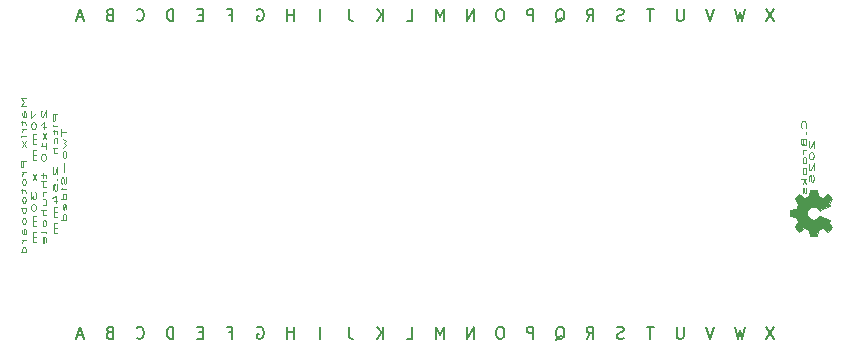
<source format=gbr>
G04 #@! TF.GenerationSoftware,KiCad,Pcbnew,9.0.1*
G04 #@! TF.CreationDate,2025-05-07T00:03:46-04:00*
G04 #@! TF.ProjectId,matrix-protoboard_10x24,6d617472-6978-42d7-9072-6f746f626f61,rev?*
G04 #@! TF.SameCoordinates,Original*
G04 #@! TF.FileFunction,Legend,Bot*
G04 #@! TF.FilePolarity,Positive*
%FSLAX46Y46*%
G04 Gerber Fmt 4.6, Leading zero omitted, Abs format (unit mm)*
G04 Created by KiCad (PCBNEW 9.0.1) date 2025-05-07 00:03:46*
%MOMM*%
%LPD*%
G01*
G04 APERTURE LIST*
%ADD10C,0.150000*%
%ADD11C,0.100000*%
%ADD12C,0.029494*%
G04 APERTURE END LIST*
D10*
X121114285Y-89631009D02*
X120780952Y-89631009D01*
X120638095Y-90154819D02*
X121114285Y-90154819D01*
X121114285Y-90154819D02*
X121114285Y-89154819D01*
X121114285Y-89154819D02*
X120638095Y-89154819D01*
D11*
X106579847Y-70844762D02*
X106579847Y-71511428D01*
X106579847Y-71511428D02*
X106979847Y-71082857D01*
X106579847Y-72082857D02*
X106579847Y-72178095D01*
X106579847Y-72178095D02*
X106598895Y-72273333D01*
X106598895Y-72273333D02*
X106617942Y-72320952D01*
X106617942Y-72320952D02*
X106656038Y-72368571D01*
X106656038Y-72368571D02*
X106732228Y-72416190D01*
X106732228Y-72416190D02*
X106827466Y-72416190D01*
X106827466Y-72416190D02*
X106903657Y-72368571D01*
X106903657Y-72368571D02*
X106941752Y-72320952D01*
X106941752Y-72320952D02*
X106960800Y-72273333D01*
X106960800Y-72273333D02*
X106979847Y-72178095D01*
X106979847Y-72178095D02*
X106979847Y-72082857D01*
X106979847Y-72082857D02*
X106960800Y-71987619D01*
X106960800Y-71987619D02*
X106941752Y-71940000D01*
X106941752Y-71940000D02*
X106903657Y-71892381D01*
X106903657Y-71892381D02*
X106827466Y-71844762D01*
X106827466Y-71844762D02*
X106732228Y-71844762D01*
X106732228Y-71844762D02*
X106656038Y-71892381D01*
X106656038Y-71892381D02*
X106617942Y-71940000D01*
X106617942Y-71940000D02*
X106598895Y-71987619D01*
X106598895Y-71987619D02*
X106579847Y-72082857D01*
X106979847Y-72844762D02*
X106713180Y-72844762D01*
X106751276Y-72844762D02*
X106732228Y-72892381D01*
X106732228Y-72892381D02*
X106713180Y-72987619D01*
X106713180Y-72987619D02*
X106713180Y-73130476D01*
X106713180Y-73130476D02*
X106732228Y-73225714D01*
X106732228Y-73225714D02*
X106770323Y-73273333D01*
X106770323Y-73273333D02*
X106979847Y-73273333D01*
X106770323Y-73273333D02*
X106732228Y-73320952D01*
X106732228Y-73320952D02*
X106713180Y-73416190D01*
X106713180Y-73416190D02*
X106713180Y-73559047D01*
X106713180Y-73559047D02*
X106732228Y-73654286D01*
X106732228Y-73654286D02*
X106770323Y-73701905D01*
X106770323Y-73701905D02*
X106979847Y-73701905D01*
X106979847Y-74178095D02*
X106713180Y-74178095D01*
X106751276Y-74178095D02*
X106732228Y-74225714D01*
X106732228Y-74225714D02*
X106713180Y-74320952D01*
X106713180Y-74320952D02*
X106713180Y-74463809D01*
X106713180Y-74463809D02*
X106732228Y-74559047D01*
X106732228Y-74559047D02*
X106770323Y-74606666D01*
X106770323Y-74606666D02*
X106979847Y-74606666D01*
X106770323Y-74606666D02*
X106732228Y-74654285D01*
X106732228Y-74654285D02*
X106713180Y-74749523D01*
X106713180Y-74749523D02*
X106713180Y-74892380D01*
X106713180Y-74892380D02*
X106732228Y-74987619D01*
X106732228Y-74987619D02*
X106770323Y-75035238D01*
X106770323Y-75035238D02*
X106979847Y-75035238D01*
X106979847Y-76178095D02*
X106713180Y-76701904D01*
X106713180Y-76178095D02*
X106979847Y-76701904D01*
X106579847Y-77749524D02*
X106579847Y-78368571D01*
X106579847Y-78368571D02*
X106732228Y-78035238D01*
X106732228Y-78035238D02*
X106732228Y-78178095D01*
X106732228Y-78178095D02*
X106751276Y-78273333D01*
X106751276Y-78273333D02*
X106770323Y-78320952D01*
X106770323Y-78320952D02*
X106808419Y-78368571D01*
X106808419Y-78368571D02*
X106903657Y-78368571D01*
X106903657Y-78368571D02*
X106941752Y-78320952D01*
X106941752Y-78320952D02*
X106960800Y-78273333D01*
X106960800Y-78273333D02*
X106979847Y-78178095D01*
X106979847Y-78178095D02*
X106979847Y-77892381D01*
X106979847Y-77892381D02*
X106960800Y-77797143D01*
X106960800Y-77797143D02*
X106941752Y-77749524D01*
X106579847Y-78987619D02*
X106579847Y-79082857D01*
X106579847Y-79082857D02*
X106598895Y-79178095D01*
X106598895Y-79178095D02*
X106617942Y-79225714D01*
X106617942Y-79225714D02*
X106656038Y-79273333D01*
X106656038Y-79273333D02*
X106732228Y-79320952D01*
X106732228Y-79320952D02*
X106827466Y-79320952D01*
X106827466Y-79320952D02*
X106903657Y-79273333D01*
X106903657Y-79273333D02*
X106941752Y-79225714D01*
X106941752Y-79225714D02*
X106960800Y-79178095D01*
X106960800Y-79178095D02*
X106979847Y-79082857D01*
X106979847Y-79082857D02*
X106979847Y-78987619D01*
X106979847Y-78987619D02*
X106960800Y-78892381D01*
X106960800Y-78892381D02*
X106941752Y-78844762D01*
X106941752Y-78844762D02*
X106903657Y-78797143D01*
X106903657Y-78797143D02*
X106827466Y-78749524D01*
X106827466Y-78749524D02*
X106732228Y-78749524D01*
X106732228Y-78749524D02*
X106656038Y-78797143D01*
X106656038Y-78797143D02*
X106617942Y-78844762D01*
X106617942Y-78844762D02*
X106598895Y-78892381D01*
X106598895Y-78892381D02*
X106579847Y-78987619D01*
X106979847Y-79749524D02*
X106713180Y-79749524D01*
X106751276Y-79749524D02*
X106732228Y-79797143D01*
X106732228Y-79797143D02*
X106713180Y-79892381D01*
X106713180Y-79892381D02*
X106713180Y-80035238D01*
X106713180Y-80035238D02*
X106732228Y-80130476D01*
X106732228Y-80130476D02*
X106770323Y-80178095D01*
X106770323Y-80178095D02*
X106979847Y-80178095D01*
X106770323Y-80178095D02*
X106732228Y-80225714D01*
X106732228Y-80225714D02*
X106713180Y-80320952D01*
X106713180Y-80320952D02*
X106713180Y-80463809D01*
X106713180Y-80463809D02*
X106732228Y-80559048D01*
X106732228Y-80559048D02*
X106770323Y-80606667D01*
X106770323Y-80606667D02*
X106979847Y-80606667D01*
X106979847Y-81082857D02*
X106713180Y-81082857D01*
X106751276Y-81082857D02*
X106732228Y-81130476D01*
X106732228Y-81130476D02*
X106713180Y-81225714D01*
X106713180Y-81225714D02*
X106713180Y-81368571D01*
X106713180Y-81368571D02*
X106732228Y-81463809D01*
X106732228Y-81463809D02*
X106770323Y-81511428D01*
X106770323Y-81511428D02*
X106979847Y-81511428D01*
X106770323Y-81511428D02*
X106732228Y-81559047D01*
X106732228Y-81559047D02*
X106713180Y-81654285D01*
X106713180Y-81654285D02*
X106713180Y-81797142D01*
X106713180Y-81797142D02*
X106732228Y-81892381D01*
X106732228Y-81892381D02*
X106770323Y-81940000D01*
X106770323Y-81940000D02*
X106979847Y-81940000D01*
D10*
X118621904Y-63244819D02*
X118621904Y-62244819D01*
X118621904Y-62244819D02*
X118383809Y-62244819D01*
X118383809Y-62244819D02*
X118240952Y-62292438D01*
X118240952Y-62292438D02*
X118145714Y-62387676D01*
X118145714Y-62387676D02*
X118098095Y-62482914D01*
X118098095Y-62482914D02*
X118050476Y-62673390D01*
X118050476Y-62673390D02*
X118050476Y-62816247D01*
X118050476Y-62816247D02*
X118098095Y-63006723D01*
X118098095Y-63006723D02*
X118145714Y-63101961D01*
X118145714Y-63101961D02*
X118240952Y-63197200D01*
X118240952Y-63197200D02*
X118383809Y-63244819D01*
X118383809Y-63244819D02*
X118621904Y-63244819D01*
X164413332Y-89154819D02*
X164079999Y-90154819D01*
X164079999Y-90154819D02*
X163746666Y-89154819D01*
X138370476Y-90154819D02*
X138846666Y-90154819D01*
X138846666Y-90154819D02*
X138846666Y-89154819D01*
X136401904Y-63244819D02*
X136401904Y-62244819D01*
X135830476Y-63244819D02*
X136259047Y-62673390D01*
X135830476Y-62244819D02*
X136401904Y-62816247D01*
D11*
X106119847Y-69786189D02*
X105719847Y-69786189D01*
X105719847Y-69786189D02*
X106005561Y-70119522D01*
X106005561Y-70119522D02*
X105719847Y-70452855D01*
X105719847Y-70452855D02*
X106119847Y-70452855D01*
X106119847Y-71357617D02*
X105910323Y-71357617D01*
X105910323Y-71357617D02*
X105872228Y-71309998D01*
X105872228Y-71309998D02*
X105853180Y-71214760D01*
X105853180Y-71214760D02*
X105853180Y-71024284D01*
X105853180Y-71024284D02*
X105872228Y-70929046D01*
X106100800Y-71357617D02*
X106119847Y-71262379D01*
X106119847Y-71262379D02*
X106119847Y-71024284D01*
X106119847Y-71024284D02*
X106100800Y-70929046D01*
X106100800Y-70929046D02*
X106062704Y-70881427D01*
X106062704Y-70881427D02*
X106024609Y-70881427D01*
X106024609Y-70881427D02*
X105986514Y-70929046D01*
X105986514Y-70929046D02*
X105967466Y-71024284D01*
X105967466Y-71024284D02*
X105967466Y-71262379D01*
X105967466Y-71262379D02*
X105948419Y-71357617D01*
X105853180Y-71690951D02*
X105853180Y-72071903D01*
X105719847Y-71833808D02*
X106062704Y-71833808D01*
X106062704Y-71833808D02*
X106100800Y-71881427D01*
X106100800Y-71881427D02*
X106119847Y-71976665D01*
X106119847Y-71976665D02*
X106119847Y-72071903D01*
X106119847Y-72405237D02*
X105853180Y-72405237D01*
X105929371Y-72405237D02*
X105891276Y-72452856D01*
X105891276Y-72452856D02*
X105872228Y-72500475D01*
X105872228Y-72500475D02*
X105853180Y-72595713D01*
X105853180Y-72595713D02*
X105853180Y-72690951D01*
X106119847Y-73024285D02*
X105853180Y-73024285D01*
X105719847Y-73024285D02*
X105738895Y-72976666D01*
X105738895Y-72976666D02*
X105757942Y-73024285D01*
X105757942Y-73024285D02*
X105738895Y-73071904D01*
X105738895Y-73071904D02*
X105719847Y-73024285D01*
X105719847Y-73024285D02*
X105757942Y-73024285D01*
X106119847Y-73405237D02*
X105853180Y-73929046D01*
X105853180Y-73405237D02*
X106119847Y-73929046D01*
X106119847Y-75071904D02*
X105719847Y-75071904D01*
X105719847Y-75071904D02*
X105719847Y-75452856D01*
X105719847Y-75452856D02*
X105738895Y-75548094D01*
X105738895Y-75548094D02*
X105757942Y-75595713D01*
X105757942Y-75595713D02*
X105796038Y-75643332D01*
X105796038Y-75643332D02*
X105853180Y-75643332D01*
X105853180Y-75643332D02*
X105891276Y-75595713D01*
X105891276Y-75595713D02*
X105910323Y-75548094D01*
X105910323Y-75548094D02*
X105929371Y-75452856D01*
X105929371Y-75452856D02*
X105929371Y-75071904D01*
X106119847Y-76071904D02*
X105853180Y-76071904D01*
X105929371Y-76071904D02*
X105891276Y-76119523D01*
X105891276Y-76119523D02*
X105872228Y-76167142D01*
X105872228Y-76167142D02*
X105853180Y-76262380D01*
X105853180Y-76262380D02*
X105853180Y-76357618D01*
X106119847Y-76833809D02*
X106100800Y-76738571D01*
X106100800Y-76738571D02*
X106081752Y-76690952D01*
X106081752Y-76690952D02*
X106043657Y-76643333D01*
X106043657Y-76643333D02*
X105929371Y-76643333D01*
X105929371Y-76643333D02*
X105891276Y-76690952D01*
X105891276Y-76690952D02*
X105872228Y-76738571D01*
X105872228Y-76738571D02*
X105853180Y-76833809D01*
X105853180Y-76833809D02*
X105853180Y-76976666D01*
X105853180Y-76976666D02*
X105872228Y-77071904D01*
X105872228Y-77071904D02*
X105891276Y-77119523D01*
X105891276Y-77119523D02*
X105929371Y-77167142D01*
X105929371Y-77167142D02*
X106043657Y-77167142D01*
X106043657Y-77167142D02*
X106081752Y-77119523D01*
X106081752Y-77119523D02*
X106100800Y-77071904D01*
X106100800Y-77071904D02*
X106119847Y-76976666D01*
X106119847Y-76976666D02*
X106119847Y-76833809D01*
X105853180Y-77452857D02*
X105853180Y-77833809D01*
X105719847Y-77595714D02*
X106062704Y-77595714D01*
X106062704Y-77595714D02*
X106100800Y-77643333D01*
X106100800Y-77643333D02*
X106119847Y-77738571D01*
X106119847Y-77738571D02*
X106119847Y-77833809D01*
X106119847Y-78310000D02*
X106100800Y-78214762D01*
X106100800Y-78214762D02*
X106081752Y-78167143D01*
X106081752Y-78167143D02*
X106043657Y-78119524D01*
X106043657Y-78119524D02*
X105929371Y-78119524D01*
X105929371Y-78119524D02*
X105891276Y-78167143D01*
X105891276Y-78167143D02*
X105872228Y-78214762D01*
X105872228Y-78214762D02*
X105853180Y-78310000D01*
X105853180Y-78310000D02*
X105853180Y-78452857D01*
X105853180Y-78452857D02*
X105872228Y-78548095D01*
X105872228Y-78548095D02*
X105891276Y-78595714D01*
X105891276Y-78595714D02*
X105929371Y-78643333D01*
X105929371Y-78643333D02*
X106043657Y-78643333D01*
X106043657Y-78643333D02*
X106081752Y-78595714D01*
X106081752Y-78595714D02*
X106100800Y-78548095D01*
X106100800Y-78548095D02*
X106119847Y-78452857D01*
X106119847Y-78452857D02*
X106119847Y-78310000D01*
X106119847Y-79071905D02*
X105719847Y-79071905D01*
X105872228Y-79071905D02*
X105853180Y-79167143D01*
X105853180Y-79167143D02*
X105853180Y-79357619D01*
X105853180Y-79357619D02*
X105872228Y-79452857D01*
X105872228Y-79452857D02*
X105891276Y-79500476D01*
X105891276Y-79500476D02*
X105929371Y-79548095D01*
X105929371Y-79548095D02*
X106043657Y-79548095D01*
X106043657Y-79548095D02*
X106081752Y-79500476D01*
X106081752Y-79500476D02*
X106100800Y-79452857D01*
X106100800Y-79452857D02*
X106119847Y-79357619D01*
X106119847Y-79357619D02*
X106119847Y-79167143D01*
X106119847Y-79167143D02*
X106100800Y-79071905D01*
X106119847Y-80119524D02*
X106100800Y-80024286D01*
X106100800Y-80024286D02*
X106081752Y-79976667D01*
X106081752Y-79976667D02*
X106043657Y-79929048D01*
X106043657Y-79929048D02*
X105929371Y-79929048D01*
X105929371Y-79929048D02*
X105891276Y-79976667D01*
X105891276Y-79976667D02*
X105872228Y-80024286D01*
X105872228Y-80024286D02*
X105853180Y-80119524D01*
X105853180Y-80119524D02*
X105853180Y-80262381D01*
X105853180Y-80262381D02*
X105872228Y-80357619D01*
X105872228Y-80357619D02*
X105891276Y-80405238D01*
X105891276Y-80405238D02*
X105929371Y-80452857D01*
X105929371Y-80452857D02*
X106043657Y-80452857D01*
X106043657Y-80452857D02*
X106081752Y-80405238D01*
X106081752Y-80405238D02*
X106100800Y-80357619D01*
X106100800Y-80357619D02*
X106119847Y-80262381D01*
X106119847Y-80262381D02*
X106119847Y-80119524D01*
X106119847Y-81310000D02*
X105910323Y-81310000D01*
X105910323Y-81310000D02*
X105872228Y-81262381D01*
X105872228Y-81262381D02*
X105853180Y-81167143D01*
X105853180Y-81167143D02*
X105853180Y-80976667D01*
X105853180Y-80976667D02*
X105872228Y-80881429D01*
X106100800Y-81310000D02*
X106119847Y-81214762D01*
X106119847Y-81214762D02*
X106119847Y-80976667D01*
X106119847Y-80976667D02*
X106100800Y-80881429D01*
X106100800Y-80881429D02*
X106062704Y-80833810D01*
X106062704Y-80833810D02*
X106024609Y-80833810D01*
X106024609Y-80833810D02*
X105986514Y-80881429D01*
X105986514Y-80881429D02*
X105967466Y-80976667D01*
X105967466Y-80976667D02*
X105967466Y-81214762D01*
X105967466Y-81214762D02*
X105948419Y-81310000D01*
X106119847Y-81786191D02*
X105853180Y-81786191D01*
X105929371Y-81786191D02*
X105891276Y-81833810D01*
X105891276Y-81833810D02*
X105872228Y-81881429D01*
X105872228Y-81881429D02*
X105853180Y-81976667D01*
X105853180Y-81976667D02*
X105853180Y-82071905D01*
X106119847Y-82833810D02*
X105719847Y-82833810D01*
X106100800Y-82833810D02*
X106119847Y-82738572D01*
X106119847Y-82738572D02*
X106119847Y-82548096D01*
X106119847Y-82548096D02*
X106100800Y-82452858D01*
X106100800Y-82452858D02*
X106081752Y-82405239D01*
X106081752Y-82405239D02*
X106043657Y-82357620D01*
X106043657Y-82357620D02*
X105929371Y-82357620D01*
X105929371Y-82357620D02*
X105891276Y-82405239D01*
X105891276Y-82405239D02*
X105872228Y-82452858D01*
X105872228Y-82452858D02*
X105853180Y-82548096D01*
X105853180Y-82548096D02*
X105853180Y-82738572D01*
X105853180Y-82738572D02*
X105872228Y-82833810D01*
D10*
X150999047Y-63340057D02*
X151094285Y-63292438D01*
X151094285Y-63292438D02*
X151189523Y-63197200D01*
X151189523Y-63197200D02*
X151332380Y-63054342D01*
X151332380Y-63054342D02*
X151427618Y-63006723D01*
X151427618Y-63006723D02*
X151522856Y-63006723D01*
X151475237Y-63244819D02*
X151570475Y-63197200D01*
X151570475Y-63197200D02*
X151665713Y-63101961D01*
X151665713Y-63101961D02*
X151713332Y-62911485D01*
X151713332Y-62911485D02*
X151713332Y-62578152D01*
X151713332Y-62578152D02*
X151665713Y-62387676D01*
X151665713Y-62387676D02*
X151570475Y-62292438D01*
X151570475Y-62292438D02*
X151475237Y-62244819D01*
X151475237Y-62244819D02*
X151284761Y-62244819D01*
X151284761Y-62244819D02*
X151189523Y-62292438D01*
X151189523Y-62292438D02*
X151094285Y-62387676D01*
X151094285Y-62387676D02*
X151046666Y-62578152D01*
X151046666Y-62578152D02*
X151046666Y-62911485D01*
X151046666Y-62911485D02*
X151094285Y-63101961D01*
X151094285Y-63101961D02*
X151189523Y-63197200D01*
X151189523Y-63197200D02*
X151284761Y-63244819D01*
X151284761Y-63244819D02*
X151475237Y-63244819D01*
X133457142Y-62244819D02*
X133457142Y-62959104D01*
X133457142Y-62959104D02*
X133504761Y-63101961D01*
X133504761Y-63101961D02*
X133599999Y-63197200D01*
X133599999Y-63197200D02*
X133742856Y-63244819D01*
X133742856Y-63244819D02*
X133838094Y-63244819D01*
X146395237Y-62244819D02*
X146204761Y-62244819D01*
X146204761Y-62244819D02*
X146109523Y-62292438D01*
X146109523Y-62292438D02*
X146014285Y-62387676D01*
X146014285Y-62387676D02*
X145966666Y-62578152D01*
X145966666Y-62578152D02*
X145966666Y-62911485D01*
X145966666Y-62911485D02*
X146014285Y-63101961D01*
X146014285Y-63101961D02*
X146109523Y-63197200D01*
X146109523Y-63197200D02*
X146204761Y-63244819D01*
X146204761Y-63244819D02*
X146395237Y-63244819D01*
X146395237Y-63244819D02*
X146490475Y-63197200D01*
X146490475Y-63197200D02*
X146585713Y-63101961D01*
X146585713Y-63101961D02*
X146633332Y-62911485D01*
X146633332Y-62911485D02*
X146633332Y-62578152D01*
X146633332Y-62578152D02*
X146585713Y-62387676D01*
X146585713Y-62387676D02*
X146490475Y-62292438D01*
X146490475Y-62292438D02*
X146395237Y-62244819D01*
X113208571Y-89631009D02*
X113065714Y-89678628D01*
X113065714Y-89678628D02*
X113018095Y-89726247D01*
X113018095Y-89726247D02*
X112970476Y-89821485D01*
X112970476Y-89821485D02*
X112970476Y-89964342D01*
X112970476Y-89964342D02*
X113018095Y-90059580D01*
X113018095Y-90059580D02*
X113065714Y-90107200D01*
X113065714Y-90107200D02*
X113160952Y-90154819D01*
X113160952Y-90154819D02*
X113541904Y-90154819D01*
X113541904Y-90154819D02*
X113541904Y-89154819D01*
X113541904Y-89154819D02*
X113208571Y-89154819D01*
X113208571Y-89154819D02*
X113113333Y-89202438D01*
X113113333Y-89202438D02*
X113065714Y-89250057D01*
X113065714Y-89250057D02*
X113018095Y-89345295D01*
X113018095Y-89345295D02*
X113018095Y-89440533D01*
X113018095Y-89440533D02*
X113065714Y-89535771D01*
X113065714Y-89535771D02*
X113113333Y-89583390D01*
X113113333Y-89583390D02*
X113208571Y-89631009D01*
X113208571Y-89631009D02*
X113541904Y-89631009D01*
X146395237Y-89154819D02*
X146204761Y-89154819D01*
X146204761Y-89154819D02*
X146109523Y-89202438D01*
X146109523Y-89202438D02*
X146014285Y-89297676D01*
X146014285Y-89297676D02*
X145966666Y-89488152D01*
X145966666Y-89488152D02*
X145966666Y-89821485D01*
X145966666Y-89821485D02*
X146014285Y-90011961D01*
X146014285Y-90011961D02*
X146109523Y-90107200D01*
X146109523Y-90107200D02*
X146204761Y-90154819D01*
X146204761Y-90154819D02*
X146395237Y-90154819D01*
X146395237Y-90154819D02*
X146490475Y-90107200D01*
X146490475Y-90107200D02*
X146585713Y-90011961D01*
X146585713Y-90011961D02*
X146633332Y-89821485D01*
X146633332Y-89821485D02*
X146633332Y-89488152D01*
X146633332Y-89488152D02*
X146585713Y-89297676D01*
X146585713Y-89297676D02*
X146490475Y-89202438D01*
X146490475Y-89202438D02*
X146395237Y-89154819D01*
X169493332Y-89154819D02*
X168826666Y-90154819D01*
X168826666Y-89154819D02*
X169493332Y-90154819D01*
X110978094Y-89869104D02*
X110501904Y-89869104D01*
X111073332Y-90154819D02*
X110739999Y-89154819D01*
X110739999Y-89154819D02*
X110406666Y-90154819D01*
X123297142Y-62721009D02*
X123630475Y-62721009D01*
X123630475Y-63244819D02*
X123630475Y-62244819D01*
X123630475Y-62244819D02*
X123154285Y-62244819D01*
X150999047Y-90250057D02*
X151094285Y-90202438D01*
X151094285Y-90202438D02*
X151189523Y-90107200D01*
X151189523Y-90107200D02*
X151332380Y-89964342D01*
X151332380Y-89964342D02*
X151427618Y-89916723D01*
X151427618Y-89916723D02*
X151522856Y-89916723D01*
X151475237Y-90154819D02*
X151570475Y-90107200D01*
X151570475Y-90107200D02*
X151665713Y-90011961D01*
X151665713Y-90011961D02*
X151713332Y-89821485D01*
X151713332Y-89821485D02*
X151713332Y-89488152D01*
X151713332Y-89488152D02*
X151665713Y-89297676D01*
X151665713Y-89297676D02*
X151570475Y-89202438D01*
X151570475Y-89202438D02*
X151475237Y-89154819D01*
X151475237Y-89154819D02*
X151284761Y-89154819D01*
X151284761Y-89154819D02*
X151189523Y-89202438D01*
X151189523Y-89202438D02*
X151094285Y-89297676D01*
X151094285Y-89297676D02*
X151046666Y-89488152D01*
X151046666Y-89488152D02*
X151046666Y-89821485D01*
X151046666Y-89821485D02*
X151094285Y-90011961D01*
X151094285Y-90011961D02*
X151189523Y-90107200D01*
X151189523Y-90107200D02*
X151284761Y-90154819D01*
X151284761Y-90154819D02*
X151475237Y-90154819D01*
X131059999Y-90154819D02*
X131059999Y-89154819D01*
X115510476Y-90059580D02*
X115558095Y-90107200D01*
X115558095Y-90107200D02*
X115700952Y-90154819D01*
X115700952Y-90154819D02*
X115796190Y-90154819D01*
X115796190Y-90154819D02*
X115939047Y-90107200D01*
X115939047Y-90107200D02*
X116034285Y-90011961D01*
X116034285Y-90011961D02*
X116081904Y-89916723D01*
X116081904Y-89916723D02*
X116129523Y-89726247D01*
X116129523Y-89726247D02*
X116129523Y-89583390D01*
X116129523Y-89583390D02*
X116081904Y-89392914D01*
X116081904Y-89392914D02*
X116034285Y-89297676D01*
X116034285Y-89297676D02*
X115939047Y-89202438D01*
X115939047Y-89202438D02*
X115796190Y-89154819D01*
X115796190Y-89154819D02*
X115700952Y-89154819D01*
X115700952Y-89154819D02*
X115558095Y-89202438D01*
X115558095Y-89202438D02*
X115510476Y-89250057D01*
X131059999Y-63244819D02*
X131059999Y-62244819D01*
X113208571Y-62721009D02*
X113065714Y-62768628D01*
X113065714Y-62768628D02*
X113018095Y-62816247D01*
X113018095Y-62816247D02*
X112970476Y-62911485D01*
X112970476Y-62911485D02*
X112970476Y-63054342D01*
X112970476Y-63054342D02*
X113018095Y-63149580D01*
X113018095Y-63149580D02*
X113065714Y-63197200D01*
X113065714Y-63197200D02*
X113160952Y-63244819D01*
X113160952Y-63244819D02*
X113541904Y-63244819D01*
X113541904Y-63244819D02*
X113541904Y-62244819D01*
X113541904Y-62244819D02*
X113208571Y-62244819D01*
X113208571Y-62244819D02*
X113113333Y-62292438D01*
X113113333Y-62292438D02*
X113065714Y-62340057D01*
X113065714Y-62340057D02*
X113018095Y-62435295D01*
X113018095Y-62435295D02*
X113018095Y-62530533D01*
X113018095Y-62530533D02*
X113065714Y-62625771D01*
X113065714Y-62625771D02*
X113113333Y-62673390D01*
X113113333Y-62673390D02*
X113208571Y-62721009D01*
X113208571Y-62721009D02*
X113541904Y-62721009D01*
X136401904Y-90154819D02*
X136401904Y-89154819D01*
X135830476Y-90154819D02*
X136259047Y-89583390D01*
X135830476Y-89154819D02*
X136401904Y-89726247D01*
X149101904Y-63244819D02*
X149101904Y-62244819D01*
X149101904Y-62244819D02*
X148720952Y-62244819D01*
X148720952Y-62244819D02*
X148625714Y-62292438D01*
X148625714Y-62292438D02*
X148578095Y-62340057D01*
X148578095Y-62340057D02*
X148530476Y-62435295D01*
X148530476Y-62435295D02*
X148530476Y-62578152D01*
X148530476Y-62578152D02*
X148578095Y-62673390D01*
X148578095Y-62673390D02*
X148625714Y-62721009D01*
X148625714Y-62721009D02*
X148720952Y-62768628D01*
X148720952Y-62768628D02*
X149101904Y-62768628D01*
X161825713Y-89154819D02*
X161825713Y-89964342D01*
X161825713Y-89964342D02*
X161778094Y-90059580D01*
X161778094Y-90059580D02*
X161730475Y-90107200D01*
X161730475Y-90107200D02*
X161635237Y-90154819D01*
X161635237Y-90154819D02*
X161444761Y-90154819D01*
X161444761Y-90154819D02*
X161349523Y-90107200D01*
X161349523Y-90107200D02*
X161301904Y-90059580D01*
X161301904Y-90059580D02*
X161254285Y-89964342D01*
X161254285Y-89964342D02*
X161254285Y-89154819D01*
X110978094Y-62959104D02*
X110501904Y-62959104D01*
X111073332Y-63244819D02*
X110739999Y-62244819D01*
X110739999Y-62244819D02*
X110406666Y-63244819D01*
X138370476Y-63244819D02*
X138846666Y-63244819D01*
X138846666Y-63244819D02*
X138846666Y-62244819D01*
X167048570Y-62244819D02*
X166810475Y-63244819D01*
X166810475Y-63244819D02*
X166619999Y-62530533D01*
X166619999Y-62530533D02*
X166429523Y-63244819D01*
X166429523Y-63244819D02*
X166191428Y-62244819D01*
X153610476Y-90154819D02*
X153943809Y-89678628D01*
X154181904Y-90154819D02*
X154181904Y-89154819D01*
X154181904Y-89154819D02*
X153800952Y-89154819D01*
X153800952Y-89154819D02*
X153705714Y-89202438D01*
X153705714Y-89202438D02*
X153658095Y-89250057D01*
X153658095Y-89250057D02*
X153610476Y-89345295D01*
X153610476Y-89345295D02*
X153610476Y-89488152D01*
X153610476Y-89488152D02*
X153658095Y-89583390D01*
X153658095Y-89583390D02*
X153705714Y-89631009D01*
X153705714Y-89631009D02*
X153800952Y-89678628D01*
X153800952Y-89678628D02*
X154181904Y-89678628D01*
D11*
X109149847Y-72401429D02*
X109149847Y-72972857D01*
X109549847Y-72687143D02*
X109149847Y-72687143D01*
X109283180Y-73210953D02*
X109549847Y-73401429D01*
X109549847Y-73401429D02*
X109359371Y-73591905D01*
X109359371Y-73591905D02*
X109549847Y-73782381D01*
X109549847Y-73782381D02*
X109283180Y-73972857D01*
X109549847Y-74496667D02*
X109530800Y-74401429D01*
X109530800Y-74401429D02*
X109511752Y-74353810D01*
X109511752Y-74353810D02*
X109473657Y-74306191D01*
X109473657Y-74306191D02*
X109359371Y-74306191D01*
X109359371Y-74306191D02*
X109321276Y-74353810D01*
X109321276Y-74353810D02*
X109302228Y-74401429D01*
X109302228Y-74401429D02*
X109283180Y-74496667D01*
X109283180Y-74496667D02*
X109283180Y-74639524D01*
X109283180Y-74639524D02*
X109302228Y-74734762D01*
X109302228Y-74734762D02*
X109321276Y-74782381D01*
X109321276Y-74782381D02*
X109359371Y-74830000D01*
X109359371Y-74830000D02*
X109473657Y-74830000D01*
X109473657Y-74830000D02*
X109511752Y-74782381D01*
X109511752Y-74782381D02*
X109530800Y-74734762D01*
X109530800Y-74734762D02*
X109549847Y-74639524D01*
X109549847Y-74639524D02*
X109549847Y-74496667D01*
X109397466Y-75258572D02*
X109397466Y-76020477D01*
X109530800Y-76449048D02*
X109549847Y-76591905D01*
X109549847Y-76591905D02*
X109549847Y-76830000D01*
X109549847Y-76830000D02*
X109530800Y-76925238D01*
X109530800Y-76925238D02*
X109511752Y-76972857D01*
X109511752Y-76972857D02*
X109473657Y-77020476D01*
X109473657Y-77020476D02*
X109435561Y-77020476D01*
X109435561Y-77020476D02*
X109397466Y-76972857D01*
X109397466Y-76972857D02*
X109378419Y-76925238D01*
X109378419Y-76925238D02*
X109359371Y-76830000D01*
X109359371Y-76830000D02*
X109340323Y-76639524D01*
X109340323Y-76639524D02*
X109321276Y-76544286D01*
X109321276Y-76544286D02*
X109302228Y-76496667D01*
X109302228Y-76496667D02*
X109264133Y-76449048D01*
X109264133Y-76449048D02*
X109226038Y-76449048D01*
X109226038Y-76449048D02*
X109187942Y-76496667D01*
X109187942Y-76496667D02*
X109168895Y-76544286D01*
X109168895Y-76544286D02*
X109149847Y-76639524D01*
X109149847Y-76639524D02*
X109149847Y-76877619D01*
X109149847Y-76877619D02*
X109168895Y-77020476D01*
X109549847Y-77449048D02*
X109283180Y-77449048D01*
X109149847Y-77449048D02*
X109168895Y-77401429D01*
X109168895Y-77401429D02*
X109187942Y-77449048D01*
X109187942Y-77449048D02*
X109168895Y-77496667D01*
X109168895Y-77496667D02*
X109149847Y-77449048D01*
X109149847Y-77449048D02*
X109187942Y-77449048D01*
X109549847Y-78353809D02*
X109149847Y-78353809D01*
X109530800Y-78353809D02*
X109549847Y-78258571D01*
X109549847Y-78258571D02*
X109549847Y-78068095D01*
X109549847Y-78068095D02*
X109530800Y-77972857D01*
X109530800Y-77972857D02*
X109511752Y-77925238D01*
X109511752Y-77925238D02*
X109473657Y-77877619D01*
X109473657Y-77877619D02*
X109359371Y-77877619D01*
X109359371Y-77877619D02*
X109321276Y-77925238D01*
X109321276Y-77925238D02*
X109302228Y-77972857D01*
X109302228Y-77972857D02*
X109283180Y-78068095D01*
X109283180Y-78068095D02*
X109283180Y-78258571D01*
X109283180Y-78258571D02*
X109302228Y-78353809D01*
X109530800Y-79210952D02*
X109549847Y-79115714D01*
X109549847Y-79115714D02*
X109549847Y-78925238D01*
X109549847Y-78925238D02*
X109530800Y-78830000D01*
X109530800Y-78830000D02*
X109492704Y-78782381D01*
X109492704Y-78782381D02*
X109340323Y-78782381D01*
X109340323Y-78782381D02*
X109302228Y-78830000D01*
X109302228Y-78830000D02*
X109283180Y-78925238D01*
X109283180Y-78925238D02*
X109283180Y-79115714D01*
X109283180Y-79115714D02*
X109302228Y-79210952D01*
X109302228Y-79210952D02*
X109340323Y-79258571D01*
X109340323Y-79258571D02*
X109378419Y-79258571D01*
X109378419Y-79258571D02*
X109416514Y-78782381D01*
X109549847Y-80115714D02*
X109149847Y-80115714D01*
X109530800Y-80115714D02*
X109549847Y-80020476D01*
X109549847Y-80020476D02*
X109549847Y-79830000D01*
X109549847Y-79830000D02*
X109530800Y-79734762D01*
X109530800Y-79734762D02*
X109511752Y-79687143D01*
X109511752Y-79687143D02*
X109473657Y-79639524D01*
X109473657Y-79639524D02*
X109359371Y-79639524D01*
X109359371Y-79639524D02*
X109321276Y-79687143D01*
X109321276Y-79687143D02*
X109302228Y-79734762D01*
X109302228Y-79734762D02*
X109283180Y-79830000D01*
X109283180Y-79830000D02*
X109283180Y-80020476D01*
X109283180Y-80020476D02*
X109302228Y-80115714D01*
X172149763Y-72316666D02*
X172168811Y-72269047D01*
X172168811Y-72269047D02*
X172187858Y-72126190D01*
X172187858Y-72126190D02*
X172187858Y-72030952D01*
X172187858Y-72030952D02*
X172168811Y-71888095D01*
X172168811Y-71888095D02*
X172130715Y-71792857D01*
X172130715Y-71792857D02*
X172092620Y-71745238D01*
X172092620Y-71745238D02*
X172016430Y-71697619D01*
X172016430Y-71697619D02*
X171959287Y-71697619D01*
X171959287Y-71697619D02*
X171883096Y-71745238D01*
X171883096Y-71745238D02*
X171845001Y-71792857D01*
X171845001Y-71792857D02*
X171806906Y-71888095D01*
X171806906Y-71888095D02*
X171787858Y-72030952D01*
X171787858Y-72030952D02*
X171787858Y-72126190D01*
X171787858Y-72126190D02*
X171806906Y-72269047D01*
X171806906Y-72269047D02*
X171825953Y-72316666D01*
X172149763Y-72745238D02*
X172168811Y-72792857D01*
X172168811Y-72792857D02*
X172187858Y-72745238D01*
X172187858Y-72745238D02*
X172168811Y-72697619D01*
X172168811Y-72697619D02*
X172149763Y-72745238D01*
X172149763Y-72745238D02*
X172187858Y-72745238D01*
X171978334Y-73554761D02*
X171997382Y-73697618D01*
X171997382Y-73697618D02*
X172016430Y-73745237D01*
X172016430Y-73745237D02*
X172054525Y-73792856D01*
X172054525Y-73792856D02*
X172111668Y-73792856D01*
X172111668Y-73792856D02*
X172149763Y-73745237D01*
X172149763Y-73745237D02*
X172168811Y-73697618D01*
X172168811Y-73697618D02*
X172187858Y-73602380D01*
X172187858Y-73602380D02*
X172187858Y-73221428D01*
X172187858Y-73221428D02*
X171787858Y-73221428D01*
X171787858Y-73221428D02*
X171787858Y-73554761D01*
X171787858Y-73554761D02*
X171806906Y-73649999D01*
X171806906Y-73649999D02*
X171825953Y-73697618D01*
X171825953Y-73697618D02*
X171864049Y-73745237D01*
X171864049Y-73745237D02*
X171902144Y-73745237D01*
X171902144Y-73745237D02*
X171940239Y-73697618D01*
X171940239Y-73697618D02*
X171959287Y-73649999D01*
X171959287Y-73649999D02*
X171978334Y-73554761D01*
X171978334Y-73554761D02*
X171978334Y-73221428D01*
X172187858Y-74221428D02*
X171921191Y-74221428D01*
X171997382Y-74221428D02*
X171959287Y-74269047D01*
X171959287Y-74269047D02*
X171940239Y-74316666D01*
X171940239Y-74316666D02*
X171921191Y-74411904D01*
X171921191Y-74411904D02*
X171921191Y-74507142D01*
X172187858Y-74983333D02*
X172168811Y-74888095D01*
X172168811Y-74888095D02*
X172149763Y-74840476D01*
X172149763Y-74840476D02*
X172111668Y-74792857D01*
X172111668Y-74792857D02*
X171997382Y-74792857D01*
X171997382Y-74792857D02*
X171959287Y-74840476D01*
X171959287Y-74840476D02*
X171940239Y-74888095D01*
X171940239Y-74888095D02*
X171921191Y-74983333D01*
X171921191Y-74983333D02*
X171921191Y-75126190D01*
X171921191Y-75126190D02*
X171940239Y-75221428D01*
X171940239Y-75221428D02*
X171959287Y-75269047D01*
X171959287Y-75269047D02*
X171997382Y-75316666D01*
X171997382Y-75316666D02*
X172111668Y-75316666D01*
X172111668Y-75316666D02*
X172149763Y-75269047D01*
X172149763Y-75269047D02*
X172168811Y-75221428D01*
X172168811Y-75221428D02*
X172187858Y-75126190D01*
X172187858Y-75126190D02*
X172187858Y-74983333D01*
X172187858Y-75888095D02*
X172168811Y-75792857D01*
X172168811Y-75792857D02*
X172149763Y-75745238D01*
X172149763Y-75745238D02*
X172111668Y-75697619D01*
X172111668Y-75697619D02*
X171997382Y-75697619D01*
X171997382Y-75697619D02*
X171959287Y-75745238D01*
X171959287Y-75745238D02*
X171940239Y-75792857D01*
X171940239Y-75792857D02*
X171921191Y-75888095D01*
X171921191Y-75888095D02*
X171921191Y-76030952D01*
X171921191Y-76030952D02*
X171940239Y-76126190D01*
X171940239Y-76126190D02*
X171959287Y-76173809D01*
X171959287Y-76173809D02*
X171997382Y-76221428D01*
X171997382Y-76221428D02*
X172111668Y-76221428D01*
X172111668Y-76221428D02*
X172149763Y-76173809D01*
X172149763Y-76173809D02*
X172168811Y-76126190D01*
X172168811Y-76126190D02*
X172187858Y-76030952D01*
X172187858Y-76030952D02*
X172187858Y-75888095D01*
X172187858Y-76650000D02*
X171787858Y-76650000D01*
X172035477Y-76745238D02*
X172187858Y-77030952D01*
X171921191Y-77030952D02*
X172073572Y-76650000D01*
X172168811Y-77411905D02*
X172187858Y-77507143D01*
X172187858Y-77507143D02*
X172187858Y-77697619D01*
X172187858Y-77697619D02*
X172168811Y-77792857D01*
X172168811Y-77792857D02*
X172130715Y-77840476D01*
X172130715Y-77840476D02*
X172111668Y-77840476D01*
X172111668Y-77840476D02*
X172073572Y-77792857D01*
X172073572Y-77792857D02*
X172054525Y-77697619D01*
X172054525Y-77697619D02*
X172054525Y-77554762D01*
X172054525Y-77554762D02*
X172035477Y-77459524D01*
X172035477Y-77459524D02*
X171997382Y-77411905D01*
X171997382Y-77411905D02*
X171978334Y-77411905D01*
X171978334Y-77411905D02*
X171940239Y-77459524D01*
X171940239Y-77459524D02*
X171921191Y-77554762D01*
X171921191Y-77554762D02*
X171921191Y-77697619D01*
X171921191Y-77697619D02*
X171940239Y-77792857D01*
X172469931Y-73435714D02*
X172450884Y-73483333D01*
X172450884Y-73483333D02*
X172431836Y-73578571D01*
X172431836Y-73578571D02*
X172431836Y-73816666D01*
X172431836Y-73816666D02*
X172450884Y-73911904D01*
X172450884Y-73911904D02*
X172469931Y-73959523D01*
X172469931Y-73959523D02*
X172508027Y-74007142D01*
X172508027Y-74007142D02*
X172546122Y-74007142D01*
X172546122Y-74007142D02*
X172603265Y-73959523D01*
X172603265Y-73959523D02*
X172831836Y-73388095D01*
X172831836Y-73388095D02*
X172831836Y-74007142D01*
X172431836Y-74626190D02*
X172431836Y-74721428D01*
X172431836Y-74721428D02*
X172450884Y-74816666D01*
X172450884Y-74816666D02*
X172469931Y-74864285D01*
X172469931Y-74864285D02*
X172508027Y-74911904D01*
X172508027Y-74911904D02*
X172584217Y-74959523D01*
X172584217Y-74959523D02*
X172679455Y-74959523D01*
X172679455Y-74959523D02*
X172755646Y-74911904D01*
X172755646Y-74911904D02*
X172793741Y-74864285D01*
X172793741Y-74864285D02*
X172812789Y-74816666D01*
X172812789Y-74816666D02*
X172831836Y-74721428D01*
X172831836Y-74721428D02*
X172831836Y-74626190D01*
X172831836Y-74626190D02*
X172812789Y-74530952D01*
X172812789Y-74530952D02*
X172793741Y-74483333D01*
X172793741Y-74483333D02*
X172755646Y-74435714D01*
X172755646Y-74435714D02*
X172679455Y-74388095D01*
X172679455Y-74388095D02*
X172584217Y-74388095D01*
X172584217Y-74388095D02*
X172508027Y-74435714D01*
X172508027Y-74435714D02*
X172469931Y-74483333D01*
X172469931Y-74483333D02*
X172450884Y-74530952D01*
X172450884Y-74530952D02*
X172431836Y-74626190D01*
X172469931Y-75340476D02*
X172450884Y-75388095D01*
X172450884Y-75388095D02*
X172431836Y-75483333D01*
X172431836Y-75483333D02*
X172431836Y-75721428D01*
X172431836Y-75721428D02*
X172450884Y-75816666D01*
X172450884Y-75816666D02*
X172469931Y-75864285D01*
X172469931Y-75864285D02*
X172508027Y-75911904D01*
X172508027Y-75911904D02*
X172546122Y-75911904D01*
X172546122Y-75911904D02*
X172603265Y-75864285D01*
X172603265Y-75864285D02*
X172831836Y-75292857D01*
X172831836Y-75292857D02*
X172831836Y-75911904D01*
X172431836Y-76816666D02*
X172431836Y-76340476D01*
X172431836Y-76340476D02*
X172622312Y-76292857D01*
X172622312Y-76292857D02*
X172603265Y-76340476D01*
X172603265Y-76340476D02*
X172584217Y-76435714D01*
X172584217Y-76435714D02*
X172584217Y-76673809D01*
X172584217Y-76673809D02*
X172603265Y-76769047D01*
X172603265Y-76769047D02*
X172622312Y-76816666D01*
X172622312Y-76816666D02*
X172660408Y-76864285D01*
X172660408Y-76864285D02*
X172755646Y-76864285D01*
X172755646Y-76864285D02*
X172793741Y-76816666D01*
X172793741Y-76816666D02*
X172812789Y-76769047D01*
X172812789Y-76769047D02*
X172831836Y-76673809D01*
X172831836Y-76673809D02*
X172831836Y-76435714D01*
X172831836Y-76435714D02*
X172812789Y-76340476D01*
X172812789Y-76340476D02*
X172793741Y-76292857D01*
D10*
X159285713Y-89154819D02*
X158714285Y-89154819D01*
X158999999Y-90154819D02*
X158999999Y-89154819D01*
X156745713Y-90107200D02*
X156602856Y-90154819D01*
X156602856Y-90154819D02*
X156364761Y-90154819D01*
X156364761Y-90154819D02*
X156269523Y-90107200D01*
X156269523Y-90107200D02*
X156221904Y-90059580D01*
X156221904Y-90059580D02*
X156174285Y-89964342D01*
X156174285Y-89964342D02*
X156174285Y-89869104D01*
X156174285Y-89869104D02*
X156221904Y-89773866D01*
X156221904Y-89773866D02*
X156269523Y-89726247D01*
X156269523Y-89726247D02*
X156364761Y-89678628D01*
X156364761Y-89678628D02*
X156555237Y-89631009D01*
X156555237Y-89631009D02*
X156650475Y-89583390D01*
X156650475Y-89583390D02*
X156698094Y-89535771D01*
X156698094Y-89535771D02*
X156745713Y-89440533D01*
X156745713Y-89440533D02*
X156745713Y-89345295D01*
X156745713Y-89345295D02*
X156698094Y-89250057D01*
X156698094Y-89250057D02*
X156650475Y-89202438D01*
X156650475Y-89202438D02*
X156555237Y-89154819D01*
X156555237Y-89154819D02*
X156317142Y-89154819D01*
X156317142Y-89154819D02*
X156174285Y-89202438D01*
D11*
X107467942Y-70844761D02*
X107448895Y-70892380D01*
X107448895Y-70892380D02*
X107429847Y-70987618D01*
X107429847Y-70987618D02*
X107429847Y-71225713D01*
X107429847Y-71225713D02*
X107448895Y-71320951D01*
X107448895Y-71320951D02*
X107467942Y-71368570D01*
X107467942Y-71368570D02*
X107506038Y-71416189D01*
X107506038Y-71416189D02*
X107544133Y-71416189D01*
X107544133Y-71416189D02*
X107601276Y-71368570D01*
X107601276Y-71368570D02*
X107829847Y-70797142D01*
X107829847Y-70797142D02*
X107829847Y-71416189D01*
X107563180Y-72273332D02*
X107829847Y-72273332D01*
X107410800Y-72035237D02*
X107696514Y-71797142D01*
X107696514Y-71797142D02*
X107696514Y-72416189D01*
X107829847Y-72701904D02*
X107563180Y-73225713D01*
X107563180Y-72701904D02*
X107829847Y-73225713D01*
X107829847Y-74130475D02*
X107829847Y-73559047D01*
X107829847Y-73844761D02*
X107429847Y-73844761D01*
X107429847Y-73844761D02*
X107486990Y-73749523D01*
X107486990Y-73749523D02*
X107525085Y-73654285D01*
X107525085Y-73654285D02*
X107544133Y-73559047D01*
X107429847Y-74749523D02*
X107429847Y-74844761D01*
X107429847Y-74844761D02*
X107448895Y-74939999D01*
X107448895Y-74939999D02*
X107467942Y-74987618D01*
X107467942Y-74987618D02*
X107506038Y-75035237D01*
X107506038Y-75035237D02*
X107582228Y-75082856D01*
X107582228Y-75082856D02*
X107677466Y-75082856D01*
X107677466Y-75082856D02*
X107753657Y-75035237D01*
X107753657Y-75035237D02*
X107791752Y-74987618D01*
X107791752Y-74987618D02*
X107810800Y-74939999D01*
X107810800Y-74939999D02*
X107829847Y-74844761D01*
X107829847Y-74844761D02*
X107829847Y-74749523D01*
X107829847Y-74749523D02*
X107810800Y-74654285D01*
X107810800Y-74654285D02*
X107791752Y-74606666D01*
X107791752Y-74606666D02*
X107753657Y-74559047D01*
X107753657Y-74559047D02*
X107677466Y-74511428D01*
X107677466Y-74511428D02*
X107582228Y-74511428D01*
X107582228Y-74511428D02*
X107506038Y-74559047D01*
X107506038Y-74559047D02*
X107467942Y-74606666D01*
X107467942Y-74606666D02*
X107448895Y-74654285D01*
X107448895Y-74654285D02*
X107429847Y-74749523D01*
X107563180Y-76130476D02*
X107563180Y-76511428D01*
X107429847Y-76273333D02*
X107772704Y-76273333D01*
X107772704Y-76273333D02*
X107810800Y-76320952D01*
X107810800Y-76320952D02*
X107829847Y-76416190D01*
X107829847Y-76416190D02*
X107829847Y-76511428D01*
X107829847Y-76844762D02*
X107429847Y-76844762D01*
X107829847Y-77273333D02*
X107620323Y-77273333D01*
X107620323Y-77273333D02*
X107582228Y-77225714D01*
X107582228Y-77225714D02*
X107563180Y-77130476D01*
X107563180Y-77130476D02*
X107563180Y-76987619D01*
X107563180Y-76987619D02*
X107582228Y-76892381D01*
X107582228Y-76892381D02*
X107601276Y-76844762D01*
X107829847Y-77749524D02*
X107563180Y-77749524D01*
X107639371Y-77749524D02*
X107601276Y-77797143D01*
X107601276Y-77797143D02*
X107582228Y-77844762D01*
X107582228Y-77844762D02*
X107563180Y-77940000D01*
X107563180Y-77940000D02*
X107563180Y-78035238D01*
X107563180Y-78797143D02*
X107829847Y-78797143D01*
X107563180Y-78368572D02*
X107772704Y-78368572D01*
X107772704Y-78368572D02*
X107810800Y-78416191D01*
X107810800Y-78416191D02*
X107829847Y-78511429D01*
X107829847Y-78511429D02*
X107829847Y-78654286D01*
X107829847Y-78654286D02*
X107810800Y-78749524D01*
X107810800Y-78749524D02*
X107791752Y-78797143D01*
X107829847Y-79273334D02*
X107429847Y-79273334D01*
X107829847Y-79701905D02*
X107620323Y-79701905D01*
X107620323Y-79701905D02*
X107582228Y-79654286D01*
X107582228Y-79654286D02*
X107563180Y-79559048D01*
X107563180Y-79559048D02*
X107563180Y-79416191D01*
X107563180Y-79416191D02*
X107582228Y-79320953D01*
X107582228Y-79320953D02*
X107601276Y-79273334D01*
X107829847Y-80320953D02*
X107810800Y-80225715D01*
X107810800Y-80225715D02*
X107791752Y-80178096D01*
X107791752Y-80178096D02*
X107753657Y-80130477D01*
X107753657Y-80130477D02*
X107639371Y-80130477D01*
X107639371Y-80130477D02*
X107601276Y-80178096D01*
X107601276Y-80178096D02*
X107582228Y-80225715D01*
X107582228Y-80225715D02*
X107563180Y-80320953D01*
X107563180Y-80320953D02*
X107563180Y-80463810D01*
X107563180Y-80463810D02*
X107582228Y-80559048D01*
X107582228Y-80559048D02*
X107601276Y-80606667D01*
X107601276Y-80606667D02*
X107639371Y-80654286D01*
X107639371Y-80654286D02*
X107753657Y-80654286D01*
X107753657Y-80654286D02*
X107791752Y-80606667D01*
X107791752Y-80606667D02*
X107810800Y-80559048D01*
X107810800Y-80559048D02*
X107829847Y-80463810D01*
X107829847Y-80463810D02*
X107829847Y-80320953D01*
X107829847Y-81225715D02*
X107810800Y-81130477D01*
X107810800Y-81130477D02*
X107772704Y-81082858D01*
X107772704Y-81082858D02*
X107429847Y-81082858D01*
X107810800Y-81987620D02*
X107829847Y-81892382D01*
X107829847Y-81892382D02*
X107829847Y-81701906D01*
X107829847Y-81701906D02*
X107810800Y-81606668D01*
X107810800Y-81606668D02*
X107772704Y-81559049D01*
X107772704Y-81559049D02*
X107620323Y-81559049D01*
X107620323Y-81559049D02*
X107582228Y-81606668D01*
X107582228Y-81606668D02*
X107563180Y-81701906D01*
X107563180Y-81701906D02*
X107563180Y-81892382D01*
X107563180Y-81892382D02*
X107582228Y-81987620D01*
X107582228Y-81987620D02*
X107620323Y-82035239D01*
X107620323Y-82035239D02*
X107658419Y-82035239D01*
X107658419Y-82035239D02*
X107696514Y-81559049D01*
D10*
X149101904Y-90154819D02*
X149101904Y-89154819D01*
X149101904Y-89154819D02*
X148720952Y-89154819D01*
X148720952Y-89154819D02*
X148625714Y-89202438D01*
X148625714Y-89202438D02*
X148578095Y-89250057D01*
X148578095Y-89250057D02*
X148530476Y-89345295D01*
X148530476Y-89345295D02*
X148530476Y-89488152D01*
X148530476Y-89488152D02*
X148578095Y-89583390D01*
X148578095Y-89583390D02*
X148625714Y-89631009D01*
X148625714Y-89631009D02*
X148720952Y-89678628D01*
X148720952Y-89678628D02*
X149101904Y-89678628D01*
X115510476Y-63149580D02*
X115558095Y-63197200D01*
X115558095Y-63197200D02*
X115700952Y-63244819D01*
X115700952Y-63244819D02*
X115796190Y-63244819D01*
X115796190Y-63244819D02*
X115939047Y-63197200D01*
X115939047Y-63197200D02*
X116034285Y-63101961D01*
X116034285Y-63101961D02*
X116081904Y-63006723D01*
X116081904Y-63006723D02*
X116129523Y-62816247D01*
X116129523Y-62816247D02*
X116129523Y-62673390D01*
X116129523Y-62673390D02*
X116081904Y-62482914D01*
X116081904Y-62482914D02*
X116034285Y-62387676D01*
X116034285Y-62387676D02*
X115939047Y-62292438D01*
X115939047Y-62292438D02*
X115796190Y-62244819D01*
X115796190Y-62244819D02*
X115700952Y-62244819D01*
X115700952Y-62244819D02*
X115558095Y-62292438D01*
X115558095Y-62292438D02*
X115510476Y-62340057D01*
X156745713Y-63197200D02*
X156602856Y-63244819D01*
X156602856Y-63244819D02*
X156364761Y-63244819D01*
X156364761Y-63244819D02*
X156269523Y-63197200D01*
X156269523Y-63197200D02*
X156221904Y-63149580D01*
X156221904Y-63149580D02*
X156174285Y-63054342D01*
X156174285Y-63054342D02*
X156174285Y-62959104D01*
X156174285Y-62959104D02*
X156221904Y-62863866D01*
X156221904Y-62863866D02*
X156269523Y-62816247D01*
X156269523Y-62816247D02*
X156364761Y-62768628D01*
X156364761Y-62768628D02*
X156555237Y-62721009D01*
X156555237Y-62721009D02*
X156650475Y-62673390D01*
X156650475Y-62673390D02*
X156698094Y-62625771D01*
X156698094Y-62625771D02*
X156745713Y-62530533D01*
X156745713Y-62530533D02*
X156745713Y-62435295D01*
X156745713Y-62435295D02*
X156698094Y-62340057D01*
X156698094Y-62340057D02*
X156650475Y-62292438D01*
X156650475Y-62292438D02*
X156555237Y-62244819D01*
X156555237Y-62244819D02*
X156317142Y-62244819D01*
X156317142Y-62244819D02*
X156174285Y-62292438D01*
X159285713Y-62244819D02*
X158714285Y-62244819D01*
X158999999Y-63244819D02*
X158999999Y-62244819D01*
X118621904Y-90154819D02*
X118621904Y-89154819D01*
X118621904Y-89154819D02*
X118383809Y-89154819D01*
X118383809Y-89154819D02*
X118240952Y-89202438D01*
X118240952Y-89202438D02*
X118145714Y-89297676D01*
X118145714Y-89297676D02*
X118098095Y-89392914D01*
X118098095Y-89392914D02*
X118050476Y-89583390D01*
X118050476Y-89583390D02*
X118050476Y-89726247D01*
X118050476Y-89726247D02*
X118098095Y-89916723D01*
X118098095Y-89916723D02*
X118145714Y-90011961D01*
X118145714Y-90011961D02*
X118240952Y-90107200D01*
X118240952Y-90107200D02*
X118383809Y-90154819D01*
X118383809Y-90154819D02*
X118621904Y-90154819D01*
X141553332Y-63244819D02*
X141553332Y-62244819D01*
X141553332Y-62244819D02*
X141219999Y-62959104D01*
X141219999Y-62959104D02*
X140886666Y-62244819D01*
X140886666Y-62244819D02*
X140886666Y-63244819D01*
X167048570Y-89154819D02*
X166810475Y-90154819D01*
X166810475Y-90154819D02*
X166619999Y-89440533D01*
X166619999Y-89440533D02*
X166429523Y-90154819D01*
X166429523Y-90154819D02*
X166191428Y-89154819D01*
X169493332Y-62244819D02*
X168826666Y-63244819D01*
X168826666Y-62244819D02*
X169493332Y-63244819D01*
X153610476Y-63244819D02*
X153943809Y-62768628D01*
X154181904Y-63244819D02*
X154181904Y-62244819D01*
X154181904Y-62244819D02*
X153800952Y-62244819D01*
X153800952Y-62244819D02*
X153705714Y-62292438D01*
X153705714Y-62292438D02*
X153658095Y-62340057D01*
X153658095Y-62340057D02*
X153610476Y-62435295D01*
X153610476Y-62435295D02*
X153610476Y-62578152D01*
X153610476Y-62578152D02*
X153658095Y-62673390D01*
X153658095Y-62673390D02*
X153705714Y-62721009D01*
X153705714Y-62721009D02*
X153800952Y-62768628D01*
X153800952Y-62768628D02*
X154181904Y-62768628D01*
X125718095Y-62292438D02*
X125813333Y-62244819D01*
X125813333Y-62244819D02*
X125956190Y-62244819D01*
X125956190Y-62244819D02*
X126099047Y-62292438D01*
X126099047Y-62292438D02*
X126194285Y-62387676D01*
X126194285Y-62387676D02*
X126241904Y-62482914D01*
X126241904Y-62482914D02*
X126289523Y-62673390D01*
X126289523Y-62673390D02*
X126289523Y-62816247D01*
X126289523Y-62816247D02*
X126241904Y-63006723D01*
X126241904Y-63006723D02*
X126194285Y-63101961D01*
X126194285Y-63101961D02*
X126099047Y-63197200D01*
X126099047Y-63197200D02*
X125956190Y-63244819D01*
X125956190Y-63244819D02*
X125860952Y-63244819D01*
X125860952Y-63244819D02*
X125718095Y-63197200D01*
X125718095Y-63197200D02*
X125670476Y-63149580D01*
X125670476Y-63149580D02*
X125670476Y-62816247D01*
X125670476Y-62816247D02*
X125860952Y-62816247D01*
X128805713Y-90154819D02*
X128805713Y-89154819D01*
X128805713Y-89631009D02*
X128234285Y-89631009D01*
X128234285Y-90154819D02*
X128234285Y-89154819D01*
X144045713Y-63244819D02*
X144045713Y-62244819D01*
X144045713Y-62244819D02*
X143474285Y-63244819D01*
X143474285Y-63244819D02*
X143474285Y-62244819D01*
X141553332Y-90154819D02*
X141553332Y-89154819D01*
X141553332Y-89154819D02*
X141219999Y-89869104D01*
X141219999Y-89869104D02*
X140886666Y-89154819D01*
X140886666Y-89154819D02*
X140886666Y-90154819D01*
X125718095Y-89202438D02*
X125813333Y-89154819D01*
X125813333Y-89154819D02*
X125956190Y-89154819D01*
X125956190Y-89154819D02*
X126099047Y-89202438D01*
X126099047Y-89202438D02*
X126194285Y-89297676D01*
X126194285Y-89297676D02*
X126241904Y-89392914D01*
X126241904Y-89392914D02*
X126289523Y-89583390D01*
X126289523Y-89583390D02*
X126289523Y-89726247D01*
X126289523Y-89726247D02*
X126241904Y-89916723D01*
X126241904Y-89916723D02*
X126194285Y-90011961D01*
X126194285Y-90011961D02*
X126099047Y-90107200D01*
X126099047Y-90107200D02*
X125956190Y-90154819D01*
X125956190Y-90154819D02*
X125860952Y-90154819D01*
X125860952Y-90154819D02*
X125718095Y-90107200D01*
X125718095Y-90107200D02*
X125670476Y-90059580D01*
X125670476Y-90059580D02*
X125670476Y-89726247D01*
X125670476Y-89726247D02*
X125860952Y-89726247D01*
X121114285Y-62721009D02*
X120780952Y-62721009D01*
X120638095Y-63244819D02*
X121114285Y-63244819D01*
X121114285Y-63244819D02*
X121114285Y-62244819D01*
X121114285Y-62244819D02*
X120638095Y-62244819D01*
X128805713Y-63244819D02*
X128805713Y-62244819D01*
X128805713Y-62721009D02*
X128234285Y-62721009D01*
X128234285Y-63244819D02*
X128234285Y-62244819D01*
X161825713Y-62244819D02*
X161825713Y-63054342D01*
X161825713Y-63054342D02*
X161778094Y-63149580D01*
X161778094Y-63149580D02*
X161730475Y-63197200D01*
X161730475Y-63197200D02*
X161635237Y-63244819D01*
X161635237Y-63244819D02*
X161444761Y-63244819D01*
X161444761Y-63244819D02*
X161349523Y-63197200D01*
X161349523Y-63197200D02*
X161301904Y-63149580D01*
X161301904Y-63149580D02*
X161254285Y-63054342D01*
X161254285Y-63054342D02*
X161254285Y-62244819D01*
D11*
X108799847Y-71132381D02*
X108399847Y-71132381D01*
X108399847Y-71132381D02*
X108399847Y-71513333D01*
X108399847Y-71513333D02*
X108418895Y-71608571D01*
X108418895Y-71608571D02*
X108437942Y-71656190D01*
X108437942Y-71656190D02*
X108476038Y-71703809D01*
X108476038Y-71703809D02*
X108533180Y-71703809D01*
X108533180Y-71703809D02*
X108571276Y-71656190D01*
X108571276Y-71656190D02*
X108590323Y-71608571D01*
X108590323Y-71608571D02*
X108609371Y-71513333D01*
X108609371Y-71513333D02*
X108609371Y-71132381D01*
X108799847Y-72132381D02*
X108533180Y-72132381D01*
X108399847Y-72132381D02*
X108418895Y-72084762D01*
X108418895Y-72084762D02*
X108437942Y-72132381D01*
X108437942Y-72132381D02*
X108418895Y-72180000D01*
X108418895Y-72180000D02*
X108399847Y-72132381D01*
X108399847Y-72132381D02*
X108437942Y-72132381D01*
X108533180Y-72465714D02*
X108533180Y-72846666D01*
X108399847Y-72608571D02*
X108742704Y-72608571D01*
X108742704Y-72608571D02*
X108780800Y-72656190D01*
X108780800Y-72656190D02*
X108799847Y-72751428D01*
X108799847Y-72751428D02*
X108799847Y-72846666D01*
X108780800Y-73608571D02*
X108799847Y-73513333D01*
X108799847Y-73513333D02*
X108799847Y-73322857D01*
X108799847Y-73322857D02*
X108780800Y-73227619D01*
X108780800Y-73227619D02*
X108761752Y-73180000D01*
X108761752Y-73180000D02*
X108723657Y-73132381D01*
X108723657Y-73132381D02*
X108609371Y-73132381D01*
X108609371Y-73132381D02*
X108571276Y-73180000D01*
X108571276Y-73180000D02*
X108552228Y-73227619D01*
X108552228Y-73227619D02*
X108533180Y-73322857D01*
X108533180Y-73322857D02*
X108533180Y-73513333D01*
X108533180Y-73513333D02*
X108552228Y-73608571D01*
X108799847Y-74037143D02*
X108399847Y-74037143D01*
X108799847Y-74465714D02*
X108590323Y-74465714D01*
X108590323Y-74465714D02*
X108552228Y-74418095D01*
X108552228Y-74418095D02*
X108533180Y-74322857D01*
X108533180Y-74322857D02*
X108533180Y-74180000D01*
X108533180Y-74180000D02*
X108552228Y-74084762D01*
X108552228Y-74084762D02*
X108571276Y-74037143D01*
X108437942Y-75656191D02*
X108418895Y-75703810D01*
X108418895Y-75703810D02*
X108399847Y-75799048D01*
X108399847Y-75799048D02*
X108399847Y-76037143D01*
X108399847Y-76037143D02*
X108418895Y-76132381D01*
X108418895Y-76132381D02*
X108437942Y-76180000D01*
X108437942Y-76180000D02*
X108476038Y-76227619D01*
X108476038Y-76227619D02*
X108514133Y-76227619D01*
X108514133Y-76227619D02*
X108571276Y-76180000D01*
X108571276Y-76180000D02*
X108799847Y-75608572D01*
X108799847Y-75608572D02*
X108799847Y-76227619D01*
X108761752Y-76656191D02*
X108780800Y-76703810D01*
X108780800Y-76703810D02*
X108799847Y-76656191D01*
X108799847Y-76656191D02*
X108780800Y-76608572D01*
X108780800Y-76608572D02*
X108761752Y-76656191D01*
X108761752Y-76656191D02*
X108799847Y-76656191D01*
X108399847Y-77608571D02*
X108399847Y-77132381D01*
X108399847Y-77132381D02*
X108590323Y-77084762D01*
X108590323Y-77084762D02*
X108571276Y-77132381D01*
X108571276Y-77132381D02*
X108552228Y-77227619D01*
X108552228Y-77227619D02*
X108552228Y-77465714D01*
X108552228Y-77465714D02*
X108571276Y-77560952D01*
X108571276Y-77560952D02*
X108590323Y-77608571D01*
X108590323Y-77608571D02*
X108628419Y-77656190D01*
X108628419Y-77656190D02*
X108723657Y-77656190D01*
X108723657Y-77656190D02*
X108761752Y-77608571D01*
X108761752Y-77608571D02*
X108780800Y-77560952D01*
X108780800Y-77560952D02*
X108799847Y-77465714D01*
X108799847Y-77465714D02*
X108799847Y-77227619D01*
X108799847Y-77227619D02*
X108780800Y-77132381D01*
X108780800Y-77132381D02*
X108761752Y-77084762D01*
X108533180Y-78513333D02*
X108799847Y-78513333D01*
X108380800Y-78275238D02*
X108666514Y-78037143D01*
X108666514Y-78037143D02*
X108666514Y-78656190D01*
X108799847Y-79037143D02*
X108533180Y-79037143D01*
X108571276Y-79037143D02*
X108552228Y-79084762D01*
X108552228Y-79084762D02*
X108533180Y-79180000D01*
X108533180Y-79180000D02*
X108533180Y-79322857D01*
X108533180Y-79322857D02*
X108552228Y-79418095D01*
X108552228Y-79418095D02*
X108590323Y-79465714D01*
X108590323Y-79465714D02*
X108799847Y-79465714D01*
X108590323Y-79465714D02*
X108552228Y-79513333D01*
X108552228Y-79513333D02*
X108533180Y-79608571D01*
X108533180Y-79608571D02*
X108533180Y-79751428D01*
X108533180Y-79751428D02*
X108552228Y-79846667D01*
X108552228Y-79846667D02*
X108590323Y-79894286D01*
X108590323Y-79894286D02*
X108799847Y-79894286D01*
X108799847Y-80370476D02*
X108533180Y-80370476D01*
X108571276Y-80370476D02*
X108552228Y-80418095D01*
X108552228Y-80418095D02*
X108533180Y-80513333D01*
X108533180Y-80513333D02*
X108533180Y-80656190D01*
X108533180Y-80656190D02*
X108552228Y-80751428D01*
X108552228Y-80751428D02*
X108590323Y-80799047D01*
X108590323Y-80799047D02*
X108799847Y-80799047D01*
X108590323Y-80799047D02*
X108552228Y-80846666D01*
X108552228Y-80846666D02*
X108533180Y-80941904D01*
X108533180Y-80941904D02*
X108533180Y-81084761D01*
X108533180Y-81084761D02*
X108552228Y-81180000D01*
X108552228Y-81180000D02*
X108590323Y-81227619D01*
X108590323Y-81227619D02*
X108799847Y-81227619D01*
D10*
X144045713Y-90154819D02*
X144045713Y-89154819D01*
X144045713Y-89154819D02*
X143474285Y-90154819D01*
X143474285Y-90154819D02*
X143474285Y-89154819D01*
X164413332Y-62244819D02*
X164079999Y-63244819D01*
X164079999Y-63244819D02*
X163746666Y-62244819D01*
X133457142Y-89154819D02*
X133457142Y-89869104D01*
X133457142Y-89869104D02*
X133504761Y-90011961D01*
X133504761Y-90011961D02*
X133599999Y-90107200D01*
X133599999Y-90107200D02*
X133742856Y-90154819D01*
X133742856Y-90154819D02*
X133838094Y-90154819D01*
X123297142Y-89631009D02*
X123630475Y-89631009D01*
X123630475Y-90154819D02*
X123630475Y-89154819D01*
X123630475Y-89154819D02*
X123154285Y-89154819D01*
D12*
X173066686Y-77545578D02*
X173067812Y-77545606D01*
X173068936Y-77545689D01*
X173070054Y-77545827D01*
X173071165Y-77546017D01*
X173072267Y-77546258D01*
X173073359Y-77546549D01*
X173074439Y-77546888D01*
X173075506Y-77547274D01*
X173077590Y-77548182D01*
X173079600Y-77549262D01*
X173081520Y-77550503D01*
X173083339Y-77551893D01*
X173085042Y-77553422D01*
X173086615Y-77555078D01*
X173088045Y-77556851D01*
X173088703Y-77557778D01*
X173089319Y-77558730D01*
X173089894Y-77559705D01*
X173090424Y-77560703D01*
X173090908Y-77561721D01*
X173091344Y-77562759D01*
X173091732Y-77563816D01*
X173092068Y-77564889D01*
X173092352Y-77565977D01*
X173092582Y-77567079D01*
X173180592Y-78040017D01*
X173180820Y-78041128D01*
X173181100Y-78042242D01*
X173181808Y-78044472D01*
X173182703Y-78046692D01*
X173183772Y-78048888D01*
X173185002Y-78051046D01*
X173186380Y-78053150D01*
X173187893Y-78055187D01*
X173189529Y-78057142D01*
X173191274Y-78059001D01*
X173193115Y-78060749D01*
X173195039Y-78062371D01*
X173197033Y-78063853D01*
X173199085Y-78065182D01*
X173201182Y-78066341D01*
X173203309Y-78067317D01*
X173204381Y-78067732D01*
X173205456Y-78068096D01*
X173574279Y-78215744D01*
X173576377Y-78216657D01*
X173578599Y-78217420D01*
X173580925Y-78218032D01*
X173583337Y-78218495D01*
X173585815Y-78218811D01*
X173588340Y-78218981D01*
X173590893Y-78219007D01*
X173593454Y-78218888D01*
X173596004Y-78218628D01*
X173598525Y-78218227D01*
X173600996Y-78217687D01*
X173603399Y-78217009D01*
X173605715Y-78216193D01*
X173607923Y-78215243D01*
X173610006Y-78214158D01*
X173611943Y-78212941D01*
X174003419Y-77944309D01*
X174004362Y-77943697D01*
X174005335Y-77943133D01*
X174006333Y-77942616D01*
X174007355Y-77942146D01*
X174008399Y-77941724D01*
X174009463Y-77941348D01*
X174011640Y-77940737D01*
X174013871Y-77940311D01*
X174016137Y-77940068D01*
X174018421Y-77940008D01*
X174020706Y-77940128D01*
X174022974Y-77940428D01*
X174025210Y-77940905D01*
X174027394Y-77941558D01*
X174029511Y-77942385D01*
X174031542Y-77943385D01*
X174032521Y-77943949D01*
X174033471Y-77944556D01*
X174034392Y-77945205D01*
X174035280Y-77945897D01*
X174036135Y-77946630D01*
X174036953Y-77947406D01*
X174389791Y-78300303D01*
X174390564Y-78301118D01*
X174391295Y-78301969D01*
X174391984Y-78302855D01*
X174392631Y-78303773D01*
X174393236Y-78304721D01*
X174393799Y-78305697D01*
X174394319Y-78306698D01*
X174394796Y-78307723D01*
X174395230Y-78308770D01*
X174395620Y-78309835D01*
X174396271Y-78312016D01*
X174396747Y-78314247D01*
X174397046Y-78316513D01*
X174397167Y-78318796D01*
X174397108Y-78321078D01*
X174396867Y-78323343D01*
X174396678Y-78324464D01*
X174396443Y-78325574D01*
X174396162Y-78326671D01*
X174395835Y-78327752D01*
X174395461Y-78328817D01*
X174395040Y-78329862D01*
X174394573Y-78330886D01*
X174394058Y-78331886D01*
X174393496Y-78332861D01*
X174392887Y-78333807D01*
X174128944Y-78718352D01*
X174127745Y-78720285D01*
X174126694Y-78722356D01*
X174125790Y-78724547D01*
X174125034Y-78726837D01*
X174124426Y-78729209D01*
X174123967Y-78731642D01*
X174123658Y-78734119D01*
X174123498Y-78736620D01*
X174123489Y-78739126D01*
X174123631Y-78741618D01*
X174123924Y-78744077D01*
X174124368Y-78746485D01*
X174124965Y-78748822D01*
X174125714Y-78751069D01*
X174126617Y-78753208D01*
X174127673Y-78755219D01*
X174218219Y-78924810D01*
X174218704Y-78925821D01*
X174219131Y-78926842D01*
X174219499Y-78927869D01*
X174219810Y-78928901D01*
X174220065Y-78929937D01*
X174220263Y-78930974D01*
X174220406Y-78932012D01*
X174220495Y-78933047D01*
X174220529Y-78934079D01*
X174220510Y-78935105D01*
X174220439Y-78936124D01*
X174220315Y-78937133D01*
X174220140Y-78938132D01*
X174219915Y-78939119D01*
X174219639Y-78940091D01*
X174219315Y-78941046D01*
X174218941Y-78941984D01*
X174218520Y-78942902D01*
X174218051Y-78943799D01*
X174217536Y-78944672D01*
X174216974Y-78945520D01*
X174216367Y-78946341D01*
X174215716Y-78947133D01*
X174215021Y-78947895D01*
X174214282Y-78948625D01*
X174213501Y-78949321D01*
X174212678Y-78949981D01*
X174211813Y-78950603D01*
X174210908Y-78951186D01*
X174209963Y-78951728D01*
X174208978Y-78952227D01*
X174207955Y-78952681D01*
X173363039Y-79302364D01*
X173361987Y-79302771D01*
X173360920Y-79303124D01*
X173359839Y-79303425D01*
X173358746Y-79303673D01*
X173357644Y-79303870D01*
X173356533Y-79304016D01*
X173354295Y-79304157D01*
X173352050Y-79304102D01*
X173349814Y-79303857D01*
X173347602Y-79303427D01*
X173345430Y-79302817D01*
X173343316Y-79302033D01*
X173341274Y-79301079D01*
X173339321Y-79299961D01*
X173337473Y-79298685D01*
X173335745Y-79297255D01*
X173334932Y-79296484D01*
X173334155Y-79295678D01*
X173333416Y-79294835D01*
X173332718Y-79293957D01*
X173332062Y-79293045D01*
X173331450Y-79292100D01*
X173305466Y-79249658D01*
X173303521Y-79246594D01*
X173301300Y-79243328D01*
X173298853Y-79239918D01*
X173296227Y-79236426D01*
X173293471Y-79232909D01*
X173290634Y-79229430D01*
X173287764Y-79226046D01*
X173284909Y-79222818D01*
X173265678Y-79194727D01*
X173244797Y-79167917D01*
X173222341Y-79142461D01*
X173198380Y-79118433D01*
X173172989Y-79095906D01*
X173146240Y-79074953D01*
X173118205Y-79055648D01*
X173088957Y-79038063D01*
X173058570Y-79022273D01*
X173042971Y-79015074D01*
X173027115Y-79008350D01*
X173011011Y-79002112D01*
X172994666Y-78996368D01*
X172978092Y-78991128D01*
X172961296Y-78986401D01*
X172944288Y-78982195D01*
X172927076Y-78978520D01*
X172909671Y-78975386D01*
X172892081Y-78972801D01*
X172874315Y-78970774D01*
X172856382Y-78969315D01*
X172838291Y-78968433D01*
X172820052Y-78968137D01*
X172791653Y-78968855D01*
X172763626Y-78970986D01*
X172736007Y-78974496D01*
X172708831Y-78979350D01*
X172682131Y-78985512D01*
X172655943Y-78992950D01*
X172630301Y-79001626D01*
X172605239Y-79011508D01*
X172580794Y-79022561D01*
X172556999Y-79034748D01*
X172533888Y-79048037D01*
X172511497Y-79062393D01*
X172489861Y-79077779D01*
X172469013Y-79094163D01*
X172448989Y-79111509D01*
X172429823Y-79129783D01*
X172411551Y-79148949D01*
X172394205Y-79168974D01*
X172377823Y-79189822D01*
X172362437Y-79211459D01*
X172348082Y-79233850D01*
X172334794Y-79256960D01*
X172322607Y-79280755D01*
X172311556Y-79305200D01*
X172301675Y-79330261D01*
X172292999Y-79355902D01*
X172285562Y-79382089D01*
X172279400Y-79408788D01*
X172274547Y-79435963D01*
X172271038Y-79463580D01*
X172268907Y-79491604D01*
X172268189Y-79520001D01*
X172268907Y-79548398D01*
X172271038Y-79576422D01*
X172274547Y-79604038D01*
X172279400Y-79631213D01*
X172285562Y-79657911D01*
X172292999Y-79684097D01*
X172301675Y-79709737D01*
X172311556Y-79734797D01*
X172322607Y-79759241D01*
X172334794Y-79783035D01*
X172348082Y-79806144D01*
X172362437Y-79828534D01*
X172377823Y-79850169D01*
X172394206Y-79871016D01*
X172411551Y-79891039D01*
X172429824Y-79910204D01*
X172448989Y-79928476D01*
X172469013Y-79945821D01*
X172489861Y-79962204D01*
X172511498Y-79977589D01*
X172533888Y-79991943D01*
X172556999Y-80005231D01*
X172580794Y-80017417D01*
X172605240Y-80028469D01*
X172630301Y-80038350D01*
X172655943Y-80047026D01*
X172682131Y-80054462D01*
X172708831Y-80060624D01*
X172736008Y-80065477D01*
X172763626Y-80068986D01*
X172791653Y-80071117D01*
X172820052Y-80071836D01*
X172856382Y-80070658D01*
X172892081Y-80067173D01*
X172927076Y-80061455D01*
X172961296Y-80053576D01*
X172994666Y-80043610D01*
X173027115Y-80031630D01*
X173058570Y-80017709D01*
X173088957Y-80001920D01*
X173118205Y-79984336D01*
X173146240Y-79965032D01*
X173172989Y-79944079D01*
X173198380Y-79921551D01*
X173222341Y-79897522D01*
X173244797Y-79872063D01*
X173265678Y-79845250D01*
X173284909Y-79817154D01*
X173287764Y-79813944D01*
X173290634Y-79810572D01*
X173293471Y-79807099D01*
X173296227Y-79803586D01*
X173298853Y-79800096D01*
X173301300Y-79796689D01*
X173303520Y-79793428D01*
X173305466Y-79790373D01*
X173331450Y-79747931D01*
X173332062Y-79746991D01*
X173332718Y-79746083D01*
X173333416Y-79745210D01*
X173334155Y-79744371D01*
X173334932Y-79743568D01*
X173335745Y-79742800D01*
X173336592Y-79742069D01*
X173337472Y-79741375D01*
X173338382Y-79740719D01*
X173339320Y-79740102D01*
X173340285Y-79739524D01*
X173341273Y-79738986D01*
X173342284Y-79738488D01*
X173343315Y-79738032D01*
X173344365Y-79737618D01*
X173345430Y-79737247D01*
X173346510Y-79736919D01*
X173347601Y-79736635D01*
X173348703Y-79736396D01*
X173349813Y-79736202D01*
X173350930Y-79736054D01*
X173352050Y-79735953D01*
X173353172Y-79735900D01*
X173354295Y-79735895D01*
X173355416Y-79735938D01*
X173356532Y-79736031D01*
X173357643Y-79736175D01*
X173358746Y-79736369D01*
X173359839Y-79736614D01*
X173360920Y-79736912D01*
X173361987Y-79737263D01*
X173363039Y-79737667D01*
X174207985Y-80087320D01*
X174209009Y-80087774D01*
X174209993Y-80088273D01*
X174210938Y-80088814D01*
X174211843Y-80089397D01*
X174212707Y-80090019D01*
X174213529Y-80090678D01*
X174214310Y-80091373D01*
X174215048Y-80092102D01*
X174215742Y-80092863D01*
X174216392Y-80093655D01*
X174216998Y-80094475D01*
X174217558Y-80095322D01*
X174218073Y-80096194D01*
X174218541Y-80097090D01*
X174218961Y-80098007D01*
X174219334Y-80098944D01*
X174219658Y-80099899D01*
X174219932Y-80100871D01*
X174220157Y-80101857D01*
X174220332Y-80102855D01*
X174220455Y-80103865D01*
X174220527Y-80104884D01*
X174220546Y-80105910D01*
X174220511Y-80106942D01*
X174220424Y-80107978D01*
X174220281Y-80109016D01*
X174220084Y-80110055D01*
X174219831Y-80111092D01*
X174219522Y-80112126D01*
X174219156Y-80113155D01*
X174218732Y-80114178D01*
X174218250Y-80115192D01*
X174127703Y-80284783D01*
X174126645Y-80286799D01*
X174125741Y-80288941D01*
X174124990Y-80291191D01*
X174124391Y-80293529D01*
X174123944Y-80295938D01*
X174123649Y-80298397D01*
X174123506Y-80300889D01*
X174123514Y-80303393D01*
X174123673Y-80305893D01*
X174123982Y-80308368D01*
X174124441Y-80310799D01*
X174125049Y-80313169D01*
X174125807Y-80315457D01*
X174126715Y-80317646D01*
X174127770Y-80319717D01*
X174128974Y-80321650D01*
X174392917Y-80706224D01*
X174393526Y-80707168D01*
X174394088Y-80708140D01*
X174394602Y-80709138D01*
X174395070Y-80710160D01*
X174395490Y-80711204D01*
X174395864Y-80712268D01*
X174396472Y-80714445D01*
X174396896Y-80716674D01*
X174397137Y-80718939D01*
X174397197Y-80721221D01*
X174397076Y-80723503D01*
X174396777Y-80725769D01*
X174396302Y-80728000D01*
X174395651Y-80730180D01*
X174394826Y-80732291D01*
X174393829Y-80734316D01*
X174393267Y-80735290D01*
X174392662Y-80736237D01*
X174392015Y-80737153D01*
X174391325Y-80738037D01*
X174390594Y-80738886D01*
X174389821Y-80739699D01*
X174036983Y-81092596D01*
X174036165Y-81093374D01*
X174035311Y-81094111D01*
X174034422Y-81094805D01*
X174033501Y-81095456D01*
X174032551Y-81096065D01*
X174031572Y-81096631D01*
X174030568Y-81097154D01*
X174029541Y-81097634D01*
X174028492Y-81098071D01*
X174027424Y-81098464D01*
X174025240Y-81099119D01*
X174023004Y-81099597D01*
X174020736Y-81099896D01*
X174018450Y-81100016D01*
X174016166Y-81099955D01*
X174013901Y-81099711D01*
X174012780Y-81099520D01*
X174011670Y-81099282D01*
X174010574Y-81098998D01*
X174009493Y-81098668D01*
X174008429Y-81098290D01*
X174007385Y-81097865D01*
X174006363Y-81097394D01*
X174005365Y-81096874D01*
X174004393Y-81096307D01*
X174003449Y-81095692D01*
X173611973Y-80827031D01*
X173610036Y-80825824D01*
X173607954Y-80824748D01*
X173605745Y-80823803D01*
X173603430Y-80822993D01*
X173601027Y-80822318D01*
X173598555Y-80821780D01*
X173596035Y-80821381D01*
X173593484Y-80821121D01*
X173590923Y-80821002D01*
X173588370Y-80821027D01*
X173585845Y-80821195D01*
X173583367Y-80821510D01*
X173580955Y-80821973D01*
X173578629Y-80822584D01*
X173576407Y-80823345D01*
X173574309Y-80824259D01*
X173205486Y-80971906D01*
X173204411Y-80972271D01*
X173203340Y-80972688D01*
X173201212Y-80973665D01*
X173199116Y-80974824D01*
X173197064Y-80976150D01*
X173195069Y-80977629D01*
X173193145Y-80979247D01*
X173191304Y-80980990D01*
X173189559Y-80982843D01*
X173187924Y-80984793D01*
X173186411Y-80986825D01*
X173185033Y-80988925D01*
X173183802Y-80991080D01*
X173182734Y-80993274D01*
X173181839Y-80995494D01*
X173181460Y-80996609D01*
X173181131Y-80997726D01*
X173180851Y-80998842D01*
X173180623Y-80999955D01*
X173092612Y-81472893D01*
X173092383Y-81473992D01*
X173092099Y-81475078D01*
X173091762Y-81476149D01*
X173091375Y-81477204D01*
X173090938Y-81478241D01*
X173090454Y-81479258D01*
X173089924Y-81480255D01*
X173089350Y-81481229D01*
X173088733Y-81482181D01*
X173088076Y-81483107D01*
X173087379Y-81484008D01*
X173086646Y-81484880D01*
X173085876Y-81485724D01*
X173085072Y-81486537D01*
X173084236Y-81487319D01*
X173083370Y-81488067D01*
X173082474Y-81488781D01*
X173081551Y-81489459D01*
X173080603Y-81490099D01*
X173079631Y-81490701D01*
X173078636Y-81491263D01*
X173077621Y-81491783D01*
X173076587Y-81492260D01*
X173075536Y-81492693D01*
X173074470Y-81493080D01*
X173073390Y-81493420D01*
X173072298Y-81493712D01*
X173071196Y-81493953D01*
X173070085Y-81494144D01*
X173068967Y-81494282D01*
X173067843Y-81494365D01*
X173066716Y-81494393D01*
X172567705Y-81494453D01*
X172566576Y-81494427D01*
X172565451Y-81494346D01*
X172564332Y-81494211D01*
X172563220Y-81494023D01*
X172562117Y-81493784D01*
X172561025Y-81493496D01*
X172559946Y-81493158D01*
X172558881Y-81492773D01*
X172557831Y-81492343D01*
X172556799Y-81491868D01*
X172554792Y-81490791D01*
X172552875Y-81489554D01*
X172551060Y-81488166D01*
X172549359Y-81486640D01*
X172547787Y-81484987D01*
X172546357Y-81483217D01*
X172545080Y-81481342D01*
X172544504Y-81480368D01*
X172543971Y-81479372D01*
X172543484Y-81478356D01*
X172543043Y-81477320D01*
X172542650Y-81476266D01*
X172542308Y-81475195D01*
X172542017Y-81474110D01*
X172541780Y-81473010D01*
X172541780Y-81473011D01*
X172451616Y-80988156D01*
X172451100Y-80985934D01*
X172450387Y-80983699D01*
X172449492Y-80981468D01*
X172448427Y-80979255D01*
X172447204Y-80977075D01*
X172445835Y-80974942D01*
X172444334Y-80972871D01*
X172442713Y-80970877D01*
X172440984Y-80968974D01*
X172439161Y-80967178D01*
X172437255Y-80965503D01*
X172435279Y-80963964D01*
X172433246Y-80962575D01*
X172431168Y-80961352D01*
X172429059Y-80960308D01*
X172426930Y-80959459D01*
X172080197Y-80810838D01*
X172078121Y-80809876D01*
X172075921Y-80809067D01*
X172073616Y-80808411D01*
X172071225Y-80807906D01*
X172068766Y-80807550D01*
X172066260Y-80807344D01*
X172063724Y-80807285D01*
X172061177Y-80807373D01*
X172058639Y-80807605D01*
X172056129Y-80807982D01*
X172053666Y-80808501D01*
X172051268Y-80809163D01*
X172048954Y-80809964D01*
X172046744Y-80810905D01*
X172044656Y-80811984D01*
X172042710Y-80813200D01*
X171630973Y-81095694D01*
X171630029Y-81096304D01*
X171629057Y-81096866D01*
X171628059Y-81097381D01*
X171627037Y-81097849D01*
X171625994Y-81098271D01*
X171624931Y-81098646D01*
X171622755Y-81099258D01*
X171620527Y-81099685D01*
X171618264Y-81099929D01*
X171615983Y-81099992D01*
X171613700Y-81099874D01*
X171611434Y-81099577D01*
X171609202Y-81099103D01*
X171607020Y-81098452D01*
X171604905Y-81097627D01*
X171602876Y-81096627D01*
X171601898Y-81096062D01*
X171600948Y-81095455D01*
X171600028Y-81094804D01*
X171599140Y-81094111D01*
X171598286Y-81093376D01*
X171597468Y-81092598D01*
X171244630Y-80739760D01*
X171243852Y-80738943D01*
X171243116Y-80738089D01*
X171242422Y-80737201D01*
X171241770Y-80736281D01*
X171241161Y-80735332D01*
X171240595Y-80734355D01*
X171240072Y-80733353D01*
X171239592Y-80732327D01*
X171239155Y-80731281D01*
X171238762Y-80730215D01*
X171238108Y-80728036D01*
X171237630Y-80725806D01*
X171237330Y-80723543D01*
X171237210Y-80721263D01*
X171237271Y-80718984D01*
X171237515Y-80716724D01*
X171237707Y-80715605D01*
X171237944Y-80714498D01*
X171238228Y-80713403D01*
X171238558Y-80712324D01*
X171238936Y-80711262D01*
X171239360Y-80710219D01*
X171239832Y-80709198D01*
X171240351Y-80708201D01*
X171240918Y-80707229D01*
X171241533Y-80706285D01*
X171529042Y-80287321D01*
X171530253Y-80285383D01*
X171531332Y-80283299D01*
X171532277Y-80281088D01*
X171533087Y-80278769D01*
X171533760Y-80276363D01*
X171534295Y-80273887D01*
X171534690Y-80271363D01*
X171534945Y-80268810D01*
X171535057Y-80266246D01*
X171535027Y-80263692D01*
X171534851Y-80261167D01*
X171534529Y-80258690D01*
X171534060Y-80256281D01*
X171533443Y-80253960D01*
X171532675Y-80251745D01*
X171531756Y-80249657D01*
X171394166Y-79913542D01*
X171393786Y-79912473D01*
X171393355Y-79911407D01*
X171392875Y-79910347D01*
X171392348Y-79909292D01*
X171391159Y-79907209D01*
X171389803Y-79905171D01*
X171388294Y-79903190D01*
X171386648Y-79901278D01*
X171384878Y-79899449D01*
X171382999Y-79897715D01*
X171381025Y-79896088D01*
X171378972Y-79894582D01*
X171376854Y-79893208D01*
X171374685Y-79891979D01*
X171372479Y-79890908D01*
X171370253Y-79890007D01*
X171368019Y-79889289D01*
X171366904Y-79889003D01*
X171365793Y-79888767D01*
X170864304Y-79795418D01*
X170863202Y-79795186D01*
X170862114Y-79794900D01*
X170861041Y-79794562D01*
X170859984Y-79794173D01*
X170858946Y-79793736D01*
X170857928Y-79793251D01*
X170856930Y-79792721D01*
X170855955Y-79792148D01*
X170855003Y-79791531D01*
X170854076Y-79790875D01*
X170853176Y-79790180D01*
X170852303Y-79789447D01*
X170851460Y-79788679D01*
X170850647Y-79787877D01*
X170849866Y-79787043D01*
X170849118Y-79786178D01*
X170848405Y-79785285D01*
X170847728Y-79784364D01*
X170847088Y-79783418D01*
X170846487Y-79782448D01*
X170845927Y-79781456D01*
X170845407Y-79780443D01*
X170844931Y-79779411D01*
X170844499Y-79778362D01*
X170844113Y-79777298D01*
X170843774Y-79776220D01*
X170843483Y-79775129D01*
X170843242Y-79774028D01*
X170843052Y-79772918D01*
X170842914Y-79771801D01*
X170842831Y-79770678D01*
X170842803Y-79769551D01*
X170842803Y-79270511D01*
X170842831Y-79269387D01*
X170842914Y-79268266D01*
X170843052Y-79267151D01*
X170843242Y-79266044D01*
X170843483Y-79264944D01*
X170843774Y-79263856D01*
X170844113Y-79262779D01*
X170844499Y-79261716D01*
X170844931Y-79260669D01*
X170845407Y-79259639D01*
X170846487Y-79257636D01*
X170847728Y-79255722D01*
X170849118Y-79253909D01*
X170850647Y-79252212D01*
X170852303Y-79250643D01*
X170854076Y-79249215D01*
X170855003Y-79248559D01*
X170855955Y-79247943D01*
X170856930Y-79247370D01*
X170857928Y-79246840D01*
X170858946Y-79246356D01*
X170859984Y-79245918D01*
X170861041Y-79245530D01*
X170862114Y-79245192D01*
X170863202Y-79244906D01*
X170864304Y-79244674D01*
X171365792Y-79151354D01*
X171368018Y-79150833D01*
X171370252Y-79150116D01*
X171372479Y-79149216D01*
X171374684Y-79148147D01*
X171376853Y-79146920D01*
X171378972Y-79145548D01*
X171381025Y-79144043D01*
X171382998Y-79142418D01*
X171384877Y-79140685D01*
X171386647Y-79138856D01*
X171388294Y-79136945D01*
X171389802Y-79134963D01*
X171391158Y-79132923D01*
X171392347Y-79130837D01*
X171393354Y-79128718D01*
X171394165Y-79126579D01*
X171531755Y-78790434D01*
X171532674Y-78788341D01*
X171533442Y-78786122D01*
X171534060Y-78783797D01*
X171534529Y-78781385D01*
X171534851Y-78778906D01*
X171535026Y-78776379D01*
X171535057Y-78773824D01*
X171534944Y-78771260D01*
X171534690Y-78768707D01*
X171534294Y-78766184D01*
X171533759Y-78763710D01*
X171533086Y-78761306D01*
X171532277Y-78758991D01*
X171531332Y-78756783D01*
X171530253Y-78754703D01*
X171529041Y-78752771D01*
X171241532Y-78333836D01*
X171240918Y-78332890D01*
X171240351Y-78331915D01*
X171239831Y-78330915D01*
X171239360Y-78329891D01*
X171238935Y-78328846D01*
X171238558Y-78327781D01*
X171237943Y-78325602D01*
X171237515Y-78323372D01*
X171237271Y-78321107D01*
X171237209Y-78318824D01*
X171237330Y-78316542D01*
X171237629Y-78314276D01*
X171238107Y-78312045D01*
X171238762Y-78309864D01*
X171239592Y-78307752D01*
X171240595Y-78305726D01*
X171241161Y-78304750D01*
X171241770Y-78303802D01*
X171242421Y-78302884D01*
X171243115Y-78301998D01*
X171243851Y-78301147D01*
X171244630Y-78300332D01*
X171597467Y-77947464D01*
X171598285Y-77946688D01*
X171599139Y-77945954D01*
X171600027Y-77945262D01*
X171600948Y-77944613D01*
X171601898Y-77944005D01*
X171602875Y-77943440D01*
X171603878Y-77942918D01*
X171604905Y-77942438D01*
X171605952Y-77942002D01*
X171607019Y-77941609D01*
X171609201Y-77940955D01*
X171611434Y-77940476D01*
X171613700Y-77940175D01*
X171615982Y-77940054D01*
X171618264Y-77940113D01*
X171620527Y-77940356D01*
X171621646Y-77940546D01*
X171622755Y-77940782D01*
X171623851Y-77941066D01*
X171624931Y-77941395D01*
X171625994Y-77941772D01*
X171627037Y-77942196D01*
X171628059Y-77942667D01*
X171629057Y-77943186D01*
X171630029Y-77943753D01*
X171630972Y-77944368D01*
X172042710Y-78226892D01*
X172044656Y-78228097D01*
X172046744Y-78229166D01*
X172048954Y-78230099D01*
X172051267Y-78230894D01*
X172053665Y-78231549D01*
X172056129Y-78232065D01*
X172058639Y-78232438D01*
X172061177Y-78232669D01*
X172063723Y-78232756D01*
X172066259Y-78232697D01*
X172068766Y-78232492D01*
X172071225Y-78232139D01*
X172073616Y-78231636D01*
X172075921Y-78230983D01*
X172078121Y-78230179D01*
X172080196Y-78229222D01*
X172426929Y-78080572D01*
X172427995Y-78080175D01*
X172429058Y-78079728D01*
X172431168Y-78078690D01*
X172433245Y-78077472D01*
X172435278Y-78076088D01*
X172437254Y-78074552D01*
X172439160Y-78072881D01*
X172440983Y-78071087D01*
X172442712Y-78069187D01*
X172444333Y-78067193D01*
X172445834Y-78065122D01*
X172447203Y-78062987D01*
X172448426Y-78060804D01*
X172449492Y-78058586D01*
X172450387Y-78056349D01*
X172451099Y-78054106D01*
X172451383Y-78052988D01*
X172451616Y-78051873D01*
X172541779Y-77567050D01*
X172542017Y-77565945D01*
X172542307Y-77564854D01*
X172542650Y-77563779D01*
X172543042Y-77562722D01*
X172543483Y-77561682D01*
X172543970Y-77560662D01*
X172544503Y-77559664D01*
X172545079Y-77558688D01*
X172545697Y-77557736D01*
X172546355Y-77556809D01*
X172547051Y-77555908D01*
X172547785Y-77555036D01*
X172548554Y-77554193D01*
X172549356Y-77553380D01*
X172550190Y-77552600D01*
X172551055Y-77551853D01*
X172551949Y-77551140D01*
X172552869Y-77550464D01*
X172553815Y-77549825D01*
X172554784Y-77549225D01*
X172555776Y-77548665D01*
X172556788Y-77548147D01*
X172557819Y-77547672D01*
X172558868Y-77547241D01*
X172559931Y-77546855D01*
X172561009Y-77546516D01*
X172562099Y-77546226D01*
X172563199Y-77545986D01*
X172564309Y-77545796D01*
X172565426Y-77545659D01*
X172566549Y-77545576D01*
X172567675Y-77545548D01*
X173066686Y-77545578D01*
G36*
X173066686Y-77545578D02*
G01*
X173067812Y-77545606D01*
X173068936Y-77545689D01*
X173070054Y-77545827D01*
X173071165Y-77546017D01*
X173072267Y-77546258D01*
X173073359Y-77546549D01*
X173074439Y-77546888D01*
X173075506Y-77547274D01*
X173077590Y-77548182D01*
X173079600Y-77549262D01*
X173081520Y-77550503D01*
X173083339Y-77551893D01*
X173085042Y-77553422D01*
X173086615Y-77555078D01*
X173088045Y-77556851D01*
X173088703Y-77557778D01*
X173089319Y-77558730D01*
X173089894Y-77559705D01*
X173090424Y-77560703D01*
X173090908Y-77561721D01*
X173091344Y-77562759D01*
X173091732Y-77563816D01*
X173092068Y-77564889D01*
X173092352Y-77565977D01*
X173092582Y-77567079D01*
X173180592Y-78040017D01*
X173180820Y-78041128D01*
X173181100Y-78042242D01*
X173181808Y-78044472D01*
X173182703Y-78046692D01*
X173183772Y-78048888D01*
X173185002Y-78051046D01*
X173186380Y-78053150D01*
X173187893Y-78055187D01*
X173189529Y-78057142D01*
X173191274Y-78059001D01*
X173193115Y-78060749D01*
X173195039Y-78062371D01*
X173197033Y-78063853D01*
X173199085Y-78065182D01*
X173201182Y-78066341D01*
X173203309Y-78067317D01*
X173204381Y-78067732D01*
X173205456Y-78068096D01*
X173574279Y-78215744D01*
X173576377Y-78216657D01*
X173578599Y-78217420D01*
X173580925Y-78218032D01*
X173583337Y-78218495D01*
X173585815Y-78218811D01*
X173588340Y-78218981D01*
X173590893Y-78219007D01*
X173593454Y-78218888D01*
X173596004Y-78218628D01*
X173598525Y-78218227D01*
X173600996Y-78217687D01*
X173603399Y-78217009D01*
X173605715Y-78216193D01*
X173607923Y-78215243D01*
X173610006Y-78214158D01*
X173611943Y-78212941D01*
X174003419Y-77944309D01*
X174004362Y-77943697D01*
X174005335Y-77943133D01*
X174006333Y-77942616D01*
X174007355Y-77942146D01*
X174008399Y-77941724D01*
X174009463Y-77941348D01*
X174011640Y-77940737D01*
X174013871Y-77940311D01*
X174016137Y-77940068D01*
X174018421Y-77940008D01*
X174020706Y-77940128D01*
X174022974Y-77940428D01*
X174025210Y-77940905D01*
X174027394Y-77941558D01*
X174029511Y-77942385D01*
X174031542Y-77943385D01*
X174032521Y-77943949D01*
X174033471Y-77944556D01*
X174034392Y-77945205D01*
X174035280Y-77945897D01*
X174036135Y-77946630D01*
X174036953Y-77947406D01*
X174389791Y-78300303D01*
X174390564Y-78301118D01*
X174391295Y-78301969D01*
X174391984Y-78302855D01*
X174392631Y-78303773D01*
X174393236Y-78304721D01*
X174393799Y-78305697D01*
X174394319Y-78306698D01*
X174394796Y-78307723D01*
X174395230Y-78308770D01*
X174395620Y-78309835D01*
X174396271Y-78312016D01*
X174396747Y-78314247D01*
X174397046Y-78316513D01*
X174397167Y-78318796D01*
X174397108Y-78321078D01*
X174396867Y-78323343D01*
X174396678Y-78324464D01*
X174396443Y-78325574D01*
X174396162Y-78326671D01*
X174395835Y-78327752D01*
X174395461Y-78328817D01*
X174395040Y-78329862D01*
X174394573Y-78330886D01*
X174394058Y-78331886D01*
X174393496Y-78332861D01*
X174392887Y-78333807D01*
X174128944Y-78718352D01*
X174127745Y-78720285D01*
X174126694Y-78722356D01*
X174125790Y-78724547D01*
X174125034Y-78726837D01*
X174124426Y-78729209D01*
X174123967Y-78731642D01*
X174123658Y-78734119D01*
X174123498Y-78736620D01*
X174123489Y-78739126D01*
X174123631Y-78741618D01*
X174123924Y-78744077D01*
X174124368Y-78746485D01*
X174124965Y-78748822D01*
X174125714Y-78751069D01*
X174126617Y-78753208D01*
X174127673Y-78755219D01*
X174218219Y-78924810D01*
X174218704Y-78925821D01*
X174219131Y-78926842D01*
X174219499Y-78927869D01*
X174219810Y-78928901D01*
X174220065Y-78929937D01*
X174220263Y-78930974D01*
X174220406Y-78932012D01*
X174220495Y-78933047D01*
X174220529Y-78934079D01*
X174220510Y-78935105D01*
X174220439Y-78936124D01*
X174220315Y-78937133D01*
X174220140Y-78938132D01*
X174219915Y-78939119D01*
X174219639Y-78940091D01*
X174219315Y-78941046D01*
X174218941Y-78941984D01*
X174218520Y-78942902D01*
X174218051Y-78943799D01*
X174217536Y-78944672D01*
X174216974Y-78945520D01*
X174216367Y-78946341D01*
X174215716Y-78947133D01*
X174215021Y-78947895D01*
X174214282Y-78948625D01*
X174213501Y-78949321D01*
X174212678Y-78949981D01*
X174211813Y-78950603D01*
X174210908Y-78951186D01*
X174209963Y-78951728D01*
X174208978Y-78952227D01*
X174207955Y-78952681D01*
X173363039Y-79302364D01*
X173361987Y-79302771D01*
X173360920Y-79303124D01*
X173359839Y-79303425D01*
X173358746Y-79303673D01*
X173357644Y-79303870D01*
X173356533Y-79304016D01*
X173354295Y-79304157D01*
X173352050Y-79304102D01*
X173349814Y-79303857D01*
X173347602Y-79303427D01*
X173345430Y-79302817D01*
X173343316Y-79302033D01*
X173341274Y-79301079D01*
X173339321Y-79299961D01*
X173337473Y-79298685D01*
X173335745Y-79297255D01*
X173334932Y-79296484D01*
X173334155Y-79295678D01*
X173333416Y-79294835D01*
X173332718Y-79293957D01*
X173332062Y-79293045D01*
X173331450Y-79292100D01*
X173305466Y-79249658D01*
X173303521Y-79246594D01*
X173301300Y-79243328D01*
X173298853Y-79239918D01*
X173296227Y-79236426D01*
X173293471Y-79232909D01*
X173290634Y-79229430D01*
X173287764Y-79226046D01*
X173284909Y-79222818D01*
X173265678Y-79194727D01*
X173244797Y-79167917D01*
X173222341Y-79142461D01*
X173198380Y-79118433D01*
X173172989Y-79095906D01*
X173146240Y-79074953D01*
X173118205Y-79055648D01*
X173088957Y-79038063D01*
X173058570Y-79022273D01*
X173042971Y-79015074D01*
X173027115Y-79008350D01*
X173011011Y-79002112D01*
X172994666Y-78996368D01*
X172978092Y-78991128D01*
X172961296Y-78986401D01*
X172944288Y-78982195D01*
X172927076Y-78978520D01*
X172909671Y-78975386D01*
X172892081Y-78972801D01*
X172874315Y-78970774D01*
X172856382Y-78969315D01*
X172838291Y-78968433D01*
X172820052Y-78968137D01*
X172791653Y-78968855D01*
X172763626Y-78970986D01*
X172736007Y-78974496D01*
X172708831Y-78979350D01*
X172682131Y-78985512D01*
X172655943Y-78992950D01*
X172630301Y-79001626D01*
X172605239Y-79011508D01*
X172580794Y-79022561D01*
X172556999Y-79034748D01*
X172533888Y-79048037D01*
X172511497Y-79062393D01*
X172489861Y-79077779D01*
X172469013Y-79094163D01*
X172448989Y-79111509D01*
X172429823Y-79129783D01*
X172411551Y-79148949D01*
X172394205Y-79168974D01*
X172377823Y-79189822D01*
X172362437Y-79211459D01*
X172348082Y-79233850D01*
X172334794Y-79256960D01*
X172322607Y-79280755D01*
X172311556Y-79305200D01*
X172301675Y-79330261D01*
X172292999Y-79355902D01*
X172285562Y-79382089D01*
X172279400Y-79408788D01*
X172274547Y-79435963D01*
X172271038Y-79463580D01*
X172268907Y-79491604D01*
X172268189Y-79520001D01*
X172268907Y-79548398D01*
X172271038Y-79576422D01*
X172274547Y-79604038D01*
X172279400Y-79631213D01*
X172285562Y-79657911D01*
X172292999Y-79684097D01*
X172301675Y-79709737D01*
X172311556Y-79734797D01*
X172322607Y-79759241D01*
X172334794Y-79783035D01*
X172348082Y-79806144D01*
X172362437Y-79828534D01*
X172377823Y-79850169D01*
X172394206Y-79871016D01*
X172411551Y-79891039D01*
X172429824Y-79910204D01*
X172448989Y-79928476D01*
X172469013Y-79945821D01*
X172489861Y-79962204D01*
X172511498Y-79977589D01*
X172533888Y-79991943D01*
X172556999Y-80005231D01*
X172580794Y-80017417D01*
X172605240Y-80028469D01*
X172630301Y-80038350D01*
X172655943Y-80047026D01*
X172682131Y-80054462D01*
X172708831Y-80060624D01*
X172736008Y-80065477D01*
X172763626Y-80068986D01*
X172791653Y-80071117D01*
X172820052Y-80071836D01*
X172856382Y-80070658D01*
X172892081Y-80067173D01*
X172927076Y-80061455D01*
X172961296Y-80053576D01*
X172994666Y-80043610D01*
X173027115Y-80031630D01*
X173058570Y-80017709D01*
X173088957Y-80001920D01*
X173118205Y-79984336D01*
X173146240Y-79965032D01*
X173172989Y-79944079D01*
X173198380Y-79921551D01*
X173222341Y-79897522D01*
X173244797Y-79872063D01*
X173265678Y-79845250D01*
X173284909Y-79817154D01*
X173287764Y-79813944D01*
X173290634Y-79810572D01*
X173293471Y-79807099D01*
X173296227Y-79803586D01*
X173298853Y-79800096D01*
X173301300Y-79796689D01*
X173303520Y-79793428D01*
X173305466Y-79790373D01*
X173331450Y-79747931D01*
X173332062Y-79746991D01*
X173332718Y-79746083D01*
X173333416Y-79745210D01*
X173334155Y-79744371D01*
X173334932Y-79743568D01*
X173335745Y-79742800D01*
X173336592Y-79742069D01*
X173337472Y-79741375D01*
X173338382Y-79740719D01*
X173339320Y-79740102D01*
X173340285Y-79739524D01*
X173341273Y-79738986D01*
X173342284Y-79738488D01*
X173343315Y-79738032D01*
X173344365Y-79737618D01*
X173345430Y-79737247D01*
X173346510Y-79736919D01*
X173347601Y-79736635D01*
X173348703Y-79736396D01*
X173349813Y-79736202D01*
X173350930Y-79736054D01*
X173352050Y-79735953D01*
X173353172Y-79735900D01*
X173354295Y-79735895D01*
X173355416Y-79735938D01*
X173356532Y-79736031D01*
X173357643Y-79736175D01*
X173358746Y-79736369D01*
X173359839Y-79736614D01*
X173360920Y-79736912D01*
X173361987Y-79737263D01*
X173363039Y-79737667D01*
X174207985Y-80087320D01*
X174209009Y-80087774D01*
X174209993Y-80088273D01*
X174210938Y-80088814D01*
X174211843Y-80089397D01*
X174212707Y-80090019D01*
X174213529Y-80090678D01*
X174214310Y-80091373D01*
X174215048Y-80092102D01*
X174215742Y-80092863D01*
X174216392Y-80093655D01*
X174216998Y-80094475D01*
X174217558Y-80095322D01*
X174218073Y-80096194D01*
X174218541Y-80097090D01*
X174218961Y-80098007D01*
X174219334Y-80098944D01*
X174219658Y-80099899D01*
X174219932Y-80100871D01*
X174220157Y-80101857D01*
X174220332Y-80102855D01*
X174220455Y-80103865D01*
X174220527Y-80104884D01*
X174220546Y-80105910D01*
X174220511Y-80106942D01*
X174220424Y-80107978D01*
X174220281Y-80109016D01*
X174220084Y-80110055D01*
X174219831Y-80111092D01*
X174219522Y-80112126D01*
X174219156Y-80113155D01*
X174218732Y-80114178D01*
X174218250Y-80115192D01*
X174127703Y-80284783D01*
X174126645Y-80286799D01*
X174125741Y-80288941D01*
X174124990Y-80291191D01*
X174124391Y-80293529D01*
X174123944Y-80295938D01*
X174123649Y-80298397D01*
X174123506Y-80300889D01*
X174123514Y-80303393D01*
X174123673Y-80305893D01*
X174123982Y-80308368D01*
X174124441Y-80310799D01*
X174125049Y-80313169D01*
X174125807Y-80315457D01*
X174126715Y-80317646D01*
X174127770Y-80319717D01*
X174128974Y-80321650D01*
X174392917Y-80706224D01*
X174393526Y-80707168D01*
X174394088Y-80708140D01*
X174394602Y-80709138D01*
X174395070Y-80710160D01*
X174395490Y-80711204D01*
X174395864Y-80712268D01*
X174396472Y-80714445D01*
X174396896Y-80716674D01*
X174397137Y-80718939D01*
X174397197Y-80721221D01*
X174397076Y-80723503D01*
X174396777Y-80725769D01*
X174396302Y-80728000D01*
X174395651Y-80730180D01*
X174394826Y-80732291D01*
X174393829Y-80734316D01*
X174393267Y-80735290D01*
X174392662Y-80736237D01*
X174392015Y-80737153D01*
X174391325Y-80738037D01*
X174390594Y-80738886D01*
X174389821Y-80739699D01*
X174036983Y-81092596D01*
X174036165Y-81093374D01*
X174035311Y-81094111D01*
X174034422Y-81094805D01*
X174033501Y-81095456D01*
X174032551Y-81096065D01*
X174031572Y-81096631D01*
X174030568Y-81097154D01*
X174029541Y-81097634D01*
X174028492Y-81098071D01*
X174027424Y-81098464D01*
X174025240Y-81099119D01*
X174023004Y-81099597D01*
X174020736Y-81099896D01*
X174018450Y-81100016D01*
X174016166Y-81099955D01*
X174013901Y-81099711D01*
X174012780Y-81099520D01*
X174011670Y-81099282D01*
X174010574Y-81098998D01*
X174009493Y-81098668D01*
X174008429Y-81098290D01*
X174007385Y-81097865D01*
X174006363Y-81097394D01*
X174005365Y-81096874D01*
X174004393Y-81096307D01*
X174003449Y-81095692D01*
X173611973Y-80827031D01*
X173610036Y-80825824D01*
X173607954Y-80824748D01*
X173605745Y-80823803D01*
X173603430Y-80822993D01*
X173601027Y-80822318D01*
X173598555Y-80821780D01*
X173596035Y-80821381D01*
X173593484Y-80821121D01*
X173590923Y-80821002D01*
X173588370Y-80821027D01*
X173585845Y-80821195D01*
X173583367Y-80821510D01*
X173580955Y-80821973D01*
X173578629Y-80822584D01*
X173576407Y-80823345D01*
X173574309Y-80824259D01*
X173205486Y-80971906D01*
X173204411Y-80972271D01*
X173203340Y-80972688D01*
X173201212Y-80973665D01*
X173199116Y-80974824D01*
X173197064Y-80976150D01*
X173195069Y-80977629D01*
X173193145Y-80979247D01*
X173191304Y-80980990D01*
X173189559Y-80982843D01*
X173187924Y-80984793D01*
X173186411Y-80986825D01*
X173185033Y-80988925D01*
X173183802Y-80991080D01*
X173182734Y-80993274D01*
X173181839Y-80995494D01*
X173181460Y-80996609D01*
X173181131Y-80997726D01*
X173180851Y-80998842D01*
X173180623Y-80999955D01*
X173092612Y-81472893D01*
X173092383Y-81473992D01*
X173092099Y-81475078D01*
X173091762Y-81476149D01*
X173091375Y-81477204D01*
X173090938Y-81478241D01*
X173090454Y-81479258D01*
X173089924Y-81480255D01*
X173089350Y-81481229D01*
X173088733Y-81482181D01*
X173088076Y-81483107D01*
X173087379Y-81484008D01*
X173086646Y-81484880D01*
X173085876Y-81485724D01*
X173085072Y-81486537D01*
X173084236Y-81487319D01*
X173083370Y-81488067D01*
X173082474Y-81488781D01*
X173081551Y-81489459D01*
X173080603Y-81490099D01*
X173079631Y-81490701D01*
X173078636Y-81491263D01*
X173077621Y-81491783D01*
X173076587Y-81492260D01*
X173075536Y-81492693D01*
X173074470Y-81493080D01*
X173073390Y-81493420D01*
X173072298Y-81493712D01*
X173071196Y-81493953D01*
X173070085Y-81494144D01*
X173068967Y-81494282D01*
X173067843Y-81494365D01*
X173066716Y-81494393D01*
X172567705Y-81494453D01*
X172566576Y-81494427D01*
X172565451Y-81494346D01*
X172564332Y-81494211D01*
X172563220Y-81494023D01*
X172562117Y-81493784D01*
X172561025Y-81493496D01*
X172559946Y-81493158D01*
X172558881Y-81492773D01*
X172557831Y-81492343D01*
X172556799Y-81491868D01*
X172554792Y-81490791D01*
X172552875Y-81489554D01*
X172551060Y-81488166D01*
X172549359Y-81486640D01*
X172547787Y-81484987D01*
X172546357Y-81483217D01*
X172545080Y-81481342D01*
X172544504Y-81480368D01*
X172543971Y-81479372D01*
X172543484Y-81478356D01*
X172543043Y-81477320D01*
X172542650Y-81476266D01*
X172542308Y-81475195D01*
X172542017Y-81474110D01*
X172541780Y-81473010D01*
X172541780Y-81473011D01*
X172451616Y-80988156D01*
X172451100Y-80985934D01*
X172450387Y-80983699D01*
X172449492Y-80981468D01*
X172448427Y-80979255D01*
X172447204Y-80977075D01*
X172445835Y-80974942D01*
X172444334Y-80972871D01*
X172442713Y-80970877D01*
X172440984Y-80968974D01*
X172439161Y-80967178D01*
X172437255Y-80965503D01*
X172435279Y-80963964D01*
X172433246Y-80962575D01*
X172431168Y-80961352D01*
X172429059Y-80960308D01*
X172426930Y-80959459D01*
X172080197Y-80810838D01*
X172078121Y-80809876D01*
X172075921Y-80809067D01*
X172073616Y-80808411D01*
X172071225Y-80807906D01*
X172068766Y-80807550D01*
X172066260Y-80807344D01*
X172063724Y-80807285D01*
X172061177Y-80807373D01*
X172058639Y-80807605D01*
X172056129Y-80807982D01*
X172053666Y-80808501D01*
X172051268Y-80809163D01*
X172048954Y-80809964D01*
X172046744Y-80810905D01*
X172044656Y-80811984D01*
X172042710Y-80813200D01*
X171630973Y-81095694D01*
X171630029Y-81096304D01*
X171629057Y-81096866D01*
X171628059Y-81097381D01*
X171627037Y-81097849D01*
X171625994Y-81098271D01*
X171624931Y-81098646D01*
X171622755Y-81099258D01*
X171620527Y-81099685D01*
X171618264Y-81099929D01*
X171615983Y-81099992D01*
X171613700Y-81099874D01*
X171611434Y-81099577D01*
X171609202Y-81099103D01*
X171607020Y-81098452D01*
X171604905Y-81097627D01*
X171602876Y-81096627D01*
X171601898Y-81096062D01*
X171600948Y-81095455D01*
X171600028Y-81094804D01*
X171599140Y-81094111D01*
X171598286Y-81093376D01*
X171597468Y-81092598D01*
X171244630Y-80739760D01*
X171243852Y-80738943D01*
X171243116Y-80738089D01*
X171242422Y-80737201D01*
X171241770Y-80736281D01*
X171241161Y-80735332D01*
X171240595Y-80734355D01*
X171240072Y-80733353D01*
X171239592Y-80732327D01*
X171239155Y-80731281D01*
X171238762Y-80730215D01*
X171238108Y-80728036D01*
X171237630Y-80725806D01*
X171237330Y-80723543D01*
X171237210Y-80721263D01*
X171237271Y-80718984D01*
X171237515Y-80716724D01*
X171237707Y-80715605D01*
X171237944Y-80714498D01*
X171238228Y-80713403D01*
X171238558Y-80712324D01*
X171238936Y-80711262D01*
X171239360Y-80710219D01*
X171239832Y-80709198D01*
X171240351Y-80708201D01*
X171240918Y-80707229D01*
X171241533Y-80706285D01*
X171529042Y-80287321D01*
X171530253Y-80285383D01*
X171531332Y-80283299D01*
X171532277Y-80281088D01*
X171533087Y-80278769D01*
X171533760Y-80276363D01*
X171534295Y-80273887D01*
X171534690Y-80271363D01*
X171534945Y-80268810D01*
X171535057Y-80266246D01*
X171535027Y-80263692D01*
X171534851Y-80261167D01*
X171534529Y-80258690D01*
X171534060Y-80256281D01*
X171533443Y-80253960D01*
X171532675Y-80251745D01*
X171531756Y-80249657D01*
X171394166Y-79913542D01*
X171393786Y-79912473D01*
X171393355Y-79911407D01*
X171392875Y-79910347D01*
X171392348Y-79909292D01*
X171391159Y-79907209D01*
X171389803Y-79905171D01*
X171388294Y-79903190D01*
X171386648Y-79901278D01*
X171384878Y-79899449D01*
X171382999Y-79897715D01*
X171381025Y-79896088D01*
X171378972Y-79894582D01*
X171376854Y-79893208D01*
X171374685Y-79891979D01*
X171372479Y-79890908D01*
X171370253Y-79890007D01*
X171368019Y-79889289D01*
X171366904Y-79889003D01*
X171365793Y-79888767D01*
X170864304Y-79795418D01*
X170863202Y-79795186D01*
X170862114Y-79794900D01*
X170861041Y-79794562D01*
X170859984Y-79794173D01*
X170858946Y-79793736D01*
X170857928Y-79793251D01*
X170856930Y-79792721D01*
X170855955Y-79792148D01*
X170855003Y-79791531D01*
X170854076Y-79790875D01*
X170853176Y-79790180D01*
X170852303Y-79789447D01*
X170851460Y-79788679D01*
X170850647Y-79787877D01*
X170849866Y-79787043D01*
X170849118Y-79786178D01*
X170848405Y-79785285D01*
X170847728Y-79784364D01*
X170847088Y-79783418D01*
X170846487Y-79782448D01*
X170845927Y-79781456D01*
X170845407Y-79780443D01*
X170844931Y-79779411D01*
X170844499Y-79778362D01*
X170844113Y-79777298D01*
X170843774Y-79776220D01*
X170843483Y-79775129D01*
X170843242Y-79774028D01*
X170843052Y-79772918D01*
X170842914Y-79771801D01*
X170842831Y-79770678D01*
X170842803Y-79769551D01*
X170842803Y-79270511D01*
X170842831Y-79269387D01*
X170842914Y-79268266D01*
X170843052Y-79267151D01*
X170843242Y-79266044D01*
X170843483Y-79264944D01*
X170843774Y-79263856D01*
X170844113Y-79262779D01*
X170844499Y-79261716D01*
X170844931Y-79260669D01*
X170845407Y-79259639D01*
X170846487Y-79257636D01*
X170847728Y-79255722D01*
X170849118Y-79253909D01*
X170850647Y-79252212D01*
X170852303Y-79250643D01*
X170854076Y-79249215D01*
X170855003Y-79248559D01*
X170855955Y-79247943D01*
X170856930Y-79247370D01*
X170857928Y-79246840D01*
X170858946Y-79246356D01*
X170859984Y-79245918D01*
X170861041Y-79245530D01*
X170862114Y-79245192D01*
X170863202Y-79244906D01*
X170864304Y-79244674D01*
X171365792Y-79151354D01*
X171368018Y-79150833D01*
X171370252Y-79150116D01*
X171372479Y-79149216D01*
X171374684Y-79148147D01*
X171376853Y-79146920D01*
X171378972Y-79145548D01*
X171381025Y-79144043D01*
X171382998Y-79142418D01*
X171384877Y-79140685D01*
X171386647Y-79138856D01*
X171388294Y-79136945D01*
X171389802Y-79134963D01*
X171391158Y-79132923D01*
X171392347Y-79130837D01*
X171393354Y-79128718D01*
X171394165Y-79126579D01*
X171531755Y-78790434D01*
X171532674Y-78788341D01*
X171533442Y-78786122D01*
X171534060Y-78783797D01*
X171534529Y-78781385D01*
X171534851Y-78778906D01*
X171535026Y-78776379D01*
X171535057Y-78773824D01*
X171534944Y-78771260D01*
X171534690Y-78768707D01*
X171534294Y-78766184D01*
X171533759Y-78763710D01*
X171533086Y-78761306D01*
X171532277Y-78758991D01*
X171531332Y-78756783D01*
X171530253Y-78754703D01*
X171529041Y-78752771D01*
X171241532Y-78333836D01*
X171240918Y-78332890D01*
X171240351Y-78331915D01*
X171239831Y-78330915D01*
X171239360Y-78329891D01*
X171238935Y-78328846D01*
X171238558Y-78327781D01*
X171237943Y-78325602D01*
X171237515Y-78323372D01*
X171237271Y-78321107D01*
X171237209Y-78318824D01*
X171237330Y-78316542D01*
X171237629Y-78314276D01*
X171238107Y-78312045D01*
X171238762Y-78309864D01*
X171239592Y-78307752D01*
X171240595Y-78305726D01*
X171241161Y-78304750D01*
X171241770Y-78303802D01*
X171242421Y-78302884D01*
X171243115Y-78301998D01*
X171243851Y-78301147D01*
X171244630Y-78300332D01*
X171597467Y-77947464D01*
X171598285Y-77946688D01*
X171599139Y-77945954D01*
X171600027Y-77945262D01*
X171600948Y-77944613D01*
X171601898Y-77944005D01*
X171602875Y-77943440D01*
X171603878Y-77942918D01*
X171604905Y-77942438D01*
X171605952Y-77942002D01*
X171607019Y-77941609D01*
X171609201Y-77940955D01*
X171611434Y-77940476D01*
X171613700Y-77940175D01*
X171615982Y-77940054D01*
X171618264Y-77940113D01*
X171620527Y-77940356D01*
X171621646Y-77940546D01*
X171622755Y-77940782D01*
X171623851Y-77941066D01*
X171624931Y-77941395D01*
X171625994Y-77941772D01*
X171627037Y-77942196D01*
X171628059Y-77942667D01*
X171629057Y-77943186D01*
X171630029Y-77943753D01*
X171630972Y-77944368D01*
X172042710Y-78226892D01*
X172044656Y-78228097D01*
X172046744Y-78229166D01*
X172048954Y-78230099D01*
X172051267Y-78230894D01*
X172053665Y-78231549D01*
X172056129Y-78232065D01*
X172058639Y-78232438D01*
X172061177Y-78232669D01*
X172063723Y-78232756D01*
X172066259Y-78232697D01*
X172068766Y-78232492D01*
X172071225Y-78232139D01*
X172073616Y-78231636D01*
X172075921Y-78230983D01*
X172078121Y-78230179D01*
X172080196Y-78229222D01*
X172426929Y-78080572D01*
X172427995Y-78080175D01*
X172429058Y-78079728D01*
X172431168Y-78078690D01*
X172433245Y-78077472D01*
X172435278Y-78076088D01*
X172437254Y-78074552D01*
X172439160Y-78072881D01*
X172440983Y-78071087D01*
X172442712Y-78069187D01*
X172444333Y-78067193D01*
X172445834Y-78065122D01*
X172447203Y-78062987D01*
X172448426Y-78060804D01*
X172449492Y-78058586D01*
X172450387Y-78056349D01*
X172451099Y-78054106D01*
X172451383Y-78052988D01*
X172451616Y-78051873D01*
X172541779Y-77567050D01*
X172542017Y-77565945D01*
X172542307Y-77564854D01*
X172542650Y-77563779D01*
X172543042Y-77562722D01*
X172543483Y-77561682D01*
X172543970Y-77560662D01*
X172544503Y-77559664D01*
X172545079Y-77558688D01*
X172545697Y-77557736D01*
X172546355Y-77556809D01*
X172547051Y-77555908D01*
X172547785Y-77555036D01*
X172548554Y-77554193D01*
X172549356Y-77553380D01*
X172550190Y-77552600D01*
X172551055Y-77551853D01*
X172551949Y-77551140D01*
X172552869Y-77550464D01*
X172553815Y-77549825D01*
X172554784Y-77549225D01*
X172555776Y-77548665D01*
X172556788Y-77548147D01*
X172557819Y-77547672D01*
X172558868Y-77547241D01*
X172559931Y-77546855D01*
X172561009Y-77546516D01*
X172562099Y-77546226D01*
X172563199Y-77545986D01*
X172564309Y-77545796D01*
X172565426Y-77545659D01*
X172566549Y-77545576D01*
X172567675Y-77545548D01*
X173066686Y-77545578D01*
G37*
%LPC*%
G36*
X107843479Y-87395919D02*
G01*
X108037488Y-87458957D01*
X108219248Y-87551568D01*
X108384282Y-87671472D01*
X108528528Y-87815718D01*
X108648432Y-87980752D01*
X108741043Y-88162512D01*
X108804081Y-88356521D01*
X108835993Y-88558003D01*
X108835993Y-88761997D01*
X108804081Y-88963479D01*
X108741043Y-89157488D01*
X108648432Y-89339248D01*
X108528528Y-89504282D01*
X108384282Y-89648528D01*
X108219248Y-89768432D01*
X108037488Y-89861043D01*
X107843479Y-89924081D01*
X107641997Y-89955993D01*
X107438003Y-89955993D01*
X107236521Y-89924081D01*
X107042512Y-89861043D01*
X106860752Y-89768432D01*
X106695718Y-89648528D01*
X106551472Y-89504282D01*
X106431568Y-89339248D01*
X106338957Y-89157488D01*
X106275919Y-88963479D01*
X106244007Y-88761997D01*
X106244007Y-88558003D01*
X106275919Y-88356521D01*
X106338957Y-88162512D01*
X106431568Y-87980752D01*
X106551472Y-87815718D01*
X106695718Y-87671472D01*
X106860752Y-87551568D01*
X107042512Y-87458957D01*
X107236521Y-87395919D01*
X107438003Y-87364007D01*
X107641997Y-87364007D01*
X107843479Y-87395919D01*
G37*
G36*
X172643479Y-87395919D02*
G01*
X172837488Y-87458957D01*
X173019248Y-87551568D01*
X173184282Y-87671472D01*
X173328528Y-87815718D01*
X173448432Y-87980752D01*
X173541043Y-88162512D01*
X173604081Y-88356521D01*
X173635993Y-88558003D01*
X173635993Y-88761997D01*
X173604081Y-88963479D01*
X173541043Y-89157488D01*
X173448432Y-89339248D01*
X173328528Y-89504282D01*
X173184282Y-89648528D01*
X173019248Y-89768432D01*
X172837488Y-89861043D01*
X172643479Y-89924081D01*
X172441997Y-89955993D01*
X172238003Y-89955993D01*
X172036521Y-89924081D01*
X171842512Y-89861043D01*
X171660752Y-89768432D01*
X171495718Y-89648528D01*
X171351472Y-89504282D01*
X171231568Y-89339248D01*
X171138957Y-89157488D01*
X171075919Y-88963479D01*
X171044007Y-88761997D01*
X171044007Y-88558003D01*
X171075919Y-88356521D01*
X171138957Y-88162512D01*
X171231568Y-87980752D01*
X171351472Y-87815718D01*
X171495718Y-87671472D01*
X171660752Y-87551568D01*
X171842512Y-87458957D01*
X172036521Y-87395919D01*
X172238003Y-87364007D01*
X172441997Y-87364007D01*
X172643479Y-87395919D01*
G37*
G36*
X167964487Y-63799201D02*
G01*
X167965656Y-63799392D01*
X167965835Y-63799509D01*
X167968455Y-63800107D01*
X167972344Y-63801718D01*
X168038846Y-63846154D01*
X168041520Y-63848828D01*
X168286968Y-64094276D01*
X168323722Y-64109500D01*
X168430735Y-64109500D01*
X168440000Y-64109500D01*
X168518455Y-64125107D01*
X168521932Y-64126547D01*
X168522112Y-64126581D01*
X168536379Y-64132301D01*
X168585603Y-64127169D01*
X168587305Y-64126031D01*
X168589046Y-64124291D01*
X168735743Y-64026271D01*
X168898744Y-63958754D01*
X169071785Y-63924334D01*
X169248215Y-63924334D01*
X169421256Y-63958754D01*
X169584257Y-64026271D01*
X169730954Y-64124291D01*
X169855709Y-64249046D01*
X169953729Y-64395743D01*
X170021246Y-64558744D01*
X170055666Y-64731785D01*
X170055666Y-64908215D01*
X170021246Y-65081256D01*
X169953729Y-65244257D01*
X169855709Y-65390954D01*
X169854418Y-65392244D01*
X169846831Y-65431580D01*
X169851852Y-65455380D01*
X169853282Y-65457656D01*
X169854893Y-65461545D01*
X169864609Y-65510390D01*
X169904995Y-65549853D01*
X169941455Y-65557107D01*
X169945344Y-65558718D01*
X169980413Y-65583602D01*
X170007267Y-65601101D01*
X170009554Y-65604279D01*
X170019749Y-65611514D01*
X170054163Y-65666284D01*
X170054810Y-65667183D01*
X170054851Y-65667379D01*
X170056282Y-65669656D01*
X170057893Y-65673545D01*
X170065100Y-65715957D01*
X170071713Y-65747299D01*
X170071083Y-65751161D01*
X170073178Y-65763489D01*
X170058795Y-65826502D01*
X170058607Y-65827656D01*
X170058491Y-65827833D01*
X170057893Y-65830455D01*
X170056282Y-65834344D01*
X170011846Y-65900846D01*
X169905036Y-66007656D01*
X169859113Y-66053579D01*
X169859113Y-66136421D01*
X170011846Y-66289154D01*
X170056282Y-66355656D01*
X170057893Y-66359545D01*
X170065100Y-66401954D01*
X170071713Y-66433299D01*
X170071083Y-66437161D01*
X170073178Y-66449489D01*
X170058795Y-66512502D01*
X170058607Y-66513656D01*
X170058491Y-66513833D01*
X170057893Y-66516455D01*
X170056282Y-66520344D01*
X170031385Y-66555430D01*
X170013898Y-66582267D01*
X170010721Y-66584552D01*
X170003486Y-66594749D01*
X169948715Y-66629163D01*
X169947817Y-66629810D01*
X169947620Y-66629851D01*
X169945344Y-66631282D01*
X169941455Y-66632893D01*
X169901649Y-66640811D01*
X169862334Y-66681044D01*
X169854893Y-66718455D01*
X169853448Y-66721941D01*
X169853434Y-66722020D01*
X169847707Y-66736229D01*
X169852801Y-66785560D01*
X169853964Y-66787301D01*
X169855709Y-66789046D01*
X169953729Y-66935743D01*
X170021246Y-67098744D01*
X170055666Y-67271785D01*
X170055666Y-67448215D01*
X170021246Y-67621256D01*
X169953729Y-67784257D01*
X169855709Y-67930954D01*
X169854418Y-67932244D01*
X169846831Y-67971580D01*
X169851852Y-67995380D01*
X169853282Y-67997656D01*
X169854893Y-68001545D01*
X169864609Y-68050390D01*
X169904995Y-68089853D01*
X169941455Y-68097107D01*
X169945344Y-68098718D01*
X169980413Y-68123602D01*
X170007267Y-68141101D01*
X170009554Y-68144279D01*
X170019749Y-68151514D01*
X170054163Y-68206284D01*
X170054810Y-68207183D01*
X170054851Y-68207379D01*
X170056282Y-68209656D01*
X170057893Y-68213545D01*
X170065100Y-68255957D01*
X170071713Y-68287299D01*
X170071083Y-68291161D01*
X170073178Y-68303489D01*
X170058795Y-68366502D01*
X170058607Y-68367656D01*
X170058491Y-68367833D01*
X170057893Y-68370455D01*
X170056282Y-68374344D01*
X170011846Y-68440846D01*
X169905036Y-68547656D01*
X169859113Y-68593579D01*
X169859113Y-68676421D01*
X170011846Y-68829154D01*
X170056282Y-68895656D01*
X170057893Y-68899545D01*
X170065100Y-68941954D01*
X170071713Y-68973299D01*
X170071083Y-68977161D01*
X170073178Y-68989489D01*
X170058795Y-69052502D01*
X170058607Y-69053656D01*
X170058491Y-69053833D01*
X170057893Y-69056455D01*
X170056282Y-69060344D01*
X170031385Y-69095430D01*
X170013898Y-69122267D01*
X170010721Y-69124552D01*
X170003486Y-69134749D01*
X169948715Y-69169163D01*
X169947817Y-69169810D01*
X169947620Y-69169851D01*
X169945344Y-69171282D01*
X169941455Y-69172893D01*
X169901649Y-69180811D01*
X169862334Y-69221044D01*
X169854893Y-69258455D01*
X169853448Y-69261941D01*
X169853434Y-69262020D01*
X169847707Y-69276229D01*
X169852801Y-69325560D01*
X169853964Y-69327301D01*
X169855709Y-69329046D01*
X169953729Y-69475743D01*
X170021246Y-69638744D01*
X170055666Y-69811785D01*
X170055666Y-69988215D01*
X170021246Y-70161256D01*
X169953729Y-70324257D01*
X169855709Y-70470954D01*
X169854418Y-70472244D01*
X169846831Y-70511580D01*
X169851852Y-70535380D01*
X169853282Y-70537656D01*
X169854893Y-70541545D01*
X169864609Y-70590390D01*
X169904995Y-70629853D01*
X169941455Y-70637107D01*
X169945344Y-70638718D01*
X169980413Y-70663602D01*
X170007267Y-70681101D01*
X170009554Y-70684279D01*
X170019749Y-70691514D01*
X170054163Y-70746284D01*
X170054810Y-70747183D01*
X170054851Y-70747379D01*
X170056282Y-70749656D01*
X170057893Y-70753545D01*
X170065100Y-70795957D01*
X170071713Y-70827299D01*
X170071083Y-70831161D01*
X170073178Y-70843489D01*
X170058795Y-70906502D01*
X170058607Y-70907656D01*
X170058491Y-70907833D01*
X170057893Y-70910455D01*
X170056282Y-70914344D01*
X170011846Y-70980846D01*
X169905036Y-71087656D01*
X169859113Y-71133579D01*
X169859113Y-71216421D01*
X170011846Y-71369154D01*
X170056282Y-71435656D01*
X170057893Y-71439545D01*
X170065100Y-71481954D01*
X170071713Y-71513299D01*
X170071083Y-71517161D01*
X170073178Y-71529489D01*
X170058795Y-71592502D01*
X170058607Y-71593656D01*
X170058491Y-71593833D01*
X170057893Y-71596455D01*
X170056282Y-71600344D01*
X170031385Y-71635430D01*
X170013898Y-71662267D01*
X170010721Y-71664552D01*
X170003486Y-71674749D01*
X169948715Y-71709163D01*
X169947817Y-71709810D01*
X169947620Y-71709851D01*
X169945344Y-71711282D01*
X169941455Y-71712893D01*
X169901649Y-71720811D01*
X169862334Y-71761044D01*
X169854893Y-71798455D01*
X169853448Y-71801941D01*
X169853434Y-71802020D01*
X169847707Y-71816229D01*
X169852801Y-71865560D01*
X169853964Y-71867301D01*
X169855709Y-71869046D01*
X169953729Y-72015743D01*
X170021246Y-72178744D01*
X170055666Y-72351785D01*
X170055666Y-72528215D01*
X170021246Y-72701256D01*
X169953729Y-72864257D01*
X169855709Y-73010954D01*
X169854418Y-73012244D01*
X169846831Y-73051580D01*
X169851852Y-73075380D01*
X169853282Y-73077656D01*
X169854893Y-73081545D01*
X169864609Y-73130390D01*
X169904995Y-73169853D01*
X169941455Y-73177107D01*
X169945344Y-73178718D01*
X169980413Y-73203602D01*
X170007267Y-73221101D01*
X170009554Y-73224279D01*
X170019749Y-73231514D01*
X170054163Y-73286284D01*
X170054810Y-73287183D01*
X170054851Y-73287379D01*
X170056282Y-73289656D01*
X170057893Y-73293545D01*
X170065100Y-73335957D01*
X170071713Y-73367299D01*
X170071083Y-73371161D01*
X170073178Y-73383489D01*
X170058795Y-73446502D01*
X170058607Y-73447656D01*
X170058491Y-73447833D01*
X170057893Y-73450455D01*
X170056282Y-73454344D01*
X170011846Y-73520846D01*
X169905036Y-73627656D01*
X169859113Y-73673579D01*
X169859113Y-73756421D01*
X170011846Y-73909154D01*
X170056282Y-73975656D01*
X170057893Y-73979545D01*
X170065100Y-74021954D01*
X170071713Y-74053299D01*
X170071083Y-74057161D01*
X170073178Y-74069489D01*
X170058795Y-74132502D01*
X170058607Y-74133656D01*
X170058491Y-74133833D01*
X170057893Y-74136455D01*
X170056282Y-74140344D01*
X170031385Y-74175430D01*
X170013898Y-74202267D01*
X170010721Y-74204552D01*
X170003486Y-74214749D01*
X169948715Y-74249163D01*
X169947817Y-74249810D01*
X169947620Y-74249851D01*
X169945344Y-74251282D01*
X169941455Y-74252893D01*
X169901649Y-74260811D01*
X169862334Y-74301044D01*
X169854893Y-74338455D01*
X169853448Y-74341941D01*
X169853434Y-74342020D01*
X169847707Y-74356229D01*
X169852801Y-74405560D01*
X169853964Y-74407301D01*
X169855709Y-74409046D01*
X169953729Y-74555743D01*
X170021246Y-74718744D01*
X170055666Y-74891785D01*
X170055666Y-75068215D01*
X170021246Y-75241256D01*
X169953729Y-75404257D01*
X169855709Y-75550954D01*
X169854418Y-75552244D01*
X169846831Y-75591580D01*
X169851852Y-75615380D01*
X169853282Y-75617656D01*
X169854893Y-75621545D01*
X169864609Y-75670390D01*
X169904995Y-75709853D01*
X169941455Y-75717107D01*
X169945344Y-75718718D01*
X169980413Y-75743602D01*
X170007267Y-75761101D01*
X170009554Y-75764279D01*
X170019749Y-75771514D01*
X170054163Y-75826284D01*
X170054810Y-75827183D01*
X170054851Y-75827379D01*
X170056282Y-75829656D01*
X170057893Y-75833545D01*
X170065100Y-75875957D01*
X170071713Y-75907299D01*
X170071083Y-75911161D01*
X170073178Y-75923489D01*
X170058795Y-75986502D01*
X170058607Y-75987656D01*
X170058491Y-75987833D01*
X170057893Y-75990455D01*
X170056282Y-75994344D01*
X170011846Y-76060846D01*
X169905036Y-76167656D01*
X169859113Y-76213579D01*
X169859113Y-76296421D01*
X170011846Y-76449154D01*
X170056282Y-76515656D01*
X170057893Y-76519545D01*
X170065100Y-76561954D01*
X170071713Y-76593299D01*
X170071083Y-76597161D01*
X170073178Y-76609489D01*
X170058795Y-76672502D01*
X170058607Y-76673656D01*
X170058491Y-76673833D01*
X170057893Y-76676455D01*
X170056282Y-76680344D01*
X170031385Y-76715430D01*
X170013898Y-76742267D01*
X170010721Y-76744552D01*
X170003486Y-76754749D01*
X169948715Y-76789163D01*
X169947817Y-76789810D01*
X169947620Y-76789851D01*
X169945344Y-76791282D01*
X169941455Y-76792893D01*
X169901649Y-76800811D01*
X169862334Y-76841044D01*
X169854893Y-76878455D01*
X169853448Y-76881941D01*
X169853434Y-76882020D01*
X169847707Y-76896229D01*
X169852801Y-76945560D01*
X169853964Y-76947301D01*
X169855709Y-76949046D01*
X169953729Y-77095743D01*
X170021246Y-77258744D01*
X170055666Y-77431785D01*
X170055666Y-77608215D01*
X170021246Y-77781256D01*
X169953729Y-77944257D01*
X169855709Y-78090954D01*
X169854418Y-78092244D01*
X169846831Y-78131580D01*
X169851852Y-78155380D01*
X169853282Y-78157656D01*
X169854893Y-78161545D01*
X169864609Y-78210390D01*
X169904995Y-78249853D01*
X169941455Y-78257107D01*
X169945344Y-78258718D01*
X169980413Y-78283602D01*
X170007267Y-78301101D01*
X170009554Y-78304279D01*
X170019749Y-78311514D01*
X170054163Y-78366284D01*
X170054810Y-78367183D01*
X170054851Y-78367379D01*
X170056282Y-78369656D01*
X170057893Y-78373545D01*
X170065100Y-78415957D01*
X170071713Y-78447299D01*
X170071083Y-78451161D01*
X170073178Y-78463489D01*
X170058795Y-78526502D01*
X170058607Y-78527656D01*
X170058491Y-78527833D01*
X170057893Y-78530455D01*
X170056282Y-78534344D01*
X170011846Y-78600846D01*
X169905036Y-78707656D01*
X169859113Y-78753579D01*
X169859113Y-78836421D01*
X170011846Y-78989154D01*
X170056282Y-79055656D01*
X170057893Y-79059545D01*
X170065100Y-79101954D01*
X170071713Y-79133299D01*
X170071083Y-79137161D01*
X170073178Y-79149489D01*
X170058795Y-79212502D01*
X170058607Y-79213656D01*
X170058491Y-79213833D01*
X170057893Y-79216455D01*
X170056282Y-79220344D01*
X170031385Y-79255430D01*
X170013898Y-79282267D01*
X170010721Y-79284552D01*
X170003486Y-79294749D01*
X169948715Y-79329163D01*
X169947817Y-79329810D01*
X169947620Y-79329851D01*
X169945344Y-79331282D01*
X169941455Y-79332893D01*
X169901649Y-79340811D01*
X169862334Y-79381044D01*
X169854893Y-79418455D01*
X169853448Y-79421941D01*
X169853434Y-79422020D01*
X169847707Y-79436229D01*
X169852801Y-79485560D01*
X169853964Y-79487301D01*
X169855709Y-79489046D01*
X169953729Y-79635743D01*
X170021246Y-79798744D01*
X170055666Y-79971785D01*
X170055666Y-80148215D01*
X170021246Y-80321256D01*
X169953729Y-80484257D01*
X169855709Y-80630954D01*
X169854418Y-80632244D01*
X169846831Y-80671580D01*
X169851852Y-80695380D01*
X169853282Y-80697656D01*
X169854893Y-80701545D01*
X169864609Y-80750390D01*
X169904995Y-80789853D01*
X169941455Y-80797107D01*
X169945344Y-80798718D01*
X169980413Y-80823602D01*
X170007267Y-80841101D01*
X170009554Y-80844279D01*
X170019749Y-80851514D01*
X170054163Y-80906284D01*
X170054810Y-80907183D01*
X170054851Y-80907379D01*
X170056282Y-80909656D01*
X170057893Y-80913545D01*
X170065100Y-80955957D01*
X170071713Y-80987299D01*
X170071083Y-80991161D01*
X170073178Y-81003489D01*
X170058795Y-81066502D01*
X170058607Y-81067656D01*
X170058491Y-81067833D01*
X170057893Y-81070455D01*
X170056282Y-81074344D01*
X170011846Y-81140846D01*
X169905036Y-81247656D01*
X169859113Y-81293579D01*
X169859113Y-81376421D01*
X170011846Y-81529154D01*
X170056282Y-81595656D01*
X170057893Y-81599545D01*
X170065100Y-81641954D01*
X170071713Y-81673299D01*
X170071083Y-81677161D01*
X170073178Y-81689489D01*
X170058795Y-81752502D01*
X170058607Y-81753656D01*
X170058491Y-81753833D01*
X170057893Y-81756455D01*
X170056282Y-81760344D01*
X170031385Y-81795430D01*
X170013898Y-81822267D01*
X170010721Y-81824552D01*
X170003486Y-81834749D01*
X169948715Y-81869163D01*
X169947817Y-81869810D01*
X169947620Y-81869851D01*
X169945344Y-81871282D01*
X169941455Y-81872893D01*
X169901649Y-81880811D01*
X169862334Y-81921044D01*
X169854893Y-81958455D01*
X169853448Y-81961941D01*
X169853434Y-81962020D01*
X169847707Y-81976229D01*
X169852801Y-82025560D01*
X169853964Y-82027301D01*
X169855709Y-82029046D01*
X169953729Y-82175743D01*
X170021246Y-82338744D01*
X170055666Y-82511785D01*
X170055666Y-82688215D01*
X170021246Y-82861256D01*
X169953729Y-83024257D01*
X169855709Y-83170954D01*
X169854418Y-83172244D01*
X169846831Y-83211580D01*
X169851852Y-83235380D01*
X169853282Y-83237656D01*
X169854893Y-83241545D01*
X169864609Y-83290390D01*
X169904995Y-83329853D01*
X169941455Y-83337107D01*
X169945344Y-83338718D01*
X169980413Y-83363602D01*
X170007267Y-83381101D01*
X170009554Y-83384279D01*
X170019749Y-83391514D01*
X170054163Y-83446284D01*
X170054810Y-83447183D01*
X170054851Y-83447379D01*
X170056282Y-83449656D01*
X170057893Y-83453545D01*
X170065100Y-83495957D01*
X170071713Y-83527299D01*
X170071083Y-83531161D01*
X170073178Y-83543489D01*
X170058795Y-83606502D01*
X170058607Y-83607656D01*
X170058491Y-83607833D01*
X170057893Y-83610455D01*
X170056282Y-83614344D01*
X170011846Y-83680846D01*
X169905036Y-83787656D01*
X169859113Y-83833579D01*
X169859113Y-83916421D01*
X170011846Y-84069154D01*
X170056282Y-84135656D01*
X170057893Y-84139545D01*
X170065100Y-84181954D01*
X170071713Y-84213299D01*
X170071083Y-84217161D01*
X170073178Y-84229489D01*
X170058795Y-84292502D01*
X170058607Y-84293656D01*
X170058491Y-84293833D01*
X170057893Y-84296455D01*
X170056282Y-84300344D01*
X170031385Y-84335430D01*
X170013898Y-84362267D01*
X170010721Y-84364552D01*
X170003486Y-84374749D01*
X169948715Y-84409163D01*
X169947817Y-84409810D01*
X169947620Y-84409851D01*
X169945344Y-84411282D01*
X169941455Y-84412893D01*
X169901649Y-84420811D01*
X169862334Y-84461044D01*
X169854893Y-84498455D01*
X169853448Y-84501941D01*
X169853434Y-84502020D01*
X169847707Y-84516229D01*
X169852801Y-84565560D01*
X169853964Y-84567301D01*
X169855709Y-84569046D01*
X169953729Y-84715743D01*
X170021246Y-84878744D01*
X170055666Y-85051785D01*
X170055666Y-85228215D01*
X170021246Y-85401256D01*
X169953729Y-85564257D01*
X169855709Y-85710954D01*
X169854418Y-85712244D01*
X169846831Y-85751580D01*
X169851852Y-85775380D01*
X169853282Y-85777656D01*
X169854893Y-85781545D01*
X169864609Y-85830390D01*
X169904995Y-85869853D01*
X169941455Y-85877107D01*
X169945344Y-85878718D01*
X169980413Y-85903602D01*
X170007267Y-85921101D01*
X170009554Y-85924279D01*
X170019749Y-85931514D01*
X170054163Y-85986284D01*
X170054810Y-85987183D01*
X170054851Y-85987379D01*
X170056282Y-85989656D01*
X170057893Y-85993545D01*
X170065100Y-86035957D01*
X170071713Y-86067299D01*
X170071083Y-86071161D01*
X170073178Y-86083489D01*
X170058795Y-86146502D01*
X170058607Y-86147656D01*
X170058491Y-86147833D01*
X170057893Y-86150455D01*
X170056282Y-86154344D01*
X170011846Y-86220846D01*
X169905036Y-86327656D01*
X169859113Y-86373579D01*
X169859113Y-86456421D01*
X170011846Y-86609154D01*
X170056282Y-86675656D01*
X170057893Y-86679545D01*
X170065100Y-86721954D01*
X170071713Y-86753299D01*
X170071083Y-86757161D01*
X170073178Y-86769489D01*
X170058795Y-86832502D01*
X170058607Y-86833656D01*
X170058491Y-86833833D01*
X170057893Y-86836455D01*
X170056282Y-86840344D01*
X170031385Y-86875430D01*
X170013898Y-86902267D01*
X170010721Y-86904552D01*
X170003486Y-86914749D01*
X169948715Y-86949163D01*
X169947817Y-86949810D01*
X169947620Y-86949851D01*
X169945344Y-86951282D01*
X169941455Y-86952893D01*
X169901649Y-86960811D01*
X169862334Y-87001044D01*
X169854893Y-87038455D01*
X169853448Y-87041941D01*
X169853434Y-87042020D01*
X169847707Y-87056229D01*
X169852801Y-87105560D01*
X169853964Y-87107301D01*
X169855709Y-87109046D01*
X169953729Y-87255743D01*
X170021246Y-87418744D01*
X170055666Y-87591785D01*
X170055666Y-87768215D01*
X170021246Y-87941256D01*
X169953729Y-88104257D01*
X169855709Y-88250954D01*
X169730954Y-88375709D01*
X169584257Y-88473729D01*
X169421256Y-88541246D01*
X169248215Y-88575666D01*
X169071785Y-88575666D01*
X168898744Y-88541246D01*
X168735743Y-88473729D01*
X168589046Y-88375709D01*
X168587756Y-88374419D01*
X168548419Y-88366831D01*
X168524619Y-88371851D01*
X168522344Y-88373282D01*
X168518455Y-88374893D01*
X168469606Y-88384610D01*
X168430145Y-88424995D01*
X168422893Y-88461455D01*
X168421282Y-88465344D01*
X168396386Y-88500428D01*
X168378898Y-88527267D01*
X168375721Y-88529552D01*
X168368486Y-88539749D01*
X168313707Y-88574168D01*
X168312816Y-88574810D01*
X168312621Y-88574851D01*
X168310344Y-88576282D01*
X168306455Y-88577893D01*
X168264036Y-88585101D01*
X168232700Y-88591713D01*
X168228838Y-88591083D01*
X168216511Y-88593178D01*
X168153499Y-88578795D01*
X168152343Y-88578607D01*
X168152165Y-88578491D01*
X168149545Y-88577893D01*
X168145656Y-88576282D01*
X168079154Y-88531846D01*
X167926421Y-88379113D01*
X167843579Y-88379113D01*
X167690846Y-88531846D01*
X167624344Y-88576282D01*
X167620455Y-88577893D01*
X167578040Y-88585100D01*
X167546700Y-88591713D01*
X167542838Y-88591083D01*
X167530511Y-88593178D01*
X167467499Y-88578795D01*
X167466343Y-88578607D01*
X167466165Y-88578491D01*
X167463545Y-88577893D01*
X167459656Y-88576282D01*
X167424580Y-88551393D01*
X167397732Y-88533898D01*
X167395445Y-88530719D01*
X167385251Y-88523486D01*
X167350845Y-88468729D01*
X167350188Y-88467816D01*
X167350145Y-88467616D01*
X167348718Y-88465344D01*
X167347107Y-88461455D01*
X167339188Y-88421649D01*
X167298954Y-88382334D01*
X167261545Y-88374893D01*
X167258065Y-88373451D01*
X167257944Y-88373429D01*
X167243709Y-88367703D01*
X167194421Y-88372813D01*
X167192700Y-88373962D01*
X167190954Y-88375709D01*
X167044257Y-88473729D01*
X166881256Y-88541246D01*
X166708215Y-88575666D01*
X166531785Y-88575666D01*
X166358744Y-88541246D01*
X166195743Y-88473729D01*
X166049046Y-88375709D01*
X166047756Y-88374419D01*
X166008419Y-88366831D01*
X165984619Y-88371851D01*
X165982344Y-88373282D01*
X165978455Y-88374893D01*
X165929606Y-88384610D01*
X165890145Y-88424995D01*
X165882893Y-88461455D01*
X165881282Y-88465344D01*
X165856386Y-88500428D01*
X165838898Y-88527267D01*
X165835721Y-88529552D01*
X165828486Y-88539749D01*
X165773707Y-88574168D01*
X165772816Y-88574810D01*
X165772621Y-88574851D01*
X165770344Y-88576282D01*
X165766455Y-88577893D01*
X165724036Y-88585101D01*
X165692700Y-88591713D01*
X165688838Y-88591083D01*
X165676511Y-88593178D01*
X165613499Y-88578795D01*
X165612343Y-88578607D01*
X165612165Y-88578491D01*
X165609545Y-88577893D01*
X165605656Y-88576282D01*
X165539154Y-88531846D01*
X165386421Y-88379113D01*
X165303579Y-88379113D01*
X165150846Y-88531846D01*
X165084344Y-88576282D01*
X165080455Y-88577893D01*
X165038040Y-88585100D01*
X165006700Y-88591713D01*
X165002838Y-88591083D01*
X164990511Y-88593178D01*
X164927499Y-88578795D01*
X164926343Y-88578607D01*
X164926165Y-88578491D01*
X164923545Y-88577893D01*
X164919656Y-88576282D01*
X164884580Y-88551393D01*
X164857732Y-88533898D01*
X164855445Y-88530719D01*
X164845251Y-88523486D01*
X164810845Y-88468729D01*
X164810188Y-88467816D01*
X164810145Y-88467616D01*
X164808718Y-88465344D01*
X164807107Y-88461455D01*
X164799188Y-88421649D01*
X164758954Y-88382334D01*
X164721545Y-88374893D01*
X164718065Y-88373451D01*
X164717944Y-88373429D01*
X164703709Y-88367703D01*
X164654421Y-88372813D01*
X164652700Y-88373962D01*
X164650954Y-88375709D01*
X164504257Y-88473729D01*
X164341256Y-88541246D01*
X164168215Y-88575666D01*
X163991785Y-88575666D01*
X163818744Y-88541246D01*
X163655743Y-88473729D01*
X163509046Y-88375709D01*
X163507756Y-88374419D01*
X163468419Y-88366831D01*
X163444619Y-88371851D01*
X163442344Y-88373282D01*
X163438455Y-88374893D01*
X163389606Y-88384610D01*
X163350145Y-88424995D01*
X163342893Y-88461455D01*
X163341282Y-88465344D01*
X163316386Y-88500428D01*
X163298898Y-88527267D01*
X163295721Y-88529552D01*
X163288486Y-88539749D01*
X163233707Y-88574168D01*
X163232816Y-88574810D01*
X163232621Y-88574851D01*
X163230344Y-88576282D01*
X163226455Y-88577893D01*
X163184036Y-88585101D01*
X163152700Y-88591713D01*
X163148838Y-88591083D01*
X163136511Y-88593178D01*
X163073499Y-88578795D01*
X163072343Y-88578607D01*
X163072165Y-88578491D01*
X163069545Y-88577893D01*
X163065656Y-88576282D01*
X162999154Y-88531846D01*
X162846421Y-88379113D01*
X162763579Y-88379113D01*
X162610846Y-88531846D01*
X162544344Y-88576282D01*
X162540455Y-88577893D01*
X162498040Y-88585100D01*
X162466700Y-88591713D01*
X162462838Y-88591083D01*
X162450511Y-88593178D01*
X162387499Y-88578795D01*
X162386343Y-88578607D01*
X162386165Y-88578491D01*
X162383545Y-88577893D01*
X162379656Y-88576282D01*
X162344580Y-88551393D01*
X162317732Y-88533898D01*
X162315445Y-88530719D01*
X162305251Y-88523486D01*
X162270845Y-88468729D01*
X162270188Y-88467816D01*
X162270145Y-88467616D01*
X162268718Y-88465344D01*
X162267107Y-88461455D01*
X162259188Y-88421649D01*
X162218954Y-88382334D01*
X162181545Y-88374893D01*
X162178065Y-88373451D01*
X162177944Y-88373429D01*
X162163709Y-88367703D01*
X162114421Y-88372813D01*
X162112700Y-88373962D01*
X162110954Y-88375709D01*
X161964257Y-88473729D01*
X161801256Y-88541246D01*
X161628215Y-88575666D01*
X161451785Y-88575666D01*
X161278744Y-88541246D01*
X161115743Y-88473729D01*
X160969046Y-88375709D01*
X160967756Y-88374419D01*
X160928419Y-88366831D01*
X160904619Y-88371851D01*
X160902344Y-88373282D01*
X160898455Y-88374893D01*
X160849606Y-88384610D01*
X160810145Y-88424995D01*
X160802893Y-88461455D01*
X160801282Y-88465344D01*
X160776386Y-88500428D01*
X160758898Y-88527267D01*
X160755721Y-88529552D01*
X160748486Y-88539749D01*
X160693707Y-88574168D01*
X160692816Y-88574810D01*
X160692621Y-88574851D01*
X160690344Y-88576282D01*
X160686455Y-88577893D01*
X160644036Y-88585101D01*
X160612700Y-88591713D01*
X160608838Y-88591083D01*
X160596511Y-88593178D01*
X160533499Y-88578795D01*
X160532343Y-88578607D01*
X160532165Y-88578491D01*
X160529545Y-88577893D01*
X160525656Y-88576282D01*
X160459154Y-88531846D01*
X160306421Y-88379113D01*
X160223579Y-88379113D01*
X160070846Y-88531846D01*
X160004344Y-88576282D01*
X160000455Y-88577893D01*
X159958040Y-88585100D01*
X159926700Y-88591713D01*
X159922838Y-88591083D01*
X159910511Y-88593178D01*
X159847499Y-88578795D01*
X159846343Y-88578607D01*
X159846165Y-88578491D01*
X159843545Y-88577893D01*
X159839656Y-88576282D01*
X159804580Y-88551393D01*
X159777732Y-88533898D01*
X159775445Y-88530719D01*
X159765251Y-88523486D01*
X159730845Y-88468729D01*
X159730188Y-88467816D01*
X159730145Y-88467616D01*
X159728718Y-88465344D01*
X159727107Y-88461455D01*
X159719188Y-88421649D01*
X159678954Y-88382334D01*
X159641545Y-88374893D01*
X159638065Y-88373451D01*
X159637944Y-88373429D01*
X159623709Y-88367703D01*
X159574421Y-88372813D01*
X159572700Y-88373962D01*
X159570954Y-88375709D01*
X159424257Y-88473729D01*
X159261256Y-88541246D01*
X159088215Y-88575666D01*
X158911785Y-88575666D01*
X158738744Y-88541246D01*
X158575743Y-88473729D01*
X158429046Y-88375709D01*
X158427756Y-88374419D01*
X158388419Y-88366831D01*
X158364619Y-88371851D01*
X158362344Y-88373282D01*
X158358455Y-88374893D01*
X158309606Y-88384610D01*
X158270145Y-88424995D01*
X158262893Y-88461455D01*
X158261282Y-88465344D01*
X158236386Y-88500428D01*
X158218898Y-88527267D01*
X158215721Y-88529552D01*
X158208486Y-88539749D01*
X158153707Y-88574168D01*
X158152816Y-88574810D01*
X158152621Y-88574851D01*
X158150344Y-88576282D01*
X158146455Y-88577893D01*
X158104036Y-88585101D01*
X158072700Y-88591713D01*
X158068838Y-88591083D01*
X158056511Y-88593178D01*
X157993499Y-88578795D01*
X157992343Y-88578607D01*
X157992165Y-88578491D01*
X157989545Y-88577893D01*
X157985656Y-88576282D01*
X157919154Y-88531846D01*
X157766421Y-88379113D01*
X157683579Y-88379113D01*
X157530846Y-88531846D01*
X157464344Y-88576282D01*
X157460455Y-88577893D01*
X157418040Y-88585100D01*
X157386700Y-88591713D01*
X157382838Y-88591083D01*
X157370511Y-88593178D01*
X157307499Y-88578795D01*
X157306343Y-88578607D01*
X157306165Y-88578491D01*
X157303545Y-88577893D01*
X157299656Y-88576282D01*
X157264580Y-88551393D01*
X157237732Y-88533898D01*
X157235445Y-88530719D01*
X157225251Y-88523486D01*
X157190845Y-88468729D01*
X157190188Y-88467816D01*
X157190145Y-88467616D01*
X157188718Y-88465344D01*
X157187107Y-88461455D01*
X157179188Y-88421649D01*
X157138954Y-88382334D01*
X157101545Y-88374893D01*
X157098065Y-88373451D01*
X157097944Y-88373429D01*
X157083709Y-88367703D01*
X157034421Y-88372813D01*
X157032700Y-88373962D01*
X157030954Y-88375709D01*
X156884257Y-88473729D01*
X156721256Y-88541246D01*
X156548215Y-88575666D01*
X156371785Y-88575666D01*
X156198744Y-88541246D01*
X156035743Y-88473729D01*
X155889046Y-88375709D01*
X155887756Y-88374419D01*
X155848419Y-88366831D01*
X155824619Y-88371851D01*
X155822344Y-88373282D01*
X155818455Y-88374893D01*
X155769606Y-88384610D01*
X155730145Y-88424995D01*
X155722893Y-88461455D01*
X155721282Y-88465344D01*
X155696386Y-88500428D01*
X155678898Y-88527267D01*
X155675721Y-88529552D01*
X155668486Y-88539749D01*
X155613707Y-88574168D01*
X155612816Y-88574810D01*
X155612621Y-88574851D01*
X155610344Y-88576282D01*
X155606455Y-88577893D01*
X155564036Y-88585101D01*
X155532700Y-88591713D01*
X155528838Y-88591083D01*
X155516511Y-88593178D01*
X155453499Y-88578795D01*
X155452343Y-88578607D01*
X155452165Y-88578491D01*
X155449545Y-88577893D01*
X155445656Y-88576282D01*
X155379154Y-88531846D01*
X155226421Y-88379113D01*
X155143579Y-88379113D01*
X154990846Y-88531846D01*
X154924344Y-88576282D01*
X154920455Y-88577893D01*
X154878040Y-88585100D01*
X154846700Y-88591713D01*
X154842838Y-88591083D01*
X154830511Y-88593178D01*
X154767499Y-88578795D01*
X154766343Y-88578607D01*
X154766165Y-88578491D01*
X154763545Y-88577893D01*
X154759656Y-88576282D01*
X154724580Y-88551393D01*
X154697732Y-88533898D01*
X154695445Y-88530719D01*
X154685251Y-88523486D01*
X154650845Y-88468729D01*
X154650188Y-88467816D01*
X154650145Y-88467616D01*
X154648718Y-88465344D01*
X154647107Y-88461455D01*
X154639188Y-88421649D01*
X154598954Y-88382334D01*
X154561545Y-88374893D01*
X154558065Y-88373451D01*
X154557944Y-88373429D01*
X154543709Y-88367703D01*
X154494421Y-88372813D01*
X154492700Y-88373962D01*
X154490954Y-88375709D01*
X154344257Y-88473729D01*
X154181256Y-88541246D01*
X154008215Y-88575666D01*
X153831785Y-88575666D01*
X153658744Y-88541246D01*
X153495743Y-88473729D01*
X153349046Y-88375709D01*
X153347756Y-88374419D01*
X153308419Y-88366831D01*
X153284619Y-88371851D01*
X153282344Y-88373282D01*
X153278455Y-88374893D01*
X153229606Y-88384610D01*
X153190145Y-88424995D01*
X153182893Y-88461455D01*
X153181282Y-88465344D01*
X153156386Y-88500428D01*
X153138898Y-88527267D01*
X153135721Y-88529552D01*
X153128486Y-88539749D01*
X153073707Y-88574168D01*
X153072816Y-88574810D01*
X153072621Y-88574851D01*
X153070344Y-88576282D01*
X153066455Y-88577893D01*
X153024036Y-88585101D01*
X152992700Y-88591713D01*
X152988838Y-88591083D01*
X152976511Y-88593178D01*
X152913499Y-88578795D01*
X152912343Y-88578607D01*
X152912165Y-88578491D01*
X152909545Y-88577893D01*
X152905656Y-88576282D01*
X152839154Y-88531846D01*
X152686421Y-88379113D01*
X152603579Y-88379113D01*
X152450846Y-88531846D01*
X152384344Y-88576282D01*
X152380455Y-88577893D01*
X152338040Y-88585100D01*
X152306700Y-88591713D01*
X152302838Y-88591083D01*
X152290511Y-88593178D01*
X152227499Y-88578795D01*
X152226343Y-88578607D01*
X152226165Y-88578491D01*
X152223545Y-88577893D01*
X152219656Y-88576282D01*
X152184580Y-88551393D01*
X152157732Y-88533898D01*
X152155445Y-88530719D01*
X152145251Y-88523486D01*
X152110845Y-88468729D01*
X152110188Y-88467816D01*
X152110145Y-88467616D01*
X152108718Y-88465344D01*
X152107107Y-88461455D01*
X152099188Y-88421649D01*
X152058954Y-88382334D01*
X152021545Y-88374893D01*
X152018065Y-88373451D01*
X152017944Y-88373429D01*
X152003709Y-88367703D01*
X151954421Y-88372813D01*
X151952700Y-88373962D01*
X151950954Y-88375709D01*
X151804257Y-88473729D01*
X151641256Y-88541246D01*
X151468215Y-88575666D01*
X151291785Y-88575666D01*
X151118744Y-88541246D01*
X150955743Y-88473729D01*
X150809046Y-88375709D01*
X150807756Y-88374419D01*
X150768419Y-88366831D01*
X150744619Y-88371851D01*
X150742344Y-88373282D01*
X150738455Y-88374893D01*
X150689606Y-88384610D01*
X150650145Y-88424995D01*
X150642893Y-88461455D01*
X150641282Y-88465344D01*
X150616386Y-88500428D01*
X150598898Y-88527267D01*
X150595721Y-88529552D01*
X150588486Y-88539749D01*
X150533707Y-88574168D01*
X150532816Y-88574810D01*
X150532621Y-88574851D01*
X150530344Y-88576282D01*
X150526455Y-88577893D01*
X150484036Y-88585101D01*
X150452700Y-88591713D01*
X150448838Y-88591083D01*
X150436511Y-88593178D01*
X150373499Y-88578795D01*
X150372343Y-88578607D01*
X150372165Y-88578491D01*
X150369545Y-88577893D01*
X150365656Y-88576282D01*
X150299154Y-88531846D01*
X150146421Y-88379113D01*
X150063579Y-88379113D01*
X149910846Y-88531846D01*
X149844344Y-88576282D01*
X149840455Y-88577893D01*
X149798040Y-88585100D01*
X149766700Y-88591713D01*
X149762838Y-88591083D01*
X149750511Y-88593178D01*
X149687499Y-88578795D01*
X149686343Y-88578607D01*
X149686165Y-88578491D01*
X149683545Y-88577893D01*
X149679656Y-88576282D01*
X149644580Y-88551393D01*
X149617732Y-88533898D01*
X149615445Y-88530719D01*
X149605251Y-88523486D01*
X149570845Y-88468729D01*
X149570188Y-88467816D01*
X149570145Y-88467616D01*
X149568718Y-88465344D01*
X149567107Y-88461455D01*
X149559188Y-88421649D01*
X149518954Y-88382334D01*
X149481545Y-88374893D01*
X149478065Y-88373451D01*
X149477944Y-88373429D01*
X149463709Y-88367703D01*
X149414421Y-88372813D01*
X149412700Y-88373962D01*
X149410954Y-88375709D01*
X149264257Y-88473729D01*
X149101256Y-88541246D01*
X148928215Y-88575666D01*
X148751785Y-88575666D01*
X148578744Y-88541246D01*
X148415743Y-88473729D01*
X148269046Y-88375709D01*
X148267756Y-88374419D01*
X148228419Y-88366831D01*
X148204619Y-88371851D01*
X148202344Y-88373282D01*
X148198455Y-88374893D01*
X148149606Y-88384610D01*
X148110145Y-88424995D01*
X148102893Y-88461455D01*
X148101282Y-88465344D01*
X148076386Y-88500428D01*
X148058898Y-88527267D01*
X148055721Y-88529552D01*
X148048486Y-88539749D01*
X147993707Y-88574168D01*
X147992816Y-88574810D01*
X147992621Y-88574851D01*
X147990344Y-88576282D01*
X147986455Y-88577893D01*
X147944036Y-88585101D01*
X147912700Y-88591713D01*
X147908838Y-88591083D01*
X147896511Y-88593178D01*
X147833499Y-88578795D01*
X147832343Y-88578607D01*
X147832165Y-88578491D01*
X147829545Y-88577893D01*
X147825656Y-88576282D01*
X147759154Y-88531846D01*
X147606421Y-88379113D01*
X147523579Y-88379113D01*
X147370846Y-88531846D01*
X147304344Y-88576282D01*
X147300455Y-88577893D01*
X147258040Y-88585100D01*
X147226700Y-88591713D01*
X147222838Y-88591083D01*
X147210511Y-88593178D01*
X147147499Y-88578795D01*
X147146343Y-88578607D01*
X147146165Y-88578491D01*
X147143545Y-88577893D01*
X147139656Y-88576282D01*
X147104580Y-88551393D01*
X147077732Y-88533898D01*
X147075445Y-88530719D01*
X147065251Y-88523486D01*
X147030845Y-88468729D01*
X147030188Y-88467816D01*
X147030145Y-88467616D01*
X147028718Y-88465344D01*
X147027107Y-88461455D01*
X147019188Y-88421649D01*
X146978954Y-88382334D01*
X146941545Y-88374893D01*
X146938065Y-88373451D01*
X146937944Y-88373429D01*
X146923709Y-88367703D01*
X146874421Y-88372813D01*
X146872700Y-88373962D01*
X146870954Y-88375709D01*
X146724257Y-88473729D01*
X146561256Y-88541246D01*
X146388215Y-88575666D01*
X146211785Y-88575666D01*
X146038744Y-88541246D01*
X145875743Y-88473729D01*
X145729046Y-88375709D01*
X145727756Y-88374419D01*
X145688419Y-88366831D01*
X145664619Y-88371851D01*
X145662344Y-88373282D01*
X145658455Y-88374893D01*
X145609606Y-88384610D01*
X145570145Y-88424995D01*
X145562893Y-88461455D01*
X145561282Y-88465344D01*
X145536386Y-88500428D01*
X145518898Y-88527267D01*
X145515721Y-88529552D01*
X145508486Y-88539749D01*
X145453707Y-88574168D01*
X145452816Y-88574810D01*
X145452621Y-88574851D01*
X145450344Y-88576282D01*
X145446455Y-88577893D01*
X145404036Y-88585101D01*
X145372700Y-88591713D01*
X145368838Y-88591083D01*
X145356511Y-88593178D01*
X145293499Y-88578795D01*
X145292343Y-88578607D01*
X145292165Y-88578491D01*
X145289545Y-88577893D01*
X145285656Y-88576282D01*
X145219154Y-88531846D01*
X145066421Y-88379113D01*
X144983579Y-88379113D01*
X144830846Y-88531846D01*
X144764344Y-88576282D01*
X144760455Y-88577893D01*
X144718040Y-88585100D01*
X144686700Y-88591713D01*
X144682838Y-88591083D01*
X144670511Y-88593178D01*
X144607499Y-88578795D01*
X144606343Y-88578607D01*
X144606165Y-88578491D01*
X144603545Y-88577893D01*
X144599656Y-88576282D01*
X144564580Y-88551393D01*
X144537732Y-88533898D01*
X144535445Y-88530719D01*
X144525251Y-88523486D01*
X144490845Y-88468729D01*
X144490188Y-88467816D01*
X144490145Y-88467616D01*
X144488718Y-88465344D01*
X144487107Y-88461455D01*
X144479188Y-88421649D01*
X144438954Y-88382334D01*
X144401545Y-88374893D01*
X144398065Y-88373451D01*
X144397944Y-88373429D01*
X144383709Y-88367703D01*
X144334421Y-88372813D01*
X144332700Y-88373962D01*
X144330954Y-88375709D01*
X144184257Y-88473729D01*
X144021256Y-88541246D01*
X143848215Y-88575666D01*
X143671785Y-88575666D01*
X143498744Y-88541246D01*
X143335743Y-88473729D01*
X143189046Y-88375709D01*
X143187756Y-88374419D01*
X143148419Y-88366831D01*
X143124619Y-88371851D01*
X143122344Y-88373282D01*
X143118455Y-88374893D01*
X143069606Y-88384610D01*
X143030145Y-88424995D01*
X143022893Y-88461455D01*
X143021282Y-88465344D01*
X142996386Y-88500428D01*
X142978898Y-88527267D01*
X142975721Y-88529552D01*
X142968486Y-88539749D01*
X142913707Y-88574168D01*
X142912816Y-88574810D01*
X142912621Y-88574851D01*
X142910344Y-88576282D01*
X142906455Y-88577893D01*
X142864036Y-88585101D01*
X142832700Y-88591713D01*
X142828838Y-88591083D01*
X142816511Y-88593178D01*
X142753499Y-88578795D01*
X142752343Y-88578607D01*
X142752165Y-88578491D01*
X142749545Y-88577893D01*
X142745656Y-88576282D01*
X142679154Y-88531846D01*
X142526421Y-88379113D01*
X142443579Y-88379113D01*
X142290846Y-88531846D01*
X142224344Y-88576282D01*
X142220455Y-88577893D01*
X142178040Y-88585100D01*
X142146700Y-88591713D01*
X142142838Y-88591083D01*
X142130511Y-88593178D01*
X142067499Y-88578795D01*
X142066343Y-88578607D01*
X142066165Y-88578491D01*
X142063545Y-88577893D01*
X142059656Y-88576282D01*
X142024580Y-88551393D01*
X141997732Y-88533898D01*
X141995445Y-88530719D01*
X141985251Y-88523486D01*
X141950845Y-88468729D01*
X141950188Y-88467816D01*
X141950145Y-88467616D01*
X141948718Y-88465344D01*
X141947107Y-88461455D01*
X141939188Y-88421649D01*
X141898954Y-88382334D01*
X141861545Y-88374893D01*
X141858065Y-88373451D01*
X141857944Y-88373429D01*
X141843709Y-88367703D01*
X141794421Y-88372813D01*
X141792700Y-88373962D01*
X141790954Y-88375709D01*
X141644257Y-88473729D01*
X141481256Y-88541246D01*
X141308215Y-88575666D01*
X141131785Y-88575666D01*
X140958744Y-88541246D01*
X140795743Y-88473729D01*
X140649046Y-88375709D01*
X140647756Y-88374419D01*
X140608419Y-88366831D01*
X140584619Y-88371851D01*
X140582344Y-88373282D01*
X140578455Y-88374893D01*
X140529606Y-88384610D01*
X140490145Y-88424995D01*
X140482893Y-88461455D01*
X140481282Y-88465344D01*
X140456386Y-88500428D01*
X140438898Y-88527267D01*
X140435721Y-88529552D01*
X140428486Y-88539749D01*
X140373707Y-88574168D01*
X140372816Y-88574810D01*
X140372621Y-88574851D01*
X140370344Y-88576282D01*
X140366455Y-88577893D01*
X140324036Y-88585101D01*
X140292700Y-88591713D01*
X140288838Y-88591083D01*
X140276511Y-88593178D01*
X140213499Y-88578795D01*
X140212343Y-88578607D01*
X140212165Y-88578491D01*
X140209545Y-88577893D01*
X140205656Y-88576282D01*
X140139154Y-88531846D01*
X139986421Y-88379113D01*
X139903579Y-88379113D01*
X139750846Y-88531846D01*
X139684344Y-88576282D01*
X139680455Y-88577893D01*
X139638040Y-88585100D01*
X139606700Y-88591713D01*
X139602838Y-88591083D01*
X139590511Y-88593178D01*
X139527499Y-88578795D01*
X139526343Y-88578607D01*
X139526165Y-88578491D01*
X139523545Y-88577893D01*
X139519656Y-88576282D01*
X139484580Y-88551393D01*
X139457732Y-88533898D01*
X139455445Y-88530719D01*
X139445251Y-88523486D01*
X139410845Y-88468729D01*
X139410188Y-88467816D01*
X139410145Y-88467616D01*
X139408718Y-88465344D01*
X139407107Y-88461455D01*
X139399188Y-88421649D01*
X139358954Y-88382334D01*
X139321545Y-88374893D01*
X139318065Y-88373451D01*
X139317944Y-88373429D01*
X139303709Y-88367703D01*
X139254421Y-88372813D01*
X139252700Y-88373962D01*
X139250954Y-88375709D01*
X139104257Y-88473729D01*
X138941256Y-88541246D01*
X138768215Y-88575666D01*
X138591785Y-88575666D01*
X138418744Y-88541246D01*
X138255743Y-88473729D01*
X138109046Y-88375709D01*
X138107756Y-88374419D01*
X138068419Y-88366831D01*
X138044619Y-88371851D01*
X138042344Y-88373282D01*
X138038455Y-88374893D01*
X137989606Y-88384610D01*
X137950145Y-88424995D01*
X137942893Y-88461455D01*
X137941282Y-88465344D01*
X137916386Y-88500428D01*
X137898898Y-88527267D01*
X137895721Y-88529552D01*
X137888486Y-88539749D01*
X137833707Y-88574168D01*
X137832816Y-88574810D01*
X137832621Y-88574851D01*
X137830344Y-88576282D01*
X137826455Y-88577893D01*
X137784036Y-88585101D01*
X137752700Y-88591713D01*
X137748838Y-88591083D01*
X137736511Y-88593178D01*
X137673499Y-88578795D01*
X137672343Y-88578607D01*
X137672165Y-88578491D01*
X137669545Y-88577893D01*
X137665656Y-88576282D01*
X137599154Y-88531846D01*
X137446421Y-88379113D01*
X137363579Y-88379113D01*
X137210846Y-88531846D01*
X137144344Y-88576282D01*
X137140455Y-88577893D01*
X137098040Y-88585100D01*
X137066700Y-88591713D01*
X137062838Y-88591083D01*
X137050511Y-88593178D01*
X136987499Y-88578795D01*
X136986343Y-88578607D01*
X136986165Y-88578491D01*
X136983545Y-88577893D01*
X136979656Y-88576282D01*
X136944580Y-88551393D01*
X136917732Y-88533898D01*
X136915445Y-88530719D01*
X136905251Y-88523486D01*
X136870845Y-88468729D01*
X136870188Y-88467816D01*
X136870145Y-88467616D01*
X136868718Y-88465344D01*
X136867107Y-88461455D01*
X136859188Y-88421649D01*
X136818954Y-88382334D01*
X136781545Y-88374893D01*
X136778065Y-88373451D01*
X136777944Y-88373429D01*
X136763709Y-88367703D01*
X136714421Y-88372813D01*
X136712700Y-88373962D01*
X136710954Y-88375709D01*
X136564257Y-88473729D01*
X136401256Y-88541246D01*
X136228215Y-88575666D01*
X136051785Y-88575666D01*
X135878744Y-88541246D01*
X135715743Y-88473729D01*
X135569046Y-88375709D01*
X135567756Y-88374419D01*
X135528419Y-88366831D01*
X135504619Y-88371851D01*
X135502344Y-88373282D01*
X135498455Y-88374893D01*
X135449606Y-88384610D01*
X135410145Y-88424995D01*
X135402893Y-88461455D01*
X135401282Y-88465344D01*
X135376386Y-88500428D01*
X135358898Y-88527267D01*
X135355721Y-88529552D01*
X135348486Y-88539749D01*
X135293707Y-88574168D01*
X135292816Y-88574810D01*
X135292621Y-88574851D01*
X135290344Y-88576282D01*
X135286455Y-88577893D01*
X135244036Y-88585101D01*
X135212700Y-88591713D01*
X135208838Y-88591083D01*
X135196511Y-88593178D01*
X135133499Y-88578795D01*
X135132343Y-88578607D01*
X135132165Y-88578491D01*
X135129545Y-88577893D01*
X135125656Y-88576282D01*
X135059154Y-88531846D01*
X134906421Y-88379113D01*
X134823579Y-88379113D01*
X134670846Y-88531846D01*
X134604344Y-88576282D01*
X134600455Y-88577893D01*
X134558040Y-88585100D01*
X134526700Y-88591713D01*
X134522838Y-88591083D01*
X134510511Y-88593178D01*
X134447499Y-88578795D01*
X134446343Y-88578607D01*
X134446165Y-88578491D01*
X134443545Y-88577893D01*
X134439656Y-88576282D01*
X134404580Y-88551393D01*
X134377732Y-88533898D01*
X134375445Y-88530719D01*
X134365251Y-88523486D01*
X134330845Y-88468729D01*
X134330188Y-88467816D01*
X134330145Y-88467616D01*
X134328718Y-88465344D01*
X134327107Y-88461455D01*
X134319188Y-88421649D01*
X134278954Y-88382334D01*
X134241545Y-88374893D01*
X134238065Y-88373451D01*
X134237944Y-88373429D01*
X134223709Y-88367703D01*
X134174421Y-88372813D01*
X134172700Y-88373962D01*
X134170954Y-88375709D01*
X134024257Y-88473729D01*
X133861256Y-88541246D01*
X133688215Y-88575666D01*
X133511785Y-88575666D01*
X133338744Y-88541246D01*
X133175743Y-88473729D01*
X133029046Y-88375709D01*
X133027756Y-88374419D01*
X132988419Y-88366831D01*
X132964619Y-88371851D01*
X132962344Y-88373282D01*
X132958455Y-88374893D01*
X132909606Y-88384610D01*
X132870145Y-88424995D01*
X132862893Y-88461455D01*
X132861282Y-88465344D01*
X132836386Y-88500428D01*
X132818898Y-88527267D01*
X132815721Y-88529552D01*
X132808486Y-88539749D01*
X132753707Y-88574168D01*
X132752816Y-88574810D01*
X132752621Y-88574851D01*
X132750344Y-88576282D01*
X132746455Y-88577893D01*
X132704036Y-88585101D01*
X132672700Y-88591713D01*
X132668838Y-88591083D01*
X132656511Y-88593178D01*
X132593499Y-88578795D01*
X132592343Y-88578607D01*
X132592165Y-88578491D01*
X132589545Y-88577893D01*
X132585656Y-88576282D01*
X132519154Y-88531846D01*
X132366421Y-88379113D01*
X132283579Y-88379113D01*
X132130846Y-88531846D01*
X132064344Y-88576282D01*
X132060455Y-88577893D01*
X132018040Y-88585100D01*
X131986700Y-88591713D01*
X131982838Y-88591083D01*
X131970511Y-88593178D01*
X131907499Y-88578795D01*
X131906343Y-88578607D01*
X131906165Y-88578491D01*
X131903545Y-88577893D01*
X131899656Y-88576282D01*
X131864580Y-88551393D01*
X131837732Y-88533898D01*
X131835445Y-88530719D01*
X131825251Y-88523486D01*
X131790845Y-88468729D01*
X131790188Y-88467816D01*
X131790145Y-88467616D01*
X131788718Y-88465344D01*
X131787107Y-88461455D01*
X131779188Y-88421649D01*
X131738954Y-88382334D01*
X131701545Y-88374893D01*
X131698065Y-88373451D01*
X131697944Y-88373429D01*
X131683709Y-88367703D01*
X131634421Y-88372813D01*
X131632700Y-88373962D01*
X131630954Y-88375709D01*
X131484257Y-88473729D01*
X131321256Y-88541246D01*
X131148215Y-88575666D01*
X130971785Y-88575666D01*
X130798744Y-88541246D01*
X130635743Y-88473729D01*
X130489046Y-88375709D01*
X130487756Y-88374419D01*
X130448419Y-88366831D01*
X130424619Y-88371851D01*
X130422344Y-88373282D01*
X130418455Y-88374893D01*
X130369606Y-88384610D01*
X130330145Y-88424995D01*
X130322893Y-88461455D01*
X130321282Y-88465344D01*
X130296386Y-88500428D01*
X130278898Y-88527267D01*
X130275721Y-88529552D01*
X130268486Y-88539749D01*
X130213707Y-88574168D01*
X130212816Y-88574810D01*
X130212621Y-88574851D01*
X130210344Y-88576282D01*
X130206455Y-88577893D01*
X130164036Y-88585101D01*
X130132700Y-88591713D01*
X130128838Y-88591083D01*
X130116511Y-88593178D01*
X130053499Y-88578795D01*
X130052343Y-88578607D01*
X130052165Y-88578491D01*
X130049545Y-88577893D01*
X130045656Y-88576282D01*
X129979154Y-88531846D01*
X129826421Y-88379113D01*
X129743579Y-88379113D01*
X129590846Y-88531846D01*
X129524344Y-88576282D01*
X129520455Y-88577893D01*
X129478040Y-88585100D01*
X129446700Y-88591713D01*
X129442838Y-88591083D01*
X129430511Y-88593178D01*
X129367499Y-88578795D01*
X129366343Y-88578607D01*
X129366165Y-88578491D01*
X129363545Y-88577893D01*
X129359656Y-88576282D01*
X129324580Y-88551393D01*
X129297732Y-88533898D01*
X129295445Y-88530719D01*
X129285251Y-88523486D01*
X129250845Y-88468729D01*
X129250188Y-88467816D01*
X129250145Y-88467616D01*
X129248718Y-88465344D01*
X129247107Y-88461455D01*
X129239188Y-88421649D01*
X129198954Y-88382334D01*
X129161545Y-88374893D01*
X129158065Y-88373451D01*
X129157944Y-88373429D01*
X129143709Y-88367703D01*
X129094421Y-88372813D01*
X129092700Y-88373962D01*
X129090954Y-88375709D01*
X128944257Y-88473729D01*
X128781256Y-88541246D01*
X128608215Y-88575666D01*
X128431785Y-88575666D01*
X128258744Y-88541246D01*
X128095743Y-88473729D01*
X127949046Y-88375709D01*
X127947756Y-88374419D01*
X127908419Y-88366831D01*
X127884619Y-88371851D01*
X127882344Y-88373282D01*
X127878455Y-88374893D01*
X127829606Y-88384610D01*
X127790145Y-88424995D01*
X127782893Y-88461455D01*
X127781282Y-88465344D01*
X127756386Y-88500428D01*
X127738898Y-88527267D01*
X127735721Y-88529552D01*
X127728486Y-88539749D01*
X127673707Y-88574168D01*
X127672816Y-88574810D01*
X127672621Y-88574851D01*
X127670344Y-88576282D01*
X127666455Y-88577893D01*
X127624036Y-88585101D01*
X127592700Y-88591713D01*
X127588838Y-88591083D01*
X127576511Y-88593178D01*
X127513499Y-88578795D01*
X127512343Y-88578607D01*
X127512165Y-88578491D01*
X127509545Y-88577893D01*
X127505656Y-88576282D01*
X127439154Y-88531846D01*
X127286421Y-88379113D01*
X127203579Y-88379113D01*
X127050846Y-88531846D01*
X126984344Y-88576282D01*
X126980455Y-88577893D01*
X126938040Y-88585100D01*
X126906700Y-88591713D01*
X126902838Y-88591083D01*
X126890511Y-88593178D01*
X126827499Y-88578795D01*
X126826343Y-88578607D01*
X126826165Y-88578491D01*
X126823545Y-88577893D01*
X126819656Y-88576282D01*
X126784580Y-88551393D01*
X126757732Y-88533898D01*
X126755445Y-88530719D01*
X126745251Y-88523486D01*
X126710845Y-88468729D01*
X126710188Y-88467816D01*
X126710145Y-88467616D01*
X126708718Y-88465344D01*
X126707107Y-88461455D01*
X126699188Y-88421649D01*
X126658954Y-88382334D01*
X126621545Y-88374893D01*
X126618065Y-88373451D01*
X126617944Y-88373429D01*
X126603709Y-88367703D01*
X126554421Y-88372813D01*
X126552700Y-88373962D01*
X126550954Y-88375709D01*
X126404257Y-88473729D01*
X126241256Y-88541246D01*
X126068215Y-88575666D01*
X125891785Y-88575666D01*
X125718744Y-88541246D01*
X125555743Y-88473729D01*
X125409046Y-88375709D01*
X125407756Y-88374419D01*
X125368419Y-88366831D01*
X125344619Y-88371851D01*
X125342344Y-88373282D01*
X125338455Y-88374893D01*
X125289606Y-88384610D01*
X125250145Y-88424995D01*
X125242893Y-88461455D01*
X125241282Y-88465344D01*
X125216386Y-88500428D01*
X125198898Y-88527267D01*
X125195721Y-88529552D01*
X125188486Y-88539749D01*
X125133707Y-88574168D01*
X125132816Y-88574810D01*
X125132621Y-88574851D01*
X125130344Y-88576282D01*
X125126455Y-88577893D01*
X125084036Y-88585101D01*
X125052700Y-88591713D01*
X125048838Y-88591083D01*
X125036511Y-88593178D01*
X124973499Y-88578795D01*
X124972343Y-88578607D01*
X124972165Y-88578491D01*
X124969545Y-88577893D01*
X124965656Y-88576282D01*
X124899154Y-88531846D01*
X124746421Y-88379113D01*
X124663579Y-88379113D01*
X124510846Y-88531846D01*
X124444344Y-88576282D01*
X124440455Y-88577893D01*
X124398040Y-88585100D01*
X124366700Y-88591713D01*
X124362838Y-88591083D01*
X124350511Y-88593178D01*
X124287499Y-88578795D01*
X124286343Y-88578607D01*
X124286165Y-88578491D01*
X124283545Y-88577893D01*
X124279656Y-88576282D01*
X124244580Y-88551393D01*
X124217732Y-88533898D01*
X124215445Y-88530719D01*
X124205251Y-88523486D01*
X124170845Y-88468729D01*
X124170188Y-88467816D01*
X124170145Y-88467616D01*
X124168718Y-88465344D01*
X124167107Y-88461455D01*
X124159188Y-88421649D01*
X124118954Y-88382334D01*
X124081545Y-88374893D01*
X124078065Y-88373451D01*
X124077944Y-88373429D01*
X124063709Y-88367703D01*
X124014421Y-88372813D01*
X124012700Y-88373962D01*
X124010954Y-88375709D01*
X123864257Y-88473729D01*
X123701256Y-88541246D01*
X123528215Y-88575666D01*
X123351785Y-88575666D01*
X123178744Y-88541246D01*
X123015743Y-88473729D01*
X122869046Y-88375709D01*
X122867756Y-88374419D01*
X122828419Y-88366831D01*
X122804619Y-88371851D01*
X122802344Y-88373282D01*
X122798455Y-88374893D01*
X122749606Y-88384610D01*
X122710145Y-88424995D01*
X122702893Y-88461455D01*
X122701282Y-88465344D01*
X122676386Y-88500428D01*
X122658898Y-88527267D01*
X122655721Y-88529552D01*
X122648486Y-88539749D01*
X122593707Y-88574168D01*
X122592816Y-88574810D01*
X122592621Y-88574851D01*
X122590344Y-88576282D01*
X122586455Y-88577893D01*
X122544036Y-88585101D01*
X122512700Y-88591713D01*
X122508838Y-88591083D01*
X122496511Y-88593178D01*
X122433499Y-88578795D01*
X122432343Y-88578607D01*
X122432165Y-88578491D01*
X122429545Y-88577893D01*
X122425656Y-88576282D01*
X122359154Y-88531846D01*
X122206421Y-88379113D01*
X122123579Y-88379113D01*
X121970846Y-88531846D01*
X121904344Y-88576282D01*
X121900455Y-88577893D01*
X121858040Y-88585100D01*
X121826700Y-88591713D01*
X121822838Y-88591083D01*
X121810511Y-88593178D01*
X121747499Y-88578795D01*
X121746343Y-88578607D01*
X121746165Y-88578491D01*
X121743545Y-88577893D01*
X121739656Y-88576282D01*
X121704580Y-88551393D01*
X121677732Y-88533898D01*
X121675445Y-88530719D01*
X121665251Y-88523486D01*
X121630845Y-88468729D01*
X121630188Y-88467816D01*
X121630145Y-88467616D01*
X121628718Y-88465344D01*
X121627107Y-88461455D01*
X121619188Y-88421649D01*
X121578954Y-88382334D01*
X121541545Y-88374893D01*
X121538065Y-88373451D01*
X121537944Y-88373429D01*
X121523709Y-88367703D01*
X121474421Y-88372813D01*
X121472700Y-88373962D01*
X121470954Y-88375709D01*
X121324257Y-88473729D01*
X121161256Y-88541246D01*
X120988215Y-88575666D01*
X120811785Y-88575666D01*
X120638744Y-88541246D01*
X120475743Y-88473729D01*
X120329046Y-88375709D01*
X120327756Y-88374419D01*
X120288419Y-88366831D01*
X120264619Y-88371851D01*
X120262344Y-88373282D01*
X120258455Y-88374893D01*
X120209606Y-88384610D01*
X120170145Y-88424995D01*
X120162893Y-88461455D01*
X120161282Y-88465344D01*
X120136386Y-88500428D01*
X120118898Y-88527267D01*
X120115721Y-88529552D01*
X120108486Y-88539749D01*
X120053707Y-88574168D01*
X120052816Y-88574810D01*
X120052621Y-88574851D01*
X120050344Y-88576282D01*
X120046455Y-88577893D01*
X120004036Y-88585101D01*
X119972700Y-88591713D01*
X119968838Y-88591083D01*
X119956511Y-88593178D01*
X119893499Y-88578795D01*
X119892343Y-88578607D01*
X119892165Y-88578491D01*
X119889545Y-88577893D01*
X119885656Y-88576282D01*
X119819154Y-88531846D01*
X119666421Y-88379113D01*
X119583579Y-88379113D01*
X119430846Y-88531846D01*
X119364344Y-88576282D01*
X119360455Y-88577893D01*
X119318040Y-88585100D01*
X119286700Y-88591713D01*
X119282838Y-88591083D01*
X119270511Y-88593178D01*
X119207499Y-88578795D01*
X119206343Y-88578607D01*
X119206165Y-88578491D01*
X119203545Y-88577893D01*
X119199656Y-88576282D01*
X119164580Y-88551393D01*
X119137732Y-88533898D01*
X119135445Y-88530719D01*
X119125251Y-88523486D01*
X119090845Y-88468729D01*
X119090188Y-88467816D01*
X119090145Y-88467616D01*
X119088718Y-88465344D01*
X119087107Y-88461455D01*
X119079188Y-88421649D01*
X119038954Y-88382334D01*
X119001545Y-88374893D01*
X118998065Y-88373451D01*
X118997944Y-88373429D01*
X118983709Y-88367703D01*
X118934421Y-88372813D01*
X118932700Y-88373962D01*
X118930954Y-88375709D01*
X118784257Y-88473729D01*
X118621256Y-88541246D01*
X118448215Y-88575666D01*
X118271785Y-88575666D01*
X118098744Y-88541246D01*
X117935743Y-88473729D01*
X117789046Y-88375709D01*
X117787756Y-88374419D01*
X117748419Y-88366831D01*
X117724619Y-88371851D01*
X117722344Y-88373282D01*
X117718455Y-88374893D01*
X117669606Y-88384610D01*
X117630145Y-88424995D01*
X117622893Y-88461455D01*
X117621282Y-88465344D01*
X117596386Y-88500428D01*
X117578898Y-88527267D01*
X117575721Y-88529552D01*
X117568486Y-88539749D01*
X117513707Y-88574168D01*
X117512816Y-88574810D01*
X117512621Y-88574851D01*
X117510344Y-88576282D01*
X117506455Y-88577893D01*
X117464036Y-88585101D01*
X117432700Y-88591713D01*
X117428838Y-88591083D01*
X117416511Y-88593178D01*
X117353499Y-88578795D01*
X117352343Y-88578607D01*
X117352165Y-88578491D01*
X117349545Y-88577893D01*
X117345656Y-88576282D01*
X117279154Y-88531846D01*
X117126421Y-88379113D01*
X117043579Y-88379113D01*
X116890846Y-88531846D01*
X116824344Y-88576282D01*
X116820455Y-88577893D01*
X116778040Y-88585100D01*
X116746700Y-88591713D01*
X116742838Y-88591083D01*
X116730511Y-88593178D01*
X116667499Y-88578795D01*
X116666343Y-88578607D01*
X116666165Y-88578491D01*
X116663545Y-88577893D01*
X116659656Y-88576282D01*
X116624580Y-88551393D01*
X116597732Y-88533898D01*
X116595445Y-88530719D01*
X116585251Y-88523486D01*
X116550845Y-88468729D01*
X116550188Y-88467816D01*
X116550145Y-88467616D01*
X116548718Y-88465344D01*
X116547107Y-88461455D01*
X116539188Y-88421649D01*
X116498954Y-88382334D01*
X116461545Y-88374893D01*
X116458065Y-88373451D01*
X116457944Y-88373429D01*
X116443709Y-88367703D01*
X116394421Y-88372813D01*
X116392700Y-88373962D01*
X116390954Y-88375709D01*
X116244257Y-88473729D01*
X116081256Y-88541246D01*
X115908215Y-88575666D01*
X115731785Y-88575666D01*
X115558744Y-88541246D01*
X115395743Y-88473729D01*
X115249046Y-88375709D01*
X115247756Y-88374419D01*
X115208419Y-88366831D01*
X115184619Y-88371851D01*
X115182344Y-88373282D01*
X115178455Y-88374893D01*
X115129606Y-88384610D01*
X115090145Y-88424995D01*
X115082893Y-88461455D01*
X115081282Y-88465344D01*
X115056386Y-88500428D01*
X115038898Y-88527267D01*
X115035721Y-88529552D01*
X115028486Y-88539749D01*
X114973707Y-88574168D01*
X114972816Y-88574810D01*
X114972621Y-88574851D01*
X114970344Y-88576282D01*
X114966455Y-88577893D01*
X114924036Y-88585101D01*
X114892700Y-88591713D01*
X114888838Y-88591083D01*
X114876511Y-88593178D01*
X114813499Y-88578795D01*
X114812343Y-88578607D01*
X114812165Y-88578491D01*
X114809545Y-88577893D01*
X114805656Y-88576282D01*
X114739154Y-88531846D01*
X114586421Y-88379113D01*
X114503579Y-88379113D01*
X114350846Y-88531846D01*
X114284344Y-88576282D01*
X114280455Y-88577893D01*
X114238040Y-88585100D01*
X114206700Y-88591713D01*
X114202838Y-88591083D01*
X114190511Y-88593178D01*
X114127499Y-88578795D01*
X114126343Y-88578607D01*
X114126165Y-88578491D01*
X114123545Y-88577893D01*
X114119656Y-88576282D01*
X114084580Y-88551393D01*
X114057732Y-88533898D01*
X114055445Y-88530719D01*
X114045251Y-88523486D01*
X114010845Y-88468729D01*
X114010188Y-88467816D01*
X114010145Y-88467616D01*
X114008718Y-88465344D01*
X114007107Y-88461455D01*
X113999188Y-88421649D01*
X113958954Y-88382334D01*
X113921545Y-88374893D01*
X113918065Y-88373451D01*
X113917944Y-88373429D01*
X113903709Y-88367703D01*
X113854421Y-88372813D01*
X113852700Y-88373962D01*
X113850954Y-88375709D01*
X113704257Y-88473729D01*
X113541256Y-88541246D01*
X113368215Y-88575666D01*
X113191785Y-88575666D01*
X113018744Y-88541246D01*
X112855743Y-88473729D01*
X112709046Y-88375709D01*
X112707756Y-88374419D01*
X112668419Y-88366831D01*
X112644619Y-88371851D01*
X112642344Y-88373282D01*
X112638455Y-88374893D01*
X112589606Y-88384610D01*
X112550145Y-88424995D01*
X112542893Y-88461455D01*
X112541282Y-88465344D01*
X112516386Y-88500428D01*
X112498898Y-88527267D01*
X112495721Y-88529552D01*
X112488486Y-88539749D01*
X112433707Y-88574168D01*
X112432816Y-88574810D01*
X112432621Y-88574851D01*
X112430344Y-88576282D01*
X112426455Y-88577893D01*
X112384036Y-88585101D01*
X112352700Y-88591713D01*
X112348838Y-88591083D01*
X112336511Y-88593178D01*
X112273499Y-88578795D01*
X112272343Y-88578607D01*
X112272165Y-88578491D01*
X112269545Y-88577893D01*
X112265656Y-88576282D01*
X112199154Y-88531846D01*
X112046421Y-88379113D01*
X111963579Y-88379113D01*
X111810846Y-88531846D01*
X111744344Y-88576282D01*
X111740455Y-88577893D01*
X111698040Y-88585100D01*
X111666700Y-88591713D01*
X111662838Y-88591083D01*
X111650511Y-88593178D01*
X111587499Y-88578795D01*
X111586343Y-88578607D01*
X111586165Y-88578491D01*
X111583545Y-88577893D01*
X111579656Y-88576282D01*
X111544580Y-88551393D01*
X111517732Y-88533898D01*
X111515445Y-88530719D01*
X111505251Y-88523486D01*
X111470845Y-88468729D01*
X111470188Y-88467816D01*
X111470145Y-88467616D01*
X111468718Y-88465344D01*
X111467107Y-88461455D01*
X111459188Y-88421649D01*
X111418954Y-88382334D01*
X111381545Y-88374893D01*
X111378065Y-88373451D01*
X111377944Y-88373429D01*
X111363709Y-88367703D01*
X111314421Y-88372813D01*
X111312700Y-88373962D01*
X111310954Y-88375709D01*
X111164257Y-88473729D01*
X111001256Y-88541246D01*
X110828215Y-88575666D01*
X110651785Y-88575666D01*
X110478744Y-88541246D01*
X110315743Y-88473729D01*
X110169046Y-88375709D01*
X110044291Y-88250954D01*
X109946271Y-88104257D01*
X109878754Y-87941256D01*
X109844334Y-87768215D01*
X109844334Y-87591785D01*
X109878754Y-87418744D01*
X109946271Y-87255743D01*
X110044291Y-87109046D01*
X110045579Y-87107757D01*
X110053168Y-87068420D01*
X110048146Y-87044617D01*
X110046718Y-87042344D01*
X110045107Y-87038455D01*
X110029500Y-86960000D01*
X110029500Y-86843722D01*
X110014276Y-86806968D01*
X109772706Y-86565398D01*
X109766154Y-86558846D01*
X109721718Y-86492344D01*
X109720107Y-86488455D01*
X109712903Y-86446064D01*
X109706286Y-86414700D01*
X109706916Y-86410835D01*
X109704822Y-86398511D01*
X109719200Y-86335514D01*
X109719392Y-86334343D01*
X109719509Y-86334162D01*
X109720107Y-86331545D01*
X109721718Y-86327656D01*
X109766154Y-86261154D01*
X109768826Y-86258481D01*
X109768828Y-86258479D01*
X110014276Y-86013032D01*
X110029500Y-85976278D01*
X110029500Y-85869264D01*
X110029500Y-85860000D01*
X110045107Y-85781545D01*
X110046546Y-85778070D01*
X110046588Y-85777847D01*
X110052304Y-85763559D01*
X110047158Y-85714379D01*
X110046034Y-85712697D01*
X110044291Y-85710954D01*
X109946271Y-85564257D01*
X109878754Y-85401256D01*
X109844334Y-85228215D01*
X109844334Y-85051785D01*
X109878754Y-84878744D01*
X109946271Y-84715743D01*
X110044291Y-84569046D01*
X110045579Y-84567757D01*
X110053168Y-84528420D01*
X110048146Y-84504617D01*
X110046718Y-84502344D01*
X110045107Y-84498455D01*
X110029500Y-84420000D01*
X110029500Y-84303722D01*
X110014276Y-84266968D01*
X109772706Y-84025398D01*
X109766154Y-84018846D01*
X109721718Y-83952344D01*
X109720107Y-83948455D01*
X109712903Y-83906064D01*
X109706286Y-83874700D01*
X109706916Y-83870835D01*
X109704822Y-83858511D01*
X109719200Y-83795514D01*
X109719392Y-83794343D01*
X109719509Y-83794162D01*
X109720107Y-83791545D01*
X109721718Y-83787656D01*
X109766154Y-83721154D01*
X109768826Y-83718481D01*
X109768828Y-83718479D01*
X110014276Y-83473032D01*
X110029500Y-83436278D01*
X110029500Y-83329264D01*
X110029500Y-83320000D01*
X110045107Y-83241545D01*
X110046546Y-83238070D01*
X110046588Y-83237847D01*
X110052304Y-83223559D01*
X110047158Y-83174379D01*
X110046034Y-83172697D01*
X110044291Y-83170954D01*
X109946271Y-83024257D01*
X109878754Y-82861256D01*
X109844334Y-82688215D01*
X109844334Y-82511785D01*
X109878754Y-82338744D01*
X109946271Y-82175743D01*
X110044291Y-82029046D01*
X110045579Y-82027757D01*
X110053168Y-81988420D01*
X110048146Y-81964617D01*
X110046718Y-81962344D01*
X110045107Y-81958455D01*
X110029500Y-81880000D01*
X110029500Y-81763722D01*
X110014276Y-81726968D01*
X109772706Y-81485398D01*
X109766154Y-81478846D01*
X109721718Y-81412344D01*
X109720107Y-81408455D01*
X109712903Y-81366064D01*
X109706286Y-81334700D01*
X109706916Y-81330835D01*
X109704822Y-81318511D01*
X109719200Y-81255514D01*
X109719392Y-81254343D01*
X109719509Y-81254162D01*
X109720107Y-81251545D01*
X109721718Y-81247656D01*
X109766154Y-81181154D01*
X109768826Y-81178481D01*
X109768828Y-81178479D01*
X110014276Y-80933032D01*
X110029500Y-80896278D01*
X110029500Y-80789264D01*
X110029500Y-80780000D01*
X110045107Y-80701545D01*
X110046546Y-80698070D01*
X110046588Y-80697847D01*
X110052304Y-80683559D01*
X110047158Y-80634379D01*
X110046034Y-80632697D01*
X110044291Y-80630954D01*
X109946271Y-80484257D01*
X109878754Y-80321256D01*
X109844334Y-80148215D01*
X109844334Y-79971785D01*
X109878754Y-79798744D01*
X109946271Y-79635743D01*
X110044291Y-79489046D01*
X110045579Y-79487757D01*
X110053168Y-79448420D01*
X110048146Y-79424617D01*
X110046718Y-79422344D01*
X110045107Y-79418455D01*
X110029500Y-79340000D01*
X110029500Y-79223722D01*
X110014276Y-79186968D01*
X109772706Y-78945398D01*
X109766154Y-78938846D01*
X109721718Y-78872344D01*
X109720107Y-78868455D01*
X109712903Y-78826064D01*
X109706286Y-78794700D01*
X109706916Y-78790835D01*
X109704822Y-78778511D01*
X109719200Y-78715514D01*
X109719392Y-78714343D01*
X109719509Y-78714162D01*
X109720107Y-78711545D01*
X109721718Y-78707656D01*
X109766154Y-78641154D01*
X109768826Y-78638481D01*
X109768828Y-78638479D01*
X110014276Y-78393032D01*
X110029500Y-78356278D01*
X110029500Y-78249264D01*
X110029500Y-78240000D01*
X110045107Y-78161545D01*
X110046546Y-78158070D01*
X110046588Y-78157847D01*
X110052304Y-78143559D01*
X110047158Y-78094379D01*
X110046034Y-78092697D01*
X110044291Y-78090954D01*
X109946271Y-77944257D01*
X109878754Y-77781256D01*
X109844334Y-77608215D01*
X109844334Y-77431785D01*
X109878754Y-77258744D01*
X109946271Y-77095743D01*
X110044291Y-76949046D01*
X110045579Y-76947757D01*
X110053168Y-76908420D01*
X110048146Y-76884617D01*
X110046718Y-76882344D01*
X110045107Y-76878455D01*
X110029500Y-76800000D01*
X110029500Y-76683722D01*
X110014276Y-76646968D01*
X109772706Y-76405398D01*
X109766154Y-76398846D01*
X109721718Y-76332344D01*
X109720107Y-76328455D01*
X109712903Y-76286064D01*
X109706286Y-76254700D01*
X109706916Y-76250835D01*
X109704822Y-76238511D01*
X109719200Y-76175514D01*
X109719392Y-76174343D01*
X109719509Y-76174162D01*
X109720107Y-76171545D01*
X109721718Y-76167656D01*
X109766154Y-76101154D01*
X109768826Y-76098481D01*
X109768828Y-76098479D01*
X110014276Y-75853032D01*
X110029500Y-75816278D01*
X110029500Y-75709264D01*
X110029500Y-75700000D01*
X110045107Y-75621545D01*
X110046546Y-75618070D01*
X110046588Y-75617847D01*
X110052304Y-75603559D01*
X110047158Y-75554379D01*
X110046034Y-75552697D01*
X110044291Y-75550954D01*
X109946271Y-75404257D01*
X109878754Y-75241256D01*
X109844334Y-75068215D01*
X109844334Y-74891785D01*
X109878754Y-74718744D01*
X109946271Y-74555743D01*
X110044291Y-74409046D01*
X110045579Y-74407757D01*
X110053168Y-74368420D01*
X110048146Y-74344617D01*
X110046718Y-74342344D01*
X110045107Y-74338455D01*
X110029500Y-74260000D01*
X110029500Y-74143722D01*
X110014276Y-74106968D01*
X109772706Y-73865398D01*
X109766154Y-73858846D01*
X109721718Y-73792344D01*
X109720107Y-73788455D01*
X109712903Y-73746064D01*
X109706286Y-73714700D01*
X109706916Y-73710835D01*
X109704822Y-73698511D01*
X109719200Y-73635514D01*
X109719392Y-73634343D01*
X109719509Y-73634162D01*
X109720107Y-73631545D01*
X109721718Y-73627656D01*
X109766154Y-73561154D01*
X109768826Y-73558481D01*
X109768828Y-73558479D01*
X110014276Y-73313032D01*
X110029500Y-73276278D01*
X110029500Y-73169264D01*
X110029500Y-73160000D01*
X110045107Y-73081545D01*
X110046546Y-73078070D01*
X110046588Y-73077847D01*
X110052304Y-73063559D01*
X110047158Y-73014379D01*
X110046034Y-73012697D01*
X110044291Y-73010954D01*
X109946271Y-72864257D01*
X109878754Y-72701256D01*
X109844334Y-72528215D01*
X109844334Y-72351785D01*
X109878754Y-72178744D01*
X109946271Y-72015743D01*
X110044291Y-71869046D01*
X110045579Y-71867757D01*
X110053168Y-71828420D01*
X110048146Y-71804617D01*
X110046718Y-71802344D01*
X110045107Y-71798455D01*
X110029500Y-71720000D01*
X110029500Y-71603722D01*
X110014276Y-71566968D01*
X109772706Y-71325398D01*
X109766154Y-71318846D01*
X109721718Y-71252344D01*
X109720107Y-71248455D01*
X109712903Y-71206064D01*
X109706286Y-71174700D01*
X109706916Y-71170835D01*
X109704822Y-71158511D01*
X109719200Y-71095514D01*
X109719392Y-71094343D01*
X109719509Y-71094162D01*
X109720107Y-71091545D01*
X109721718Y-71087656D01*
X109766154Y-71021154D01*
X109768826Y-71018481D01*
X109768828Y-71018479D01*
X110014276Y-70773032D01*
X110029500Y-70736278D01*
X110029500Y-70629264D01*
X110029500Y-70620000D01*
X110045107Y-70541545D01*
X110046546Y-70538070D01*
X110046588Y-70537847D01*
X110052304Y-70523559D01*
X110047158Y-70474379D01*
X110046034Y-70472697D01*
X110044291Y-70470954D01*
X109946271Y-70324257D01*
X109878754Y-70161256D01*
X109844334Y-69988215D01*
X109844334Y-69811785D01*
X109878754Y-69638744D01*
X109946271Y-69475743D01*
X110044291Y-69329046D01*
X110045579Y-69327757D01*
X110053168Y-69288420D01*
X110048146Y-69264617D01*
X110046718Y-69262344D01*
X110045107Y-69258455D01*
X110029500Y-69180000D01*
X110029500Y-69063722D01*
X110014276Y-69026968D01*
X109772706Y-68785398D01*
X109766154Y-68778846D01*
X109721718Y-68712344D01*
X109720107Y-68708455D01*
X109712903Y-68666064D01*
X109706286Y-68634700D01*
X109706916Y-68630835D01*
X109704822Y-68618511D01*
X109719200Y-68555514D01*
X109719392Y-68554343D01*
X109719509Y-68554162D01*
X109720107Y-68551545D01*
X109721718Y-68547656D01*
X109766154Y-68481154D01*
X109768826Y-68478481D01*
X109768828Y-68478479D01*
X110014276Y-68233032D01*
X110029500Y-68196278D01*
X110029500Y-68089264D01*
X110029500Y-68080000D01*
X110045107Y-68001545D01*
X110046546Y-67998070D01*
X110046588Y-67997847D01*
X110052304Y-67983559D01*
X110047158Y-67934379D01*
X110046034Y-67932697D01*
X110044291Y-67930954D01*
X109946271Y-67784257D01*
X109878754Y-67621256D01*
X109844334Y-67448215D01*
X109844334Y-67271785D01*
X109878754Y-67098744D01*
X109946271Y-66935743D01*
X110044291Y-66789046D01*
X110045579Y-66787757D01*
X110053168Y-66748420D01*
X110048146Y-66724617D01*
X110046718Y-66722344D01*
X110045107Y-66718455D01*
X110029500Y-66640000D01*
X110029500Y-66523722D01*
X110014276Y-66486968D01*
X109772706Y-66245398D01*
X109766154Y-66238846D01*
X109721718Y-66172344D01*
X109720107Y-66168455D01*
X109712903Y-66126064D01*
X109706286Y-66094700D01*
X109706916Y-66090835D01*
X109704822Y-66078511D01*
X109719200Y-66015514D01*
X109719392Y-66014343D01*
X109719509Y-66014162D01*
X109720107Y-66011545D01*
X109721718Y-66007656D01*
X109766154Y-65941154D01*
X109768826Y-65938481D01*
X109768828Y-65938479D01*
X110014276Y-65693032D01*
X110029500Y-65656278D01*
X110029500Y-65549264D01*
X110029500Y-65540000D01*
X110045107Y-65461545D01*
X110046546Y-65458070D01*
X110046588Y-65457847D01*
X110052304Y-65443559D01*
X110047158Y-65394379D01*
X110046034Y-65392697D01*
X110044291Y-65390954D01*
X109946271Y-65244257D01*
X109878754Y-65081256D01*
X109844334Y-64908215D01*
X109844334Y-64731785D01*
X109878754Y-64558744D01*
X109946271Y-64395743D01*
X110044291Y-64249046D01*
X110169046Y-64124291D01*
X110315743Y-64026271D01*
X110478744Y-63958754D01*
X110651785Y-63924334D01*
X110828215Y-63924334D01*
X111001256Y-63958754D01*
X111164257Y-64026271D01*
X111310954Y-64124291D01*
X111312242Y-64125579D01*
X111351579Y-64133168D01*
X111375383Y-64128146D01*
X111377656Y-64126718D01*
X111381545Y-64125107D01*
X111460000Y-64109500D01*
X111576278Y-64109500D01*
X111613032Y-64094276D01*
X111854601Y-63852706D01*
X111854604Y-63852703D01*
X111861154Y-63846154D01*
X111927656Y-63801718D01*
X111931545Y-63800107D01*
X111973930Y-63792904D01*
X112005299Y-63786286D01*
X112009164Y-63786916D01*
X112021489Y-63784822D01*
X112084487Y-63799201D01*
X112085656Y-63799392D01*
X112085835Y-63799509D01*
X112088455Y-63800107D01*
X112092344Y-63801718D01*
X112158846Y-63846154D01*
X112161520Y-63848828D01*
X112406968Y-64094276D01*
X112443722Y-64109500D01*
X112550735Y-64109500D01*
X112560000Y-64109500D01*
X112638455Y-64125107D01*
X112641932Y-64126547D01*
X112642112Y-64126581D01*
X112656379Y-64132301D01*
X112705603Y-64127169D01*
X112707305Y-64126031D01*
X112709046Y-64124291D01*
X112855743Y-64026271D01*
X113018744Y-63958754D01*
X113191785Y-63924334D01*
X113368215Y-63924334D01*
X113541256Y-63958754D01*
X113704257Y-64026271D01*
X113850954Y-64124291D01*
X113852242Y-64125579D01*
X113891579Y-64133168D01*
X113915383Y-64128146D01*
X113917656Y-64126718D01*
X113921545Y-64125107D01*
X114000000Y-64109500D01*
X114116278Y-64109500D01*
X114153032Y-64094276D01*
X114394601Y-63852706D01*
X114394604Y-63852703D01*
X114401154Y-63846154D01*
X114467656Y-63801718D01*
X114471545Y-63800107D01*
X114513930Y-63792904D01*
X114545299Y-63786286D01*
X114549164Y-63786916D01*
X114561489Y-63784822D01*
X114624487Y-63799201D01*
X114625656Y-63799392D01*
X114625835Y-63799509D01*
X114628455Y-63800107D01*
X114632344Y-63801718D01*
X114698846Y-63846154D01*
X114701520Y-63848828D01*
X114946968Y-64094276D01*
X114983722Y-64109500D01*
X115090735Y-64109500D01*
X115100000Y-64109500D01*
X115178455Y-64125107D01*
X115181932Y-64126547D01*
X115182112Y-64126581D01*
X115196379Y-64132301D01*
X115245603Y-64127169D01*
X115247305Y-64126031D01*
X115249046Y-64124291D01*
X115395743Y-64026271D01*
X115558744Y-63958754D01*
X115731785Y-63924334D01*
X115908215Y-63924334D01*
X116081256Y-63958754D01*
X116244257Y-64026271D01*
X116390954Y-64124291D01*
X116392242Y-64125579D01*
X116431579Y-64133168D01*
X116455383Y-64128146D01*
X116457656Y-64126718D01*
X116461545Y-64125107D01*
X116540000Y-64109500D01*
X116656278Y-64109500D01*
X116693032Y-64094276D01*
X116934601Y-63852706D01*
X116934604Y-63852703D01*
X116941154Y-63846154D01*
X117007656Y-63801718D01*
X117011545Y-63800107D01*
X117053930Y-63792904D01*
X117085299Y-63786286D01*
X117089164Y-63786916D01*
X117101489Y-63784822D01*
X117164487Y-63799201D01*
X117165656Y-63799392D01*
X117165835Y-63799509D01*
X117168455Y-63800107D01*
X117172344Y-63801718D01*
X117238846Y-63846154D01*
X117241520Y-63848828D01*
X117486968Y-64094276D01*
X117523722Y-64109500D01*
X117630735Y-64109500D01*
X117640000Y-64109500D01*
X117718455Y-64125107D01*
X117721932Y-64126547D01*
X117722112Y-64126581D01*
X117736379Y-64132301D01*
X117785603Y-64127169D01*
X117787305Y-64126031D01*
X117789046Y-64124291D01*
X117935743Y-64026271D01*
X118098744Y-63958754D01*
X118271785Y-63924334D01*
X118448215Y-63924334D01*
X118621256Y-63958754D01*
X118784257Y-64026271D01*
X118930954Y-64124291D01*
X118932242Y-64125579D01*
X118971579Y-64133168D01*
X118995383Y-64128146D01*
X118997656Y-64126718D01*
X119001545Y-64125107D01*
X119080000Y-64109500D01*
X119196278Y-64109500D01*
X119233032Y-64094276D01*
X119474601Y-63852706D01*
X119474604Y-63852703D01*
X119481154Y-63846154D01*
X119547656Y-63801718D01*
X119551545Y-63800107D01*
X119593930Y-63792904D01*
X119625299Y-63786286D01*
X119629164Y-63786916D01*
X119641489Y-63784822D01*
X119704487Y-63799201D01*
X119705656Y-63799392D01*
X119705835Y-63799509D01*
X119708455Y-63800107D01*
X119712344Y-63801718D01*
X119778846Y-63846154D01*
X119781520Y-63848828D01*
X120026968Y-64094276D01*
X120063722Y-64109500D01*
X120170735Y-64109500D01*
X120180000Y-64109500D01*
X120258455Y-64125107D01*
X120261932Y-64126547D01*
X120262112Y-64126581D01*
X120276379Y-64132301D01*
X120325603Y-64127169D01*
X120327305Y-64126031D01*
X120329046Y-64124291D01*
X120475743Y-64026271D01*
X120638744Y-63958754D01*
X120811785Y-63924334D01*
X120988215Y-63924334D01*
X121161256Y-63958754D01*
X121324257Y-64026271D01*
X121470954Y-64124291D01*
X121472242Y-64125579D01*
X121511579Y-64133168D01*
X121535383Y-64128146D01*
X121537656Y-64126718D01*
X121541545Y-64125107D01*
X121620000Y-64109500D01*
X121736278Y-64109500D01*
X121773032Y-64094276D01*
X122014601Y-63852706D01*
X122014604Y-63852703D01*
X122021154Y-63846154D01*
X122087656Y-63801718D01*
X122091545Y-63800107D01*
X122133930Y-63792904D01*
X122165299Y-63786286D01*
X122169164Y-63786916D01*
X122181489Y-63784822D01*
X122244487Y-63799201D01*
X122245656Y-63799392D01*
X122245835Y-63799509D01*
X122248455Y-63800107D01*
X122252344Y-63801718D01*
X122318846Y-63846154D01*
X122321520Y-63848828D01*
X122566968Y-64094276D01*
X122603722Y-64109500D01*
X122710735Y-64109500D01*
X122720000Y-64109500D01*
X122798455Y-64125107D01*
X122801932Y-64126547D01*
X122802112Y-64126581D01*
X122816379Y-64132301D01*
X122865603Y-64127169D01*
X122867305Y-64126031D01*
X122869046Y-64124291D01*
X123015743Y-64026271D01*
X123178744Y-63958754D01*
X123351785Y-63924334D01*
X123528215Y-63924334D01*
X123701256Y-63958754D01*
X123864257Y-64026271D01*
X124010954Y-64124291D01*
X124012242Y-64125579D01*
X124051579Y-64133168D01*
X124075383Y-64128146D01*
X124077656Y-64126718D01*
X124081545Y-64125107D01*
X124160000Y-64109500D01*
X124276278Y-64109500D01*
X124313032Y-64094276D01*
X124554601Y-63852706D01*
X124554604Y-63852703D01*
X124561154Y-63846154D01*
X124627656Y-63801718D01*
X124631545Y-63800107D01*
X124673930Y-63792904D01*
X124705299Y-63786286D01*
X124709164Y-63786916D01*
X124721489Y-63784822D01*
X124784487Y-63799201D01*
X124785656Y-63799392D01*
X124785835Y-63799509D01*
X124788455Y-63800107D01*
X124792344Y-63801718D01*
X124858846Y-63846154D01*
X124861520Y-63848828D01*
X125106968Y-64094276D01*
X125143722Y-64109500D01*
X125250735Y-64109500D01*
X125260000Y-64109500D01*
X125338455Y-64125107D01*
X125341932Y-64126547D01*
X125342112Y-64126581D01*
X125356379Y-64132301D01*
X125405603Y-64127169D01*
X125407305Y-64126031D01*
X125409046Y-64124291D01*
X125555743Y-64026271D01*
X125718744Y-63958754D01*
X125891785Y-63924334D01*
X126068215Y-63924334D01*
X126241256Y-63958754D01*
X126404257Y-64026271D01*
X126550954Y-64124291D01*
X126552242Y-64125579D01*
X126591579Y-64133168D01*
X126615383Y-64128146D01*
X126617656Y-64126718D01*
X126621545Y-64125107D01*
X126700000Y-64109500D01*
X126816278Y-64109500D01*
X126853032Y-64094276D01*
X127094601Y-63852706D01*
X127094604Y-63852703D01*
X127101154Y-63846154D01*
X127167656Y-63801718D01*
X127171545Y-63800107D01*
X127213930Y-63792904D01*
X127245299Y-63786286D01*
X127249164Y-63786916D01*
X127261489Y-63784822D01*
X127324487Y-63799201D01*
X127325656Y-63799392D01*
X127325835Y-63799509D01*
X127328455Y-63800107D01*
X127332344Y-63801718D01*
X127398846Y-63846154D01*
X127401520Y-63848828D01*
X127646968Y-64094276D01*
X127683722Y-64109500D01*
X127790735Y-64109500D01*
X127800000Y-64109500D01*
X127878455Y-64125107D01*
X127881932Y-64126547D01*
X127882112Y-64126581D01*
X127896379Y-64132301D01*
X127945603Y-64127169D01*
X127947305Y-64126031D01*
X127949046Y-64124291D01*
X128095743Y-64026271D01*
X128258744Y-63958754D01*
X128431785Y-63924334D01*
X128608215Y-63924334D01*
X128781256Y-63958754D01*
X128944257Y-64026271D01*
X129090954Y-64124291D01*
X129092242Y-64125579D01*
X129131579Y-64133168D01*
X129155383Y-64128146D01*
X129157656Y-64126718D01*
X129161545Y-64125107D01*
X129240000Y-64109500D01*
X129356278Y-64109500D01*
X129393032Y-64094276D01*
X129634601Y-63852706D01*
X129634604Y-63852703D01*
X129641154Y-63846154D01*
X129707656Y-63801718D01*
X129711545Y-63800107D01*
X129753930Y-63792904D01*
X129785299Y-63786286D01*
X129789164Y-63786916D01*
X129801489Y-63784822D01*
X129864487Y-63799201D01*
X129865656Y-63799392D01*
X129865835Y-63799509D01*
X129868455Y-63800107D01*
X129872344Y-63801718D01*
X129938846Y-63846154D01*
X129941520Y-63848828D01*
X130186968Y-64094276D01*
X130223722Y-64109500D01*
X130330735Y-64109500D01*
X130340000Y-64109500D01*
X130418455Y-64125107D01*
X130421932Y-64126547D01*
X130422112Y-64126581D01*
X130436379Y-64132301D01*
X130485603Y-64127169D01*
X130487305Y-64126031D01*
X130489046Y-64124291D01*
X130635743Y-64026271D01*
X130798744Y-63958754D01*
X130971785Y-63924334D01*
X131148215Y-63924334D01*
X131321256Y-63958754D01*
X131484257Y-64026271D01*
X131630954Y-64124291D01*
X131632242Y-64125579D01*
X131671579Y-64133168D01*
X131695383Y-64128146D01*
X131697656Y-64126718D01*
X131701545Y-64125107D01*
X131780000Y-64109500D01*
X131896278Y-64109500D01*
X131933032Y-64094276D01*
X132174601Y-63852706D01*
X132174604Y-63852703D01*
X132181154Y-63846154D01*
X132247656Y-63801718D01*
X132251545Y-63800107D01*
X132293930Y-63792904D01*
X132325299Y-63786286D01*
X132329164Y-63786916D01*
X132341489Y-63784822D01*
X132404487Y-63799201D01*
X132405656Y-63799392D01*
X132405835Y-63799509D01*
X132408455Y-63800107D01*
X132412344Y-63801718D01*
X132478846Y-63846154D01*
X132481520Y-63848828D01*
X132726968Y-64094276D01*
X132763722Y-64109500D01*
X132870735Y-64109500D01*
X132880000Y-64109500D01*
X132958455Y-64125107D01*
X132961932Y-64126547D01*
X132962112Y-64126581D01*
X132976379Y-64132301D01*
X133025603Y-64127169D01*
X133027305Y-64126031D01*
X133029046Y-64124291D01*
X133175743Y-64026271D01*
X133338744Y-63958754D01*
X133511785Y-63924334D01*
X133688215Y-63924334D01*
X133861256Y-63958754D01*
X134024257Y-64026271D01*
X134170954Y-64124291D01*
X134172242Y-64125579D01*
X134211579Y-64133168D01*
X134235383Y-64128146D01*
X134237656Y-64126718D01*
X134241545Y-64125107D01*
X134320000Y-64109500D01*
X134436278Y-64109500D01*
X134473032Y-64094276D01*
X134714601Y-63852706D01*
X134714604Y-63852703D01*
X134721154Y-63846154D01*
X134787656Y-63801718D01*
X134791545Y-63800107D01*
X134833930Y-63792904D01*
X134865299Y-63786286D01*
X134869164Y-63786916D01*
X134881489Y-63784822D01*
X134944487Y-63799201D01*
X134945656Y-63799392D01*
X134945835Y-63799509D01*
X134948455Y-63800107D01*
X134952344Y-63801718D01*
X135018846Y-63846154D01*
X135021520Y-63848828D01*
X135266968Y-64094276D01*
X135303722Y-64109500D01*
X135410735Y-64109500D01*
X135420000Y-64109500D01*
X135498455Y-64125107D01*
X135501932Y-64126547D01*
X135502112Y-64126581D01*
X135516379Y-64132301D01*
X135565603Y-64127169D01*
X135567305Y-64126031D01*
X135569046Y-64124291D01*
X135715743Y-64026271D01*
X135878744Y-63958754D01*
X136051785Y-63924334D01*
X136228215Y-63924334D01*
X136401256Y-63958754D01*
X136564257Y-64026271D01*
X136710954Y-64124291D01*
X136712242Y-64125579D01*
X136751579Y-64133168D01*
X136775383Y-64128146D01*
X136777656Y-64126718D01*
X136781545Y-64125107D01*
X136860000Y-64109500D01*
X136976278Y-64109500D01*
X137013032Y-64094276D01*
X137254601Y-63852706D01*
X137254604Y-63852703D01*
X137261154Y-63846154D01*
X137327656Y-63801718D01*
X137331545Y-63800107D01*
X137373930Y-63792904D01*
X137405299Y-63786286D01*
X137409164Y-63786916D01*
X137421489Y-63784822D01*
X137484487Y-63799201D01*
X137485656Y-63799392D01*
X137485835Y-63799509D01*
X137488455Y-63800107D01*
X137492344Y-63801718D01*
X137558846Y-63846154D01*
X137561520Y-63848828D01*
X137806968Y-64094276D01*
X137843722Y-64109500D01*
X137950735Y-64109500D01*
X137960000Y-64109500D01*
X138038455Y-64125107D01*
X138041932Y-64126547D01*
X138042112Y-64126581D01*
X138056379Y-64132301D01*
X138105603Y-64127169D01*
X138107305Y-64126031D01*
X138109046Y-64124291D01*
X138255743Y-64026271D01*
X138418744Y-63958754D01*
X138591785Y-63924334D01*
X138768215Y-63924334D01*
X138941256Y-63958754D01*
X139104257Y-64026271D01*
X139250954Y-64124291D01*
X139252242Y-64125579D01*
X139291579Y-64133168D01*
X139315383Y-64128146D01*
X139317656Y-64126718D01*
X139321545Y-64125107D01*
X139400000Y-64109500D01*
X139516278Y-64109500D01*
X139553032Y-64094276D01*
X139794601Y-63852706D01*
X139794604Y-63852703D01*
X139801154Y-63846154D01*
X139867656Y-63801718D01*
X139871545Y-63800107D01*
X139913930Y-63792904D01*
X139945299Y-63786286D01*
X139949164Y-63786916D01*
X139961489Y-63784822D01*
X140024487Y-63799201D01*
X140025656Y-63799392D01*
X140025835Y-63799509D01*
X140028455Y-63800107D01*
X140032344Y-63801718D01*
X140098846Y-63846154D01*
X140101520Y-63848828D01*
X140346968Y-64094276D01*
X140383722Y-64109500D01*
X140490735Y-64109500D01*
X140500000Y-64109500D01*
X140578455Y-64125107D01*
X140581932Y-64126547D01*
X140582112Y-64126581D01*
X140596379Y-64132301D01*
X140645603Y-64127169D01*
X140647305Y-64126031D01*
X140649046Y-64124291D01*
X140795743Y-64026271D01*
X140958744Y-63958754D01*
X141131785Y-63924334D01*
X141308215Y-63924334D01*
X141481256Y-63958754D01*
X141644257Y-64026271D01*
X141790954Y-64124291D01*
X141792242Y-64125579D01*
X141831579Y-64133168D01*
X141855383Y-64128146D01*
X141857656Y-64126718D01*
X141861545Y-64125107D01*
X141940000Y-64109500D01*
X142056278Y-64109500D01*
X142093032Y-64094276D01*
X142334601Y-63852706D01*
X142334604Y-63852703D01*
X142341154Y-63846154D01*
X142407656Y-63801718D01*
X142411545Y-63800107D01*
X142453930Y-63792904D01*
X142485299Y-63786286D01*
X142489164Y-63786916D01*
X142501489Y-63784822D01*
X142564487Y-63799201D01*
X142565656Y-63799392D01*
X142565835Y-63799509D01*
X142568455Y-63800107D01*
X142572344Y-63801718D01*
X142638846Y-63846154D01*
X142641520Y-63848828D01*
X142886968Y-64094276D01*
X142923722Y-64109500D01*
X143030735Y-64109500D01*
X143040000Y-64109500D01*
X143118455Y-64125107D01*
X143121932Y-64126547D01*
X143122112Y-64126581D01*
X143136379Y-64132301D01*
X143185603Y-64127169D01*
X143187305Y-64126031D01*
X143189046Y-64124291D01*
X143335743Y-64026271D01*
X143498744Y-63958754D01*
X143671785Y-63924334D01*
X143848215Y-63924334D01*
X144021256Y-63958754D01*
X144184257Y-64026271D01*
X144330954Y-64124291D01*
X144332242Y-64125579D01*
X144371579Y-64133168D01*
X144395383Y-64128146D01*
X144397656Y-64126718D01*
X144401545Y-64125107D01*
X144480000Y-64109500D01*
X144596278Y-64109500D01*
X144633032Y-64094276D01*
X144874601Y-63852706D01*
X144874604Y-63852703D01*
X144881154Y-63846154D01*
X144947656Y-63801718D01*
X144951545Y-63800107D01*
X144993930Y-63792904D01*
X145025299Y-63786286D01*
X145029164Y-63786916D01*
X145041489Y-63784822D01*
X145104487Y-63799201D01*
X145105656Y-63799392D01*
X145105835Y-63799509D01*
X145108455Y-63800107D01*
X145112344Y-63801718D01*
X145178846Y-63846154D01*
X145181520Y-63848828D01*
X145426968Y-64094276D01*
X145463722Y-64109500D01*
X145570735Y-64109500D01*
X145580000Y-64109500D01*
X145658455Y-64125107D01*
X145661932Y-64126547D01*
X145662112Y-64126581D01*
X145676379Y-64132301D01*
X145725603Y-64127169D01*
X145727305Y-64126031D01*
X145729046Y-64124291D01*
X145875743Y-64026271D01*
X146038744Y-63958754D01*
X146211785Y-63924334D01*
X146388215Y-63924334D01*
X146561256Y-63958754D01*
X146724257Y-64026271D01*
X146870954Y-64124291D01*
X146872242Y-64125579D01*
X146911579Y-64133168D01*
X146935383Y-64128146D01*
X146937656Y-64126718D01*
X146941545Y-64125107D01*
X147020000Y-64109500D01*
X147136278Y-64109500D01*
X147173032Y-64094276D01*
X147414601Y-63852706D01*
X147414604Y-63852703D01*
X147421154Y-63846154D01*
X147487656Y-63801718D01*
X147491545Y-63800107D01*
X147533930Y-63792904D01*
X147565299Y-63786286D01*
X147569164Y-63786916D01*
X147581489Y-63784822D01*
X147644487Y-63799201D01*
X147645656Y-63799392D01*
X147645835Y-63799509D01*
X147648455Y-63800107D01*
X147652344Y-63801718D01*
X147718846Y-63846154D01*
X147721520Y-63848828D01*
X147966968Y-64094276D01*
X148003722Y-64109500D01*
X148110735Y-64109500D01*
X148120000Y-64109500D01*
X148198455Y-64125107D01*
X148201932Y-64126547D01*
X148202112Y-64126581D01*
X148216379Y-64132301D01*
X148265603Y-64127169D01*
X148267305Y-64126031D01*
X148269046Y-64124291D01*
X148415743Y-64026271D01*
X148578744Y-63958754D01*
X148751785Y-63924334D01*
X148928215Y-63924334D01*
X149101256Y-63958754D01*
X149264257Y-64026271D01*
X149410954Y-64124291D01*
X149412242Y-64125579D01*
X149451579Y-64133168D01*
X149475383Y-64128146D01*
X149477656Y-64126718D01*
X149481545Y-64125107D01*
X149560000Y-64109500D01*
X149676278Y-64109500D01*
X149713032Y-64094276D01*
X149954601Y-63852706D01*
X149954604Y-63852703D01*
X149961154Y-63846154D01*
X150027656Y-63801718D01*
X150031545Y-63800107D01*
X150073930Y-63792904D01*
X150105299Y-63786286D01*
X150109164Y-63786916D01*
X150121489Y-63784822D01*
X150184487Y-63799201D01*
X150185656Y-63799392D01*
X150185835Y-63799509D01*
X150188455Y-63800107D01*
X150192344Y-63801718D01*
X150258846Y-63846154D01*
X150261520Y-63848828D01*
X150506968Y-64094276D01*
X150543722Y-64109500D01*
X150650735Y-64109500D01*
X150660000Y-64109500D01*
X150738455Y-64125107D01*
X150741932Y-64126547D01*
X150742112Y-64126581D01*
X150756379Y-64132301D01*
X150805603Y-64127169D01*
X150807305Y-64126031D01*
X150809046Y-64124291D01*
X150955743Y-64026271D01*
X151118744Y-63958754D01*
X151291785Y-63924334D01*
X151468215Y-63924334D01*
X151641256Y-63958754D01*
X151804257Y-64026271D01*
X151950954Y-64124291D01*
X151952242Y-64125579D01*
X151991579Y-64133168D01*
X152015383Y-64128146D01*
X152017656Y-64126718D01*
X152021545Y-64125107D01*
X152100000Y-64109500D01*
X152216278Y-64109500D01*
X152253032Y-64094276D01*
X152494601Y-63852706D01*
X152494604Y-63852703D01*
X152501154Y-63846154D01*
X152567656Y-63801718D01*
X152571545Y-63800107D01*
X152613930Y-63792904D01*
X152645299Y-63786286D01*
X152649164Y-63786916D01*
X152661489Y-63784822D01*
X152724487Y-63799201D01*
X152725656Y-63799392D01*
X152725835Y-63799509D01*
X152728455Y-63800107D01*
X152732344Y-63801718D01*
X152798846Y-63846154D01*
X152801520Y-63848828D01*
X153046968Y-64094276D01*
X153083722Y-64109500D01*
X153190735Y-64109500D01*
X153200000Y-64109500D01*
X153278455Y-64125107D01*
X153281932Y-64126547D01*
X153282112Y-64126581D01*
X153296379Y-64132301D01*
X153345603Y-64127169D01*
X153347305Y-64126031D01*
X153349046Y-64124291D01*
X153495743Y-64026271D01*
X153658744Y-63958754D01*
X153831785Y-63924334D01*
X154008215Y-63924334D01*
X154181256Y-63958754D01*
X154344257Y-64026271D01*
X154490954Y-64124291D01*
X154492242Y-64125579D01*
X154531579Y-64133168D01*
X154555383Y-64128146D01*
X154557656Y-64126718D01*
X154561545Y-64125107D01*
X154640000Y-64109500D01*
X154756278Y-64109500D01*
X154793032Y-64094276D01*
X155034601Y-63852706D01*
X155034604Y-63852703D01*
X155041154Y-63846154D01*
X155107656Y-63801718D01*
X155111545Y-63800107D01*
X155153930Y-63792904D01*
X155185299Y-63786286D01*
X155189164Y-63786916D01*
X155201489Y-63784822D01*
X155264487Y-63799201D01*
X155265656Y-63799392D01*
X155265835Y-63799509D01*
X155268455Y-63800107D01*
X155272344Y-63801718D01*
X155338846Y-63846154D01*
X155341520Y-63848828D01*
X155586968Y-64094276D01*
X155623722Y-64109500D01*
X155730735Y-64109500D01*
X155740000Y-64109500D01*
X155818455Y-64125107D01*
X155821932Y-64126547D01*
X155822112Y-64126581D01*
X155836379Y-64132301D01*
X155885603Y-64127169D01*
X155887305Y-64126031D01*
X155889046Y-64124291D01*
X156035743Y-64026271D01*
X156198744Y-63958754D01*
X156371785Y-63924334D01*
X156548215Y-63924334D01*
X156721256Y-63958754D01*
X156884257Y-64026271D01*
X157030954Y-64124291D01*
X157032242Y-64125579D01*
X157071579Y-64133168D01*
X157095383Y-64128146D01*
X157097656Y-64126718D01*
X157101545Y-64125107D01*
X157180000Y-64109500D01*
X157296278Y-64109500D01*
X157333032Y-64094276D01*
X157574601Y-63852706D01*
X157574604Y-63852703D01*
X157581154Y-63846154D01*
X157647656Y-63801718D01*
X157651545Y-63800107D01*
X157693930Y-63792904D01*
X157725299Y-63786286D01*
X157729164Y-63786916D01*
X157741489Y-63784822D01*
X157804487Y-63799201D01*
X157805656Y-63799392D01*
X157805835Y-63799509D01*
X157808455Y-63800107D01*
X157812344Y-63801718D01*
X157878846Y-63846154D01*
X157881520Y-63848828D01*
X158126968Y-64094276D01*
X158163722Y-64109500D01*
X158270735Y-64109500D01*
X158280000Y-64109500D01*
X158358455Y-64125107D01*
X158361932Y-64126547D01*
X158362112Y-64126581D01*
X158376379Y-64132301D01*
X158425603Y-64127169D01*
X158427305Y-64126031D01*
X158429046Y-64124291D01*
X158575743Y-64026271D01*
X158738744Y-63958754D01*
X158911785Y-63924334D01*
X159088215Y-63924334D01*
X159261256Y-63958754D01*
X159424257Y-64026271D01*
X159570954Y-64124291D01*
X159572242Y-64125579D01*
X159611579Y-64133168D01*
X159635383Y-64128146D01*
X159637656Y-64126718D01*
X159641545Y-64125107D01*
X159720000Y-64109500D01*
X159836278Y-64109500D01*
X159873032Y-64094276D01*
X160114601Y-63852706D01*
X160114604Y-63852703D01*
X160121154Y-63846154D01*
X160187656Y-63801718D01*
X160191545Y-63800107D01*
X160233930Y-63792904D01*
X160265299Y-63786286D01*
X160269164Y-63786916D01*
X160281489Y-63784822D01*
X160344487Y-63799201D01*
X160345656Y-63799392D01*
X160345835Y-63799509D01*
X160348455Y-63800107D01*
X160352344Y-63801718D01*
X160418846Y-63846154D01*
X160421520Y-63848828D01*
X160666968Y-64094276D01*
X160703722Y-64109500D01*
X160810735Y-64109500D01*
X160820000Y-64109500D01*
X160898455Y-64125107D01*
X160901932Y-64126547D01*
X160902112Y-64126581D01*
X160916379Y-64132301D01*
X160965603Y-64127169D01*
X160967305Y-64126031D01*
X160969046Y-64124291D01*
X161115743Y-64026271D01*
X161278744Y-63958754D01*
X161451785Y-63924334D01*
X161628215Y-63924334D01*
X161801256Y-63958754D01*
X161964257Y-64026271D01*
X162110954Y-64124291D01*
X162112242Y-64125579D01*
X162151579Y-64133168D01*
X162175383Y-64128146D01*
X162177656Y-64126718D01*
X162181545Y-64125107D01*
X162260000Y-64109500D01*
X162376278Y-64109500D01*
X162413032Y-64094276D01*
X162654601Y-63852706D01*
X162654604Y-63852703D01*
X162661154Y-63846154D01*
X162727656Y-63801718D01*
X162731545Y-63800107D01*
X162773930Y-63792904D01*
X162805299Y-63786286D01*
X162809164Y-63786916D01*
X162821489Y-63784822D01*
X162884487Y-63799201D01*
X162885656Y-63799392D01*
X162885835Y-63799509D01*
X162888455Y-63800107D01*
X162892344Y-63801718D01*
X162958846Y-63846154D01*
X162961520Y-63848828D01*
X163206968Y-64094276D01*
X163243722Y-64109500D01*
X163350735Y-64109500D01*
X163360000Y-64109500D01*
X163438455Y-64125107D01*
X163441932Y-64126547D01*
X163442112Y-64126581D01*
X163456379Y-64132301D01*
X163505603Y-64127169D01*
X163507305Y-64126031D01*
X163509046Y-64124291D01*
X163655743Y-64026271D01*
X163818744Y-63958754D01*
X163991785Y-63924334D01*
X164168215Y-63924334D01*
X164341256Y-63958754D01*
X164504257Y-64026271D01*
X164650954Y-64124291D01*
X164652242Y-64125579D01*
X164691579Y-64133168D01*
X164715383Y-64128146D01*
X164717656Y-64126718D01*
X164721545Y-64125107D01*
X164800000Y-64109500D01*
X164916278Y-64109500D01*
X164953032Y-64094276D01*
X165194601Y-63852706D01*
X165194604Y-63852703D01*
X165201154Y-63846154D01*
X165267656Y-63801718D01*
X165271545Y-63800107D01*
X165313930Y-63792904D01*
X165345299Y-63786286D01*
X165349164Y-63786916D01*
X165361489Y-63784822D01*
X165424487Y-63799201D01*
X165425656Y-63799392D01*
X165425835Y-63799509D01*
X165428455Y-63800107D01*
X165432344Y-63801718D01*
X165498846Y-63846154D01*
X165501520Y-63848828D01*
X165746968Y-64094276D01*
X165783722Y-64109500D01*
X165890735Y-64109500D01*
X165900000Y-64109500D01*
X165978455Y-64125107D01*
X165981932Y-64126547D01*
X165982112Y-64126581D01*
X165996379Y-64132301D01*
X166045603Y-64127169D01*
X166047305Y-64126031D01*
X166049046Y-64124291D01*
X166195743Y-64026271D01*
X166358744Y-63958754D01*
X166531785Y-63924334D01*
X166708215Y-63924334D01*
X166881256Y-63958754D01*
X167044257Y-64026271D01*
X167190954Y-64124291D01*
X167192242Y-64125579D01*
X167231579Y-64133168D01*
X167255383Y-64128146D01*
X167257656Y-64126718D01*
X167261545Y-64125107D01*
X167340000Y-64109500D01*
X167456278Y-64109500D01*
X167493032Y-64094276D01*
X167734601Y-63852706D01*
X167734604Y-63852703D01*
X167741154Y-63846154D01*
X167807656Y-63801718D01*
X167811545Y-63800107D01*
X167853930Y-63792904D01*
X167885299Y-63786286D01*
X167889164Y-63786916D01*
X167901489Y-63784822D01*
X167964487Y-63799201D01*
G37*
G36*
X107843479Y-62595919D02*
G01*
X108037488Y-62658957D01*
X108219248Y-62751568D01*
X108384282Y-62871472D01*
X108528528Y-63015718D01*
X108648432Y-63180752D01*
X108741043Y-63362512D01*
X108804081Y-63556521D01*
X108835993Y-63758003D01*
X108835993Y-63961997D01*
X108804081Y-64163479D01*
X108741043Y-64357488D01*
X108648432Y-64539248D01*
X108528528Y-64704282D01*
X108384282Y-64848528D01*
X108219248Y-64968432D01*
X108037488Y-65061043D01*
X107843479Y-65124081D01*
X107641997Y-65155993D01*
X107438003Y-65155993D01*
X107236521Y-65124081D01*
X107042512Y-65061043D01*
X106860752Y-64968432D01*
X106695718Y-64848528D01*
X106551472Y-64704282D01*
X106431568Y-64539248D01*
X106338957Y-64357488D01*
X106275919Y-64163479D01*
X106244007Y-63961997D01*
X106244007Y-63758003D01*
X106275919Y-63556521D01*
X106338957Y-63362512D01*
X106431568Y-63180752D01*
X106551472Y-63015718D01*
X106695718Y-62871472D01*
X106860752Y-62751568D01*
X107042512Y-62658957D01*
X107236521Y-62595919D01*
X107438003Y-62564007D01*
X107641997Y-62564007D01*
X107843479Y-62595919D01*
G37*
G36*
X172643479Y-62595919D02*
G01*
X172837488Y-62658957D01*
X173019248Y-62751568D01*
X173184282Y-62871472D01*
X173328528Y-63015718D01*
X173448432Y-63180752D01*
X173541043Y-63362512D01*
X173604081Y-63556521D01*
X173635993Y-63758003D01*
X173635993Y-63961997D01*
X173604081Y-64163479D01*
X173541043Y-64357488D01*
X173448432Y-64539248D01*
X173328528Y-64704282D01*
X173184282Y-64848528D01*
X173019248Y-64968432D01*
X172837488Y-65061043D01*
X172643479Y-65124081D01*
X172441997Y-65155993D01*
X172238003Y-65155993D01*
X172036521Y-65124081D01*
X171842512Y-65061043D01*
X171660752Y-64968432D01*
X171495718Y-64848528D01*
X171351472Y-64704282D01*
X171231568Y-64539248D01*
X171138957Y-64357488D01*
X171075919Y-64163479D01*
X171044007Y-63961997D01*
X171044007Y-63758003D01*
X171075919Y-63556521D01*
X171138957Y-63362512D01*
X171231568Y-63180752D01*
X171351472Y-63015718D01*
X171495718Y-62871472D01*
X171660752Y-62751568D01*
X171842512Y-62658957D01*
X172036521Y-62595919D01*
X172238003Y-62564007D01*
X172441997Y-62564007D01*
X172643479Y-62595919D01*
G37*
%LPD*%
M02*

</source>
